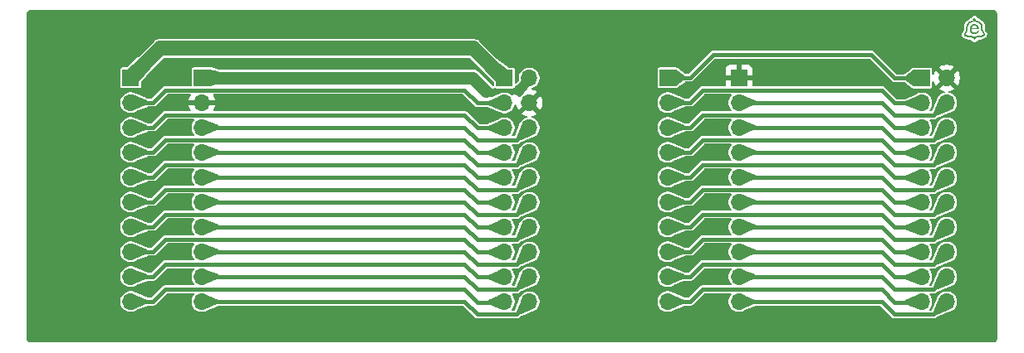
<source format=gtl>
%TF.GenerationSoftware,KiCad,Pcbnew,9.0.0*%
%TF.CreationDate,2025-09-30T11:44:18-04:00*%
%TF.ProjectId,CSC202_LP_MSPM0G3507_2TERM_BREAKOUT,43534332-3032-45f4-9c50-5f4d53504d30,rev?*%
%TF.SameCoordinates,Original*%
%TF.FileFunction,Copper,L1,Top*%
%TF.FilePolarity,Positive*%
%FSLAX46Y46*%
G04 Gerber Fmt 4.6, Leading zero omitted, Abs format (unit mm)*
G04 Created by KiCad (PCBNEW 9.0.0) date 2025-09-30 11:44:18*
%MOMM*%
%LPD*%
G01*
G04 APERTURE LIST*
%TA.AperFunction,Conductor*%
%ADD10C,1.000000*%
%TD*%
%ADD11C,0.100000*%
%TA.AperFunction,EtchedComponent*%
%ADD12C,0.200000*%
%TD*%
%ADD13C,0.200000*%
%TA.AperFunction,ComponentPad*%
%ADD14O,1.700000X1.700000*%
%TD*%
%TA.AperFunction,ComponentPad*%
%ADD15R,1.700000X1.700000*%
%TD*%
%TA.AperFunction,Conductor*%
%ADD16C,0.400000*%
%TD*%
%TA.AperFunction,Conductor*%
%ADD17C,1.500000*%
%TD*%
%TA.AperFunction,Conductor*%
%ADD18C,1.300000*%
%TD*%
%TA.AperFunction,Conductor*%
%ADD19C,0.200000*%
%TD*%
G04 APERTURE END LIST*
D10*
%TO.N,+5V*%
X140915754Y-87489798D02*
X139855754Y-88769798D01*
D11*
G36*
X186394325Y-81936902D02*
G01*
X186478361Y-81962188D01*
X186552819Y-82003507D01*
X186619309Y-82061831D01*
X186671637Y-82131754D01*
X186710380Y-82215721D01*
X186735048Y-82316544D01*
X186743864Y-82437804D01*
X186742875Y-82482070D01*
X186012528Y-82482070D01*
X186022649Y-82562754D01*
X186041823Y-82629284D01*
X186068988Y-82684028D01*
X186103780Y-82728871D01*
X186163037Y-82776416D01*
X186230410Y-82804701D01*
X186308541Y-82814435D01*
X186367845Y-82808850D01*
X186419286Y-82792806D01*
X186464420Y-82766625D01*
X186502498Y-82730767D01*
X186536729Y-82680935D01*
X186566800Y-82613961D01*
X186738341Y-82635063D01*
X186702551Y-82729989D01*
X186652518Y-82806896D01*
X186587985Y-82868593D01*
X186531467Y-82903831D01*
X186466889Y-82929691D01*
X186392850Y-82945906D01*
X186307634Y-82951602D01*
X186201705Y-82942623D01*
X186111380Y-82917106D01*
X186033794Y-82876126D01*
X185966861Y-82819299D01*
X185913832Y-82749891D01*
X185874702Y-82666847D01*
X185849853Y-82567446D01*
X185840987Y-82448190D01*
X185848509Y-82344903D01*
X186021760Y-82344903D01*
X186568614Y-82344903D01*
X186555409Y-82264489D01*
X186533978Y-82204554D01*
X186505883Y-82160667D01*
X186462900Y-82118630D01*
X186415080Y-82089250D01*
X186361405Y-82071444D01*
X186300298Y-82065294D01*
X186227122Y-82073987D01*
X186163799Y-82099207D01*
X186107984Y-82141378D01*
X186064597Y-82196428D01*
X186035727Y-82263280D01*
X186021760Y-82344903D01*
X185848509Y-82344903D01*
X185849991Y-82324561D01*
X185875188Y-82221723D01*
X185914775Y-82136033D01*
X185968262Y-82064634D01*
X186036220Y-82005195D01*
X186112645Y-81962999D01*
X186199232Y-81937122D01*
X186298402Y-81928127D01*
X186394325Y-81936902D01*
G37*
D12*
%TD*%
%TO.C,LOGO2*%
X185521827Y-82360000D02*
X185521827Y-82560000D01*
%TO.C,LOGO2*%
X187071827Y-82560000D02*
X187071827Y-82360000D01*
X185521827Y-82360000D02*
G75*
G02*
X187071827Y-82360000I775000J0D01*
G01*
X185521827Y-82560000D02*
G75*
G02*
X185301611Y-82985000I-520212J-3D01*
G01*
X186193749Y-81485000D02*
G75*
G02*
X186399905Y-81485000I103078J0D01*
G01*
X186399905Y-83356922D02*
G75*
G02*
X186193749Y-83356922I-103078J0D01*
G01*
X187292043Y-82985000D02*
G75*
G02*
X187071820Y-82560000I299984J425000D01*
G01*
D13*
X185301611Y-82985000D02*
X185301621Y-82986370D01*
X185301651Y-82987736D01*
X185301701Y-82989098D01*
X185301770Y-82990456D01*
X185301969Y-82993160D01*
X185302246Y-82995851D01*
X185302603Y-82998528D01*
X185303038Y-83001194D01*
X185303553Y-83003849D01*
X185304147Y-83006495D01*
X185304821Y-83009132D01*
X185305575Y-83011762D01*
X185306411Y-83014385D01*
X185307329Y-83017003D01*
X185308330Y-83019617D01*
X185309415Y-83022228D01*
X185310586Y-83024836D01*
X185311844Y-83027442D01*
X185313190Y-83030047D01*
X185314626Y-83032653D01*
X185316154Y-83035258D01*
X185317775Y-83037866D01*
X185319491Y-83040475D01*
X185321306Y-83043087D01*
X185323219Y-83045701D01*
X185325235Y-83048320D01*
X185327354Y-83050942D01*
X185329580Y-83053569D01*
X185331916Y-83056201D01*
X185334363Y-83058838D01*
X185336924Y-83061481D01*
X185339602Y-83064130D01*
X185342400Y-83066784D01*
X185345321Y-83069444D01*
X185348368Y-83072111D01*
X185351543Y-83074784D01*
X185354850Y-83077464D01*
X185358293Y-83080150D01*
X185361874Y-83082842D01*
X185365596Y-83085541D01*
X185369463Y-83088246D01*
X185373479Y-83090957D01*
X185377647Y-83093674D01*
X185381969Y-83096397D01*
X185386451Y-83099125D01*
X185391096Y-83101859D01*
X185395906Y-83104597D01*
X185400887Y-83107340D01*
X185406041Y-83110088D01*
X185411372Y-83112839D01*
X185416885Y-83115594D01*
X185422582Y-83118352D01*
X185428469Y-83121112D01*
X185434549Y-83123875D01*
X185440825Y-83126639D01*
X185447302Y-83129405D01*
X185453984Y-83132171D01*
X185460874Y-83134937D01*
X185467978Y-83137702D01*
X185475298Y-83140465D01*
X185482839Y-83143227D01*
X185490605Y-83145986D01*
X185498599Y-83148742D01*
X185506827Y-83151493D01*
X185515292Y-83154240D01*
X185523997Y-83156981D01*
X185532948Y-83159715D01*
X185542147Y-83162442D01*
X185551599Y-83165161D01*
X185561309Y-83167870D01*
X185571278Y-83170570D01*
X185581512Y-83173258D01*
X185592015Y-83175935D01*
X185602789Y-83178598D01*
X185613838Y-83181248D01*
X185625166Y-83183882D01*
X185636777Y-83186501D01*
X185648673Y-83189102D01*
X185660857Y-83191685D01*
X185673333Y-83194249D01*
X185686103Y-83196791D01*
X185699170Y-83199312D01*
X185712536Y-83201810D01*
X185726204Y-83204283D01*
X185740174Y-83206730D01*
X185754449Y-83209151D01*
X185769030Y-83211542D01*
X185783917Y-83213904D01*
X185799111Y-83216234D01*
X185814611Y-83218531D01*
X185830417Y-83220793D01*
X185846527Y-83223019D01*
X185862939Y-83225207D01*
X185879651Y-83227355D01*
X185896657Y-83229461D01*
X185913953Y-83231524D01*
X185931534Y-83233542D01*
X185949390Y-83235512D01*
X185967513Y-83237433D01*
X185985891Y-83239302D01*
X186004511Y-83241117D01*
X186023355Y-83242875D01*
X186042405Y-83244574D01*
X186061637Y-83246211D01*
X186081021Y-83247784D01*
X186100525Y-83249288D01*
X186120105Y-83250721D01*
X186139711Y-83252079D01*
X186159278Y-83253358D01*
X186178725Y-83254553D01*
X186197951Y-83255659D01*
X186216816Y-83256670D01*
X186235135Y-83257579D01*
X186252638Y-83258376D01*
X186268909Y-83259048D01*
X186283221Y-83259576D01*
X186293980Y-83259921D01*
X186296827Y-83260000D01*
X187292043Y-82985000D02*
X187292033Y-82986370D01*
X187292003Y-82987736D01*
X187291953Y-82989098D01*
X187291884Y-82990456D01*
X187291685Y-82993160D01*
X187291408Y-82995851D01*
X187291051Y-82998528D01*
X187290616Y-83001194D01*
X187290101Y-83003849D01*
X187289507Y-83006495D01*
X187288833Y-83009132D01*
X187288079Y-83011762D01*
X187287243Y-83014385D01*
X187286325Y-83017003D01*
X187285324Y-83019617D01*
X187284239Y-83022228D01*
X187283068Y-83024836D01*
X187281810Y-83027442D01*
X187280464Y-83030047D01*
X187279028Y-83032653D01*
X187277500Y-83035258D01*
X187275879Y-83037866D01*
X187274163Y-83040475D01*
X187272348Y-83043087D01*
X187270435Y-83045701D01*
X187268419Y-83048320D01*
X187266300Y-83050942D01*
X187264074Y-83053569D01*
X187261738Y-83056201D01*
X187259291Y-83058838D01*
X187256730Y-83061481D01*
X187254052Y-83064130D01*
X187251254Y-83066784D01*
X187248333Y-83069444D01*
X187245286Y-83072111D01*
X187242111Y-83074784D01*
X187238804Y-83077464D01*
X187235361Y-83080150D01*
X187231780Y-83082842D01*
X187228058Y-83085541D01*
X187224191Y-83088246D01*
X187220175Y-83090957D01*
X187216007Y-83093674D01*
X187211685Y-83096397D01*
X187207203Y-83099125D01*
X187202558Y-83101859D01*
X187197748Y-83104597D01*
X187192767Y-83107340D01*
X187187613Y-83110088D01*
X187182282Y-83112839D01*
X187176769Y-83115594D01*
X187171072Y-83118352D01*
X187165185Y-83121112D01*
X187159105Y-83123875D01*
X187152829Y-83126639D01*
X187146352Y-83129405D01*
X187139670Y-83132171D01*
X187132780Y-83134937D01*
X187125676Y-83137702D01*
X187118356Y-83140465D01*
X187110815Y-83143227D01*
X187103049Y-83145986D01*
X187095055Y-83148742D01*
X187086827Y-83151493D01*
X187078362Y-83154240D01*
X187069657Y-83156981D01*
X187060706Y-83159715D01*
X187051507Y-83162442D01*
X187042055Y-83165161D01*
X187032345Y-83167870D01*
X187022376Y-83170570D01*
X187012142Y-83173258D01*
X187001639Y-83175935D01*
X186990865Y-83178598D01*
X186979816Y-83181248D01*
X186968488Y-83183882D01*
X186956877Y-83186501D01*
X186944981Y-83189102D01*
X186932797Y-83191685D01*
X186920321Y-83194249D01*
X186907551Y-83196791D01*
X186894484Y-83199312D01*
X186881118Y-83201810D01*
X186867450Y-83204283D01*
X186853480Y-83206730D01*
X186839205Y-83209151D01*
X186824624Y-83211542D01*
X186809737Y-83213904D01*
X186794543Y-83216234D01*
X186779043Y-83218531D01*
X186763237Y-83220793D01*
X186747127Y-83223019D01*
X186730715Y-83225207D01*
X186714003Y-83227355D01*
X186696997Y-83229461D01*
X186679701Y-83231524D01*
X186662120Y-83233542D01*
X186644264Y-83235512D01*
X186626141Y-83237433D01*
X186607763Y-83239302D01*
X186589143Y-83241117D01*
X186570299Y-83242875D01*
X186551249Y-83244574D01*
X186532017Y-83246211D01*
X186512633Y-83247784D01*
X186493129Y-83249288D01*
X186473549Y-83250721D01*
X186453943Y-83252079D01*
X186434376Y-83253358D01*
X186414929Y-83254553D01*
X186395703Y-83255659D01*
X186376838Y-83256670D01*
X186358519Y-83257579D01*
X186341016Y-83258376D01*
X186324745Y-83259048D01*
X186310433Y-83259576D01*
X186299674Y-83259921D01*
X186296827Y-83260000D01*
%TD*%
D14*
%TO.P,J2,11,PB16*%
%TO.N,/KP_COL3*%
X183466827Y-110311000D03*
%TO.P,J2,12,PB0*%
%TO.N,/SPI_CS1*%
X183466827Y-107771000D03*
%TO.P,J2,13,PB6*%
%TO.N,/SPI_CS0*%
X183466827Y-105231000D03*
%TO.P,J2,14,PB7*%
%TO.N,/SPI_MISO*%
X183466827Y-102691000D03*
%TO.P,J2,15,PB8*%
%TO.N,/SPI_MOSI*%
X183466827Y-100151000D03*
%TO.P,J2,16,NRST*%
%TO.N,/NRST*%
X183466827Y-97611000D03*
%TO.P,J2,17,PB15*%
%TO.N,/KP_COL2*%
X183466827Y-95071000D03*
%TO.P,J2,18,PB17*%
%TO.N,/KP_COL1*%
X183466827Y-92531000D03*
%TO.P,J2,19,PB12*%
%TO.N,/KP_COL0*%
X183466827Y-89991000D03*
%TO.P,J2,20,GND*%
%TO.N,GND*%
X183466827Y-87451000D03*
%TO.P,J2,31,PA13*%
%TO.N,/LED5*%
X180926827Y-110311000D03*
%TO.P,J2,32,PA12*%
%TO.N,/LED4*%
X180926827Y-107771000D03*
%TO.P,J2,33,PA11*%
%TO.N,/LINRX*%
X180926827Y-105231000D03*
%TO.P,J2,34,PA10*%
%TO.N,/LINTX*%
X180926827Y-102691000D03*
%TO.P,J2,35,PB13*%
%TO.N,/LED3*%
X180926827Y-100151000D03*
%TO.P,J2,36,PB20*%
%TO.N,/LED2{slash}DIR_B*%
X180926827Y-97611000D03*
%TO.P,J2,37,PA31*%
%TO.N,/LED1{slash}DIR_A*%
X180926827Y-95071000D03*
%TO.P,J2,38,PA28*%
%TO.N,/LED0{slash}PWM*%
X180926827Y-92531000D03*
%TO.P,J2,39,PB1*%
%TO.N,/KP_ROW3*%
X180926827Y-89991000D03*
D15*
%TO.P,J2,40,PB4*%
%TO.N,/KP_ROW2*%
X180926827Y-87451000D03*
%TD*%
%TO.P,J1,1,3V3*%
%TO.N,+3V3*%
X138382827Y-87451000D03*
D14*
%TO.P,J1,2,PA25*%
%TO.N,/DIG1_EN*%
X138382827Y-89991000D03*
%TO.P,J1,3,PB23/A9*%
%TO.N,/KP_ROW0*%
X138382827Y-92531000D03*
%TO.P,J1,4,PA8*%
%TO.N,/KP_ROW1*%
X138382827Y-95071000D03*
%TO.P,J1,5,PA26*%
%TO.N,/DIG2_EN*%
X138382827Y-97611000D03*
%TO.P,J1,6,PB24*%
%TO.N,/ADC0.5*%
X138382827Y-100151000D03*
%TO.P,J1,7,PB9*%
%TO.N,/SPI_CLK*%
X138382827Y-102691000D03*
%TO.P,J1,8,PA27*%
%TO.N,/DIG3_EN*%
X138382827Y-105231000D03*
%TO.P,J1,9,PB2*%
%TO.N,/I2C_SCL*%
X138382827Y-107771000D03*
%TO.P,J1,10,PB3*%
%TO.N,/I2C_SDA*%
X138382827Y-110311000D03*
%TO.P,J1,21,5V*%
%TO.N,+5V*%
X140922827Y-87451000D03*
%TO.P,J1,22,GND*%
%TO.N,GND*%
X140922827Y-89991000D03*
%TO.P,J1,23,PB19*%
%TO.N,/SW1-1*%
X140922827Y-92531000D03*
%TO.P,J1,24,PA22*%
%TO.N,/SW1-2{slash}ADC0.7*%
X140922827Y-95071000D03*
%TO.P,J1,25,PB18*%
%TO.N,/SW1-3{slash}PB1*%
X140922827Y-97611000D03*
%TO.P,J1,26,PA18*%
%TO.N,/LED_EN*%
X140922827Y-100151000D03*
%TO.P,J1,27,PA24*%
%TO.N,/DIG0_EN*%
X140922827Y-102691000D03*
%TO.P,J1,28,PA17*%
%TO.N,/LED7*%
X140922827Y-105231000D03*
%TO.P,J1,29,PA16/A18*%
%TO.N,/LED6*%
X140922827Y-107771000D03*
%TO.P,J1,30,PA15*%
%TO.N,/SW1-4{slash}PB2*%
X140922827Y-110311000D03*
%TD*%
D15*
%TO.P,J4,1,Pin_1*%
%TO.N,+5V*%
X107533296Y-87431000D03*
D14*
%TO.P,J4,2,Pin_2*%
%TO.N,GND*%
X107533296Y-89971000D03*
%TO.P,J4,3,Pin_3*%
%TO.N,/SW1-1*%
X107533296Y-92511000D03*
%TO.P,J4,4,Pin_4*%
%TO.N,/SW1-2{slash}ADC0.7*%
X107533296Y-95051000D03*
%TO.P,J4,5,Pin_5*%
%TO.N,/SW1-3{slash}PB1*%
X107533296Y-97591000D03*
%TO.P,J4,6,Pin_6*%
%TO.N,/LED_EN*%
X107533296Y-100131000D03*
%TO.P,J4,7,Pin_7*%
%TO.N,/DIG0_EN*%
X107533296Y-102671000D03*
%TO.P,J4,8,Pin_8*%
%TO.N,/LED7*%
X107533296Y-105211000D03*
%TO.P,J4,9,Pin_9*%
%TO.N,/LED6*%
X107533296Y-107751000D03*
%TO.P,J4,10,Pin_10*%
%TO.N,/SW1-4{slash}PB2*%
X107533296Y-110291000D03*
%TD*%
D15*
%TO.P,J6,1,Pin_1*%
%TO.N,GND*%
X162282296Y-87431000D03*
D14*
%TO.P,J6,2,Pin_2*%
%TO.N,/KP_COL0*%
X162282296Y-89971000D03*
%TO.P,J6,3,Pin_3*%
%TO.N,/KP_COL1*%
X162282296Y-92511000D03*
%TO.P,J6,4,Pin_4*%
%TO.N,/KP_COL2*%
X162282296Y-95051000D03*
%TO.P,J6,5,Pin_5*%
%TO.N,/NRST*%
X162282296Y-97591000D03*
%TO.P,J6,6,Pin_6*%
%TO.N,/SPI_MOSI*%
X162282296Y-100131000D03*
%TO.P,J6,7,Pin_7*%
%TO.N,/SPI_MISO*%
X162282296Y-102671000D03*
%TO.P,J6,8,Pin_8*%
%TO.N,/SPI_CS0*%
X162282296Y-105211000D03*
%TO.P,J6,9,Pin_9*%
%TO.N,/SPI_CS1*%
X162282296Y-107751000D03*
%TO.P,J6,10,Pin_10*%
%TO.N,/KP_COL3*%
X162282296Y-110291000D03*
%TD*%
D15*
%TO.P,J3,1,Pin_1*%
%TO.N,+3V3*%
X100283296Y-87431000D03*
D14*
%TO.P,J3,2,Pin_2*%
%TO.N,/DIG1_EN*%
X100283296Y-89971000D03*
%TO.P,J3,3,Pin_3*%
%TO.N,/KP_ROW0*%
X100283296Y-92511000D03*
%TO.P,J3,4,Pin_4*%
%TO.N,/KP_ROW1*%
X100283296Y-95051000D03*
%TO.P,J3,5,Pin_5*%
%TO.N,/DIG2_EN*%
X100283296Y-97591000D03*
%TO.P,J3,6,Pin_6*%
%TO.N,/ADC0.5*%
X100283296Y-100131000D03*
%TO.P,J3,7,Pin_7*%
%TO.N,/SPI_CLK*%
X100283296Y-102671000D03*
%TO.P,J3,8,Pin_8*%
%TO.N,/DIG3_EN*%
X100283296Y-105211000D03*
%TO.P,J3,9,Pin_9*%
%TO.N,/I2C_SCL*%
X100283296Y-107751000D03*
%TO.P,J3,10,Pin_10*%
%TO.N,/I2C_SDA*%
X100283296Y-110291000D03*
%TD*%
D15*
%TO.P,J5,1,Pin_1*%
%TO.N,/KP_ROW2*%
X155032296Y-87431000D03*
D14*
%TO.P,J5,2,Pin_2*%
%TO.N,/KP_ROW3*%
X155032296Y-89971000D03*
%TO.P,J5,3,Pin_3*%
%TO.N,/LED0{slash}PWM*%
X155032296Y-92511000D03*
%TO.P,J5,4,Pin_4*%
%TO.N,/LED1{slash}DIR_A*%
X155032296Y-95051000D03*
%TO.P,J5,5,Pin_5*%
%TO.N,/LED2{slash}DIR_B*%
X155032296Y-97591000D03*
%TO.P,J5,6,Pin_6*%
%TO.N,/LED3*%
X155032296Y-100131000D03*
%TO.P,J5,7,Pin_7*%
%TO.N,/LINTX*%
X155032296Y-102671000D03*
%TO.P,J5,8,Pin_8*%
%TO.N,/LINRX*%
X155032296Y-105211000D03*
%TO.P,J5,9,Pin_9*%
%TO.N,/LED4*%
X155032296Y-107751000D03*
%TO.P,J5,10,Pin_10*%
%TO.N,/LED5*%
X155032296Y-110291000D03*
%TD*%
D16*
%TO.N,/ADC0.5*%
X134325754Y-98849798D02*
X135645754Y-100169798D01*
X103828212Y-98849596D02*
X103828414Y-98849798D01*
X103828414Y-98849798D02*
X134325754Y-98849798D01*
X100275754Y-100119798D02*
X102558010Y-100119798D01*
X135645754Y-100169798D02*
X138346954Y-100169798D01*
X102558010Y-100119798D02*
X103828212Y-98849596D01*
%TO.N,/DIG1_EN*%
X107005552Y-88689596D02*
X107005754Y-88689798D01*
X100275754Y-89959798D02*
X102558010Y-89959798D01*
X102558010Y-89959798D02*
X103828212Y-88689596D01*
X134325754Y-88689798D02*
X135645754Y-90009798D01*
X107005754Y-88689798D02*
X134325754Y-88689798D01*
X135645754Y-90009798D02*
X138346954Y-90009798D01*
X103828212Y-88689596D02*
X107005552Y-88689596D01*
%TO.N,/I2C_SDA*%
X103828414Y-109029798D02*
X134325754Y-109029798D01*
X103828212Y-109029596D02*
X103828414Y-109029798D01*
X100275754Y-110299798D02*
X102558010Y-110299798D01*
X102558010Y-110299798D02*
X103828212Y-109029596D01*
X135645754Y-110349798D02*
X138346954Y-110349798D01*
X134325754Y-109029798D02*
X135645754Y-110349798D01*
%TO.N,/DIG2_EN*%
X103828414Y-96309798D02*
X134325754Y-96309798D01*
X103828212Y-96309596D02*
X103828414Y-96309798D01*
X134325754Y-96309798D02*
X135645754Y-97629798D01*
X135645754Y-97629798D02*
X138346954Y-97629798D01*
X102558010Y-97579798D02*
X103828212Y-96309596D01*
X100275754Y-97579798D02*
X102558010Y-97579798D01*
%TO.N,/DIG3_EN*%
X135645754Y-105249798D02*
X138346954Y-105249798D01*
X134325754Y-103929798D02*
X135645754Y-105249798D01*
X102558010Y-105199798D02*
X103828212Y-103929596D01*
X103828414Y-103929798D02*
X134325754Y-103929798D01*
X103828212Y-103929596D02*
X103828414Y-103929798D01*
X100275754Y-105199798D02*
X102558010Y-105199798D01*
%TO.N,/KP_ROW1*%
X103828212Y-93769596D02*
X103828414Y-93769798D01*
X134325754Y-93769798D02*
X135645754Y-95089798D01*
X102558010Y-95039798D02*
X103828212Y-93769596D01*
X103828414Y-93769798D02*
X134325754Y-93769798D01*
X135645754Y-95089798D02*
X138346954Y-95089798D01*
X100275754Y-95039798D02*
X102558010Y-95039798D01*
D17*
%TO.N,+3V3*%
X103273498Y-84429798D02*
X100283296Y-87420000D01*
X138239796Y-87464556D02*
X135205038Y-84429798D01*
X135205038Y-84429798D02*
X103273498Y-84429798D01*
D16*
%TO.N,/KP_ROW0*%
X103828414Y-91229798D02*
X134325754Y-91229798D01*
X102558010Y-92499798D02*
X103828212Y-91229596D01*
X103828212Y-91229596D02*
X103828414Y-91229798D01*
X100275754Y-92499798D02*
X102558010Y-92499798D01*
X135645754Y-92549798D02*
X138346954Y-92549798D01*
X134325754Y-91229798D02*
X135645754Y-92549798D01*
%TO.N,/I2C_SCL*%
X103828414Y-106479798D02*
X134325754Y-106479798D01*
X102558010Y-107749798D02*
X103828212Y-106479596D01*
X103828212Y-106479596D02*
X103828414Y-106479798D01*
X100275754Y-107749798D02*
X102558010Y-107749798D01*
X134325754Y-106479798D02*
X135645754Y-107799798D01*
X135645754Y-107799798D02*
X138346954Y-107799798D01*
%TO.N,/SPI_CLK*%
X135645754Y-102709798D02*
X138346954Y-102709798D01*
X100275754Y-102659798D02*
X102558010Y-102659798D01*
X103828212Y-101389596D02*
X103828414Y-101389798D01*
X103828414Y-101389798D02*
X134325754Y-101389798D01*
X134325754Y-101389798D02*
X135645754Y-102709798D01*
X102558010Y-102659798D02*
X103828212Y-101389596D01*
%TO.N,/KP_COL3*%
X176834279Y-110300000D02*
X178144279Y-111610000D01*
X178144279Y-111610000D02*
X182155721Y-111610000D01*
X162281296Y-110300000D02*
X176834279Y-110300000D01*
X182155721Y-111610000D02*
X183419973Y-110345748D01*
%TO.N,/SPI_CS1*%
X182155721Y-109060000D02*
X183419973Y-107795748D01*
X178144279Y-109060000D02*
X182155721Y-109060000D01*
X162281296Y-107750000D02*
X176834279Y-107750000D01*
X176834279Y-107750000D02*
X178144279Y-109060000D01*
%TO.N,/KP_COL1*%
X182155721Y-93810000D02*
X183419973Y-92545748D01*
X176834279Y-92500000D02*
X178144279Y-93810000D01*
X178144279Y-93810000D02*
X182155721Y-93810000D01*
X162281296Y-92500000D02*
X176834279Y-92500000D01*
%TO.N,/KP_COL0*%
X162281296Y-89960000D02*
X176834279Y-89960000D01*
X182155721Y-91270000D02*
X183419973Y-90005748D01*
X178144279Y-91270000D02*
X182155721Y-91270000D01*
X176834279Y-89960000D02*
X178144279Y-91270000D01*
%TO.N,/SPI_MOSI*%
X176834279Y-100120000D02*
X178144279Y-101430000D01*
X182155721Y-101430000D02*
X183419973Y-100165748D01*
X162281296Y-100120000D02*
X176834279Y-100120000D01*
X178144279Y-101430000D02*
X182155721Y-101430000D01*
%TO.N,/KP_COL2*%
X182155721Y-96350000D02*
X183419973Y-95085748D01*
X176834279Y-95040000D02*
X178144279Y-96350000D01*
X178144279Y-96350000D02*
X182155721Y-96350000D01*
X162281296Y-95040000D02*
X176834279Y-95040000D01*
%TO.N,/SPI_MISO*%
X176834279Y-102660000D02*
X178144279Y-103970000D01*
X182155721Y-103970000D02*
X183419973Y-102705748D01*
X178144279Y-103970000D02*
X182155721Y-103970000D01*
X162281296Y-102660000D02*
X176834279Y-102660000D01*
%TO.N,/SPI_CS0*%
X176834481Y-105200202D02*
X173084906Y-105200202D01*
X173084906Y-105200202D02*
X173084704Y-105200000D01*
X183419973Y-105245748D02*
X182155721Y-106510000D01*
X173084704Y-105200000D02*
X162281296Y-105200000D01*
X182155721Y-106510000D02*
X178144279Y-106510000D01*
X178144279Y-106510000D02*
X176834481Y-105200202D01*
%TO.N,/NRST*%
X176937139Y-97682861D02*
X176834481Y-97580202D01*
X162281296Y-97580000D02*
X176834278Y-97580000D01*
X182155721Y-98890000D02*
X178144279Y-98890000D01*
X176834278Y-97580000D02*
X176937139Y-97682861D01*
X183419973Y-97625748D02*
X182155721Y-98890000D01*
X178144279Y-98890000D02*
X176937139Y-97682861D01*
%TO.N,/SW1-3{slash}PB1*%
X139627944Y-98889798D02*
X140892196Y-97625546D01*
X134306704Y-97580000D02*
X135616502Y-98889798D01*
X135616502Y-98889798D02*
X139627944Y-98889798D01*
X107533296Y-97580000D02*
X134306704Y-97580000D01*
%TO.N,/LED_EN*%
X139627944Y-101429798D02*
X140892196Y-100165546D01*
X107533296Y-100120000D02*
X134306704Y-100120000D01*
X135616502Y-101429798D02*
X139627944Y-101429798D01*
X134306704Y-100120000D02*
X135616502Y-101429798D01*
%TO.N,/LED7*%
X107533296Y-105200000D02*
X134306704Y-105200000D01*
X139627944Y-106509798D02*
X140892196Y-105245546D01*
X135616502Y-106509798D02*
X139627944Y-106509798D01*
X134306704Y-105200000D02*
X135616502Y-106509798D01*
D18*
%TO.N,+5V*%
X136461796Y-88759956D02*
X135121840Y-87420000D01*
D19*
X136471638Y-88769798D02*
X136461796Y-88759956D01*
D16*
X136461796Y-88759956D02*
X136481954Y-88739798D01*
X139825956Y-88740000D02*
X136501436Y-88740000D01*
X136501436Y-88740000D02*
X136471638Y-88769798D01*
D18*
X135121840Y-87420000D02*
X107533296Y-87420000D01*
D16*
%TO.N,/DIG0_EN*%
X139627944Y-103969798D02*
X140892196Y-102705546D01*
X107533296Y-102660000D02*
X134306704Y-102660000D01*
X135616502Y-103969798D02*
X139627944Y-103969798D01*
X134306704Y-102660000D02*
X135616502Y-103969798D01*
%TO.N,/SW1-4{slash}PB2*%
X107553296Y-110300000D02*
X134306704Y-110300000D01*
X134306704Y-110300000D02*
X135616502Y-111609798D01*
X107533296Y-110280000D02*
X107553296Y-110300000D01*
X139627944Y-111609798D02*
X140892196Y-110345546D01*
X135616502Y-111609798D02*
X139627944Y-111609798D01*
%TO.N,/SW1-2{slash}ADC0.7*%
X135616502Y-96349798D02*
X139627944Y-96349798D01*
X107533296Y-95040000D02*
X134306704Y-95040000D01*
X139627944Y-96349798D02*
X140892196Y-95085546D01*
X134306704Y-95040000D02*
X135616502Y-96349798D01*
%TO.N,/SW1-1*%
X139627944Y-93809798D02*
X140892196Y-92545546D01*
X135616502Y-93809798D02*
X139627944Y-93809798D01*
X134306704Y-92500000D02*
X135616502Y-93809798D01*
X107533296Y-92500000D02*
X134306704Y-92500000D01*
%TO.N,/LED6*%
X107543296Y-107750000D02*
X134306704Y-107750000D01*
X134306704Y-107750000D02*
X135616502Y-109059798D01*
X135616502Y-109059798D02*
X139627944Y-109059798D01*
X107533296Y-107740000D02*
X107543296Y-107750000D01*
X139627944Y-109059798D02*
X140892196Y-107795546D01*
%TO.N,/LED5*%
X158583754Y-109029798D02*
X176853329Y-109029798D01*
X176853329Y-109029798D02*
X178173531Y-110350000D01*
X155031296Y-110300000D02*
X157313552Y-110300000D01*
X178173531Y-110350000D02*
X180874731Y-110350000D01*
X157313552Y-110300000D02*
X158583754Y-109029798D01*
%TO.N,/KP_ROW3*%
X155031296Y-89960000D02*
X157313552Y-89960000D01*
X158583754Y-88689798D02*
X176853329Y-88689798D01*
X157313552Y-89960000D02*
X158583754Y-88689798D01*
X178173531Y-90021000D02*
X180874731Y-90021000D01*
X176853329Y-88689798D02*
X178173531Y-90010000D01*
X179556665Y-90004556D02*
X179556665Y-90005546D01*
%TO.N,/LED0{slash}PWM*%
X157313552Y-92500000D02*
X158583754Y-91229798D01*
X155031296Y-92500000D02*
X157313552Y-92500000D01*
X176853329Y-91229798D02*
X178173531Y-92550000D01*
X158583754Y-91229798D02*
X176853329Y-91229798D01*
X178173531Y-92550000D02*
X180874731Y-92550000D01*
%TO.N,/KP_ROW2*%
X159673552Y-85060000D02*
X175763531Y-85060000D01*
X155031296Y-87420000D02*
X157313552Y-87420000D01*
X175763531Y-85060000D02*
X178173531Y-87470000D01*
X178173531Y-87470000D02*
X180874731Y-87470000D01*
X157313552Y-87420000D02*
X159673552Y-85060000D01*
%TO.N,/LED2{slash}DIR_B*%
X155031296Y-97580000D02*
X157313552Y-97580000D01*
X178173531Y-97630000D02*
X180874731Y-97630000D01*
X158583754Y-96309798D02*
X176853329Y-96309798D01*
X176853329Y-96309798D02*
X178173531Y-97630000D01*
X157313552Y-97580000D02*
X158583754Y-96309798D01*
%TO.N,/LED4*%
X158583754Y-106479798D02*
X176853329Y-106479798D01*
X155031296Y-107750000D02*
X157313552Y-107750000D01*
X157313552Y-107750000D02*
X158583754Y-106479798D01*
X178173531Y-107800000D02*
X180874731Y-107800000D01*
X176853329Y-106479798D02*
X178173531Y-107800000D01*
%TO.N,/LINTX*%
X155031296Y-102660000D02*
X157313552Y-102660000D01*
X176853329Y-101389798D02*
X178173531Y-102710000D01*
X157313552Y-102660000D02*
X158583754Y-101389798D01*
X178173531Y-102710000D02*
X180874731Y-102710000D01*
X158583754Y-101389798D02*
X176853329Y-101389798D01*
%TO.N,/LED1{slash}DIR_A*%
X158583754Y-93769798D02*
X176853329Y-93769798D01*
X155031296Y-95040000D02*
X157313552Y-95040000D01*
X178173531Y-95090000D02*
X180874731Y-95090000D01*
X176853329Y-93769798D02*
X178173531Y-95090000D01*
X157313552Y-95040000D02*
X158583754Y-93769798D01*
%TO.N,/LED3*%
X158583754Y-98849798D02*
X176853329Y-98849798D01*
X155031296Y-100120000D02*
X157313552Y-100120000D01*
X157313552Y-100120000D02*
X158583754Y-98849798D01*
X178173531Y-100170000D02*
X180874731Y-100170000D01*
X176853329Y-98849798D02*
X178173531Y-100170000D01*
%TO.N,/LINRX*%
X157313552Y-105200000D02*
X158583754Y-103929798D01*
X176853329Y-103929798D02*
X178173531Y-105250000D01*
X155031296Y-105200000D02*
X157313552Y-105200000D01*
X158583754Y-103929798D02*
X176853329Y-103929798D01*
X178173531Y-105250000D02*
X180874731Y-105250000D01*
%TD*%
%TA.AperFunction,Conductor*%
%TO.N,/SPI_CLK*%
G36*
X137916019Y-101992356D02*
G01*
X138381122Y-102686960D01*
X138382877Y-102695741D01*
X138382873Y-102695766D01*
X138219772Y-103510814D01*
X138214788Y-103518254D01*
X138206003Y-103519991D01*
X138203906Y-103519362D01*
X136706467Y-102912758D01*
X136700086Y-102906476D01*
X136699160Y-102901914D01*
X136699160Y-102517475D01*
X136702587Y-102509202D01*
X136706204Y-102506742D01*
X137901643Y-101988132D01*
X137910594Y-101987984D01*
X137916019Y-101992356D01*
G37*
%TD.AperFunction*%
%TD*%
%TA.AperFunction,Conductor*%
%TO.N,/LED2{slash}DIR_B*%
G36*
X155211252Y-96762719D02*
G01*
X156708704Y-97377022D01*
X156715057Y-97383333D01*
X156715963Y-97387847D01*
X156715963Y-97772276D01*
X156712536Y-97780549D01*
X156708861Y-97783035D01*
X155513452Y-98293935D01*
X155504498Y-98294035D01*
X155499132Y-98289686D01*
X155033999Y-97595037D01*
X155032245Y-97586258D01*
X155032245Y-97586256D01*
X155195338Y-96771247D01*
X155200322Y-96763808D01*
X155209107Y-96762071D01*
X155211252Y-96762719D01*
G37*
%TD.AperFunction*%
%TD*%
%TA.AperFunction,Conductor*%
%TO.N,+3V3*%
G36*
X137470274Y-85632605D02*
G01*
X138700009Y-86595687D01*
X138704409Y-86603486D01*
X138703732Y-86609054D01*
X138385260Y-87447164D01*
X138379118Y-87453680D01*
X138379096Y-87453690D01*
X137540226Y-87828549D01*
X137531275Y-87828796D01*
X137527131Y-87826091D01*
X137061127Y-87354482D01*
X136409630Y-86695148D01*
X136406253Y-86686856D01*
X136409679Y-86678654D01*
X137454790Y-85633543D01*
X137463062Y-85630117D01*
X137470274Y-85632605D01*
G37*
%TD.AperFunction*%
%TD*%
%TA.AperFunction,Conductor*%
%TO.N,/SPI_MOSI*%
G36*
X162461252Y-99302719D02*
G01*
X163958704Y-99917022D01*
X163965057Y-99923333D01*
X163965963Y-99927847D01*
X163965963Y-100312276D01*
X163962536Y-100320549D01*
X163958861Y-100323035D01*
X162763452Y-100833935D01*
X162754498Y-100834035D01*
X162749132Y-100829686D01*
X162283999Y-100135037D01*
X162282245Y-100126258D01*
X162282245Y-100126256D01*
X162445338Y-99311247D01*
X162450322Y-99303808D01*
X162459107Y-99302071D01*
X162461252Y-99302719D01*
G37*
%TD.AperFunction*%
%TD*%
%TA.AperFunction,Conductor*%
%TO.N,/NRST*%
G36*
X182769902Y-97145554D02*
G01*
X182771806Y-97146582D01*
X183463489Y-97607597D01*
X183468473Y-97615037D01*
X183468477Y-97615062D01*
X183630754Y-98435070D01*
X183628999Y-98443851D01*
X183623545Y-98448235D01*
X182408790Y-98924108D01*
X182399837Y-98923935D01*
X182396249Y-98921487D01*
X182124408Y-98649646D01*
X182120981Y-98641373D01*
X182121917Y-98636788D01*
X182203761Y-98444667D01*
X182754554Y-97151731D01*
X182760948Y-97145464D01*
X182769902Y-97145554D01*
G37*
%TD.AperFunction*%
%TD*%
%TA.AperFunction,Conductor*%
%TO.N,/LINTX*%
G36*
X155211252Y-101842719D02*
G01*
X156708704Y-102457022D01*
X156715057Y-102463333D01*
X156715963Y-102467847D01*
X156715963Y-102852276D01*
X156712536Y-102860549D01*
X156708861Y-102863035D01*
X155513452Y-103373935D01*
X155504498Y-103374035D01*
X155499132Y-103369686D01*
X155033999Y-102675037D01*
X155032245Y-102666258D01*
X155032245Y-102666256D01*
X155195338Y-101851247D01*
X155200322Y-101843808D01*
X155209107Y-101842071D01*
X155211252Y-101842719D01*
G37*
%TD.AperFunction*%
%TD*%
%TA.AperFunction,Conductor*%
%TO.N,/KP_ROW0*%
G36*
X137916019Y-91832356D02*
G01*
X138381122Y-92526960D01*
X138382877Y-92535741D01*
X138382873Y-92535766D01*
X138219772Y-93350814D01*
X138214788Y-93358254D01*
X138206003Y-93359991D01*
X138203906Y-93359362D01*
X136706467Y-92752758D01*
X136700086Y-92746476D01*
X136699160Y-92741914D01*
X136699160Y-92357475D01*
X136702587Y-92349202D01*
X136706204Y-92346742D01*
X137901643Y-91828132D01*
X137910594Y-91827984D01*
X137916019Y-91832356D01*
G37*
%TD.AperFunction*%
%TD*%
%TA.AperFunction,Conductor*%
%TO.N,/DIG1_EN*%
G36*
X100462246Y-89142714D02*
G01*
X101959702Y-89756820D01*
X101966057Y-89763130D01*
X101966963Y-89767645D01*
X101966963Y-90152075D01*
X101963536Y-90160348D01*
X101959863Y-90162833D01*
X100764454Y-90673933D01*
X100755499Y-90674034D01*
X100750132Y-90669685D01*
X100285000Y-89975039D01*
X100283245Y-89966258D01*
X100283245Y-89966256D01*
X100446339Y-89151242D01*
X100451322Y-89143805D01*
X100460107Y-89142068D01*
X100462246Y-89142714D01*
G37*
%TD.AperFunction*%
%TD*%
%TA.AperFunction,Conductor*%
%TO.N,/LED0{slash}PWM*%
G36*
X155211252Y-91682719D02*
G01*
X156708704Y-92297022D01*
X156715057Y-92303333D01*
X156715963Y-92307847D01*
X156715963Y-92692276D01*
X156712536Y-92700549D01*
X156708861Y-92703035D01*
X155513452Y-93213935D01*
X155504498Y-93214035D01*
X155499132Y-93209686D01*
X155033999Y-92515037D01*
X155032245Y-92506258D01*
X155032245Y-92506256D01*
X155195338Y-91691247D01*
X155200322Y-91683808D01*
X155209107Y-91682071D01*
X155211252Y-91682719D01*
G37*
%TD.AperFunction*%
%TD*%
%TA.AperFunction,Conductor*%
%TO.N,/DIG2_EN*%
G36*
X137916019Y-96912356D02*
G01*
X138381122Y-97606960D01*
X138382877Y-97615741D01*
X138382873Y-97615766D01*
X138219772Y-98430814D01*
X138214788Y-98438254D01*
X138206003Y-98439991D01*
X138203906Y-98439362D01*
X136706467Y-97832758D01*
X136700086Y-97826476D01*
X136699160Y-97821914D01*
X136699160Y-97437475D01*
X136702587Y-97429202D01*
X136706204Y-97426742D01*
X137901643Y-96908132D01*
X137910594Y-96907984D01*
X137916019Y-96912356D01*
G37*
%TD.AperFunction*%
%TD*%
%TA.AperFunction,Conductor*%
%TO.N,/KP_COL3*%
G36*
X162763445Y-109588046D02*
G01*
X163958846Y-110096970D01*
X163965116Y-110103364D01*
X163965963Y-110107735D01*
X163965963Y-110492162D01*
X163962536Y-110500435D01*
X163958716Y-110502982D01*
X162461261Y-111119259D01*
X162452306Y-111119238D01*
X162445988Y-111112892D01*
X162445335Y-111110735D01*
X162323716Y-110502982D01*
X162282249Y-110295764D01*
X162283985Y-110286983D01*
X162749141Y-109592300D01*
X162756591Y-109587334D01*
X162763445Y-109588046D01*
G37*
%TD.AperFunction*%
%TD*%
%TA.AperFunction,Conductor*%
%TO.N,/LINRX*%
G36*
X180460020Y-104532358D02*
G01*
X180925122Y-105226960D01*
X180926877Y-105235741D01*
X180926873Y-105235766D01*
X180763771Y-106050815D01*
X180758787Y-106058255D01*
X180750002Y-106059992D01*
X180747906Y-106059364D01*
X179250468Y-105452959D01*
X179244086Y-105446677D01*
X179243160Y-105442114D01*
X179243160Y-105057676D01*
X179246587Y-105049403D01*
X179250198Y-105046945D01*
X180445642Y-104528134D01*
X180454594Y-104527985D01*
X180460020Y-104532358D01*
G37*
%TD.AperFunction*%
%TD*%
%TA.AperFunction,Conductor*%
%TO.N,/LED_EN*%
G36*
X140225910Y-99685576D02*
G01*
X140227883Y-99686633D01*
X140919489Y-100147597D01*
X140924473Y-100155037D01*
X140924477Y-100155062D01*
X141086770Y-100975146D01*
X141085015Y-100983927D01*
X141079646Y-100988277D01*
X139872839Y-101472039D01*
X139863885Y-101471936D01*
X139860213Y-101469452D01*
X139588379Y-101197618D01*
X139584952Y-101189345D01*
X139585858Y-101184831D01*
X140210601Y-99691852D01*
X140216956Y-99685543D01*
X140225910Y-99685576D01*
G37*
%TD.AperFunction*%
%TD*%
%TA.AperFunction,Conductor*%
%TO.N,/LED4*%
G36*
X180460058Y-107072415D02*
G01*
X180925122Y-107766960D01*
X180926877Y-107775741D01*
X180926873Y-107775766D01*
X180763755Y-108590896D01*
X180758771Y-108598336D01*
X180749986Y-108600073D01*
X180747952Y-108599469D01*
X179250530Y-108002936D01*
X179244112Y-107996691D01*
X179243160Y-107992067D01*
X179243160Y-107607618D01*
X179246587Y-107599345D01*
X179250126Y-107596919D01*
X180445606Y-107068224D01*
X180454556Y-107068013D01*
X180460058Y-107072415D01*
G37*
%TD.AperFunction*%
%TD*%
%TA.AperFunction,Conductor*%
%TO.N,/ADC0.5*%
G36*
X137916019Y-99452356D02*
G01*
X138381122Y-100146960D01*
X138382877Y-100155741D01*
X138382873Y-100155766D01*
X138219772Y-100970814D01*
X138214788Y-100978254D01*
X138206003Y-100979991D01*
X138203906Y-100979362D01*
X136706467Y-100372758D01*
X136700086Y-100366476D01*
X136699160Y-100361914D01*
X136699160Y-99977475D01*
X136702587Y-99969202D01*
X136706204Y-99966742D01*
X137901643Y-99448132D01*
X137910594Y-99447984D01*
X137916019Y-99452356D01*
G37*
%TD.AperFunction*%
%TD*%
%TA.AperFunction,Conductor*%
%TO.N,/LED_EN*%
G36*
X107712252Y-99302719D02*
G01*
X109209704Y-99917022D01*
X109216057Y-99923333D01*
X109216963Y-99927847D01*
X109216963Y-100312276D01*
X109213536Y-100320549D01*
X109209861Y-100323035D01*
X108014452Y-100833935D01*
X108005498Y-100834035D01*
X108000132Y-100829686D01*
X107534999Y-100135037D01*
X107533245Y-100126258D01*
X107533245Y-100126256D01*
X107696338Y-99311247D01*
X107701322Y-99303808D01*
X107710107Y-99302071D01*
X107712252Y-99302719D01*
G37*
%TD.AperFunction*%
%TD*%
%TA.AperFunction,Conductor*%
%TO.N,/NRST*%
G36*
X162461252Y-96762719D02*
G01*
X163958704Y-97377022D01*
X163965057Y-97383333D01*
X163965963Y-97387847D01*
X163965963Y-97772276D01*
X163962536Y-97780549D01*
X163958861Y-97783035D01*
X162763452Y-98293935D01*
X162754498Y-98294035D01*
X162749132Y-98289686D01*
X162283999Y-97595037D01*
X162282245Y-97586258D01*
X162282245Y-97586256D01*
X162445338Y-96771247D01*
X162450322Y-96763808D01*
X162459107Y-96762071D01*
X162461252Y-96762719D01*
G37*
%TD.AperFunction*%
%TD*%
%TA.AperFunction,Conductor*%
%TO.N,/SW1-4{slash}PB2*%
G36*
X140861950Y-110298105D02*
G01*
X140915848Y-110308772D01*
X140923299Y-110313739D01*
X140925054Y-110317978D01*
X141086788Y-111135242D01*
X141085033Y-111144023D01*
X141079772Y-111148329D01*
X139882888Y-111641936D01*
X139873933Y-111641922D01*
X139870154Y-111639393D01*
X139598326Y-111367565D01*
X139594899Y-111359292D01*
X139595765Y-111354873D01*
X139685345Y-111135242D01*
X140085518Y-110154101D01*
X140091815Y-110147737D01*
X140098620Y-110147045D01*
X140861950Y-110298105D01*
G37*
%TD.AperFunction*%
%TD*%
%TA.AperFunction,Conductor*%
%TO.N,/KP_ROW3*%
G36*
X180460063Y-89292421D02*
G01*
X180925122Y-89986960D01*
X180926877Y-89995741D01*
X180926873Y-89995766D01*
X180763754Y-90810903D01*
X180758770Y-90818343D01*
X180749985Y-90820080D01*
X180747957Y-90819479D01*
X179250536Y-90223933D01*
X179244115Y-90217691D01*
X179243160Y-90213061D01*
X179243160Y-89828613D01*
X179246587Y-89820340D01*
X179250119Y-89817916D01*
X180445602Y-89288233D01*
X180454554Y-89288016D01*
X180460063Y-89292421D01*
G37*
%TD.AperFunction*%
%TD*%
%TA.AperFunction,Conductor*%
%TO.N,/SW1-3{slash}PB1*%
G36*
X107712252Y-96762719D02*
G01*
X109209704Y-97377022D01*
X109216057Y-97383333D01*
X109216963Y-97387847D01*
X109216963Y-97772276D01*
X109213536Y-97780549D01*
X109209861Y-97783035D01*
X108014452Y-98293935D01*
X108005498Y-98294035D01*
X108000132Y-98289686D01*
X107534999Y-97595037D01*
X107533245Y-97586258D01*
X107533245Y-97586256D01*
X107696338Y-96771247D01*
X107701322Y-96763808D01*
X107710107Y-96762071D01*
X107712252Y-96762719D01*
G37*
%TD.AperFunction*%
%TD*%
%TA.AperFunction,Conductor*%
%TO.N,/SPI_CS0*%
G36*
X162461252Y-104382719D02*
G01*
X163958704Y-104997022D01*
X163965057Y-105003333D01*
X163965963Y-105007847D01*
X163965963Y-105392276D01*
X163962536Y-105400549D01*
X163958861Y-105403035D01*
X162763452Y-105913935D01*
X162754498Y-105914035D01*
X162749132Y-105909686D01*
X162283999Y-105215037D01*
X162282245Y-105206258D01*
X162282245Y-105206256D01*
X162445338Y-104391247D01*
X162450322Y-104383808D01*
X162459107Y-104382071D01*
X162461252Y-104382719D01*
G37*
%TD.AperFunction*%
%TD*%
%TA.AperFunction,Conductor*%
%TO.N,/KP_COL0*%
G36*
X182769902Y-89525554D02*
G01*
X182771806Y-89526582D01*
X183463489Y-89987597D01*
X183468473Y-89995037D01*
X183468477Y-89995062D01*
X183630754Y-90815070D01*
X183628999Y-90823851D01*
X183623545Y-90828235D01*
X182408790Y-91304108D01*
X182399837Y-91303935D01*
X182396249Y-91301487D01*
X182124408Y-91029646D01*
X182120981Y-91021373D01*
X182121917Y-91016788D01*
X182203761Y-90824667D01*
X182754554Y-89531731D01*
X182760948Y-89525464D01*
X182769902Y-89525554D01*
G37*
%TD.AperFunction*%
%TD*%
%TA.AperFunction,Conductor*%
%TO.N,/LED3*%
G36*
X155211252Y-99302719D02*
G01*
X156708704Y-99917022D01*
X156715057Y-99923333D01*
X156715963Y-99927847D01*
X156715963Y-100312276D01*
X156712536Y-100320549D01*
X156708861Y-100323035D01*
X155513452Y-100833935D01*
X155504498Y-100834035D01*
X155499132Y-100829686D01*
X155033999Y-100135037D01*
X155032245Y-100126258D01*
X155032245Y-100126256D01*
X155195338Y-99311247D01*
X155200322Y-99303808D01*
X155209107Y-99302071D01*
X155211252Y-99302719D01*
G37*
%TD.AperFunction*%
%TD*%
%TA.AperFunction,Conductor*%
%TO.N,/LED7*%
G36*
X140225910Y-104765576D02*
G01*
X140227883Y-104766633D01*
X140919489Y-105227597D01*
X140924473Y-105235037D01*
X140924477Y-105235062D01*
X141086770Y-106055146D01*
X141085015Y-106063927D01*
X141079646Y-106068277D01*
X139872839Y-106552039D01*
X139863885Y-106551936D01*
X139860213Y-106549452D01*
X139588379Y-106277618D01*
X139584952Y-106269345D01*
X139585858Y-106264831D01*
X140210601Y-104771852D01*
X140216956Y-104765543D01*
X140225910Y-104765576D01*
G37*
%TD.AperFunction*%
%TD*%
%TA.AperFunction,Conductor*%
%TO.N,/LED1{slash}DIR_A*%
G36*
X155211252Y-94222719D02*
G01*
X156708704Y-94837022D01*
X156715057Y-94843333D01*
X156715963Y-94847847D01*
X156715963Y-95232276D01*
X156712536Y-95240549D01*
X156708861Y-95243035D01*
X155513452Y-95753935D01*
X155504498Y-95754035D01*
X155499132Y-95749686D01*
X155033999Y-95055037D01*
X155032245Y-95046258D01*
X155032245Y-95046256D01*
X155195338Y-94231247D01*
X155200322Y-94223808D01*
X155209107Y-94222071D01*
X155211252Y-94222719D01*
G37*
%TD.AperFunction*%
%TD*%
%TA.AperFunction,Conductor*%
%TO.N,/LED2{slash}DIR_B*%
G36*
X180460020Y-96912358D02*
G01*
X180925122Y-97606960D01*
X180926877Y-97615741D01*
X180926873Y-97615766D01*
X180763771Y-98430815D01*
X180758787Y-98438255D01*
X180750002Y-98439992D01*
X180747906Y-98439364D01*
X179250468Y-97832959D01*
X179244086Y-97826677D01*
X179243160Y-97822114D01*
X179243160Y-97437676D01*
X179246587Y-97429403D01*
X179250198Y-97426945D01*
X180445642Y-96908134D01*
X180454594Y-96907985D01*
X180460020Y-96912358D01*
G37*
%TD.AperFunction*%
%TD*%
%TA.AperFunction,Conductor*%
%TO.N,/DIG3_EN*%
G36*
X100462246Y-104382714D02*
G01*
X101959702Y-104996820D01*
X101966057Y-105003130D01*
X101966963Y-105007645D01*
X101966963Y-105392075D01*
X101963536Y-105400348D01*
X101959863Y-105402833D01*
X100764454Y-105913933D01*
X100755499Y-105914034D01*
X100750132Y-105909685D01*
X100285000Y-105215039D01*
X100283245Y-105206258D01*
X100283245Y-105206256D01*
X100446339Y-104391242D01*
X100451322Y-104383805D01*
X100460107Y-104382068D01*
X100462246Y-104382714D01*
G37*
%TD.AperFunction*%
%TD*%
%TA.AperFunction,Conductor*%
%TO.N,/KP_ROW1*%
G36*
X137916019Y-94372356D02*
G01*
X138381122Y-95066960D01*
X138382877Y-95075741D01*
X138382873Y-95075766D01*
X138219772Y-95890814D01*
X138214788Y-95898254D01*
X138206003Y-95899991D01*
X138203906Y-95899362D01*
X136706467Y-95292758D01*
X136700086Y-95286476D01*
X136699160Y-95281914D01*
X136699160Y-94897475D01*
X136702587Y-94889202D01*
X136706204Y-94886742D01*
X137901643Y-94368132D01*
X137910594Y-94367984D01*
X137916019Y-94372356D01*
G37*
%TD.AperFunction*%
%TD*%
%TA.AperFunction,Conductor*%
%TO.N,/KP_COL1*%
G36*
X162461252Y-91682719D02*
G01*
X163958704Y-92297022D01*
X163965057Y-92303333D01*
X163965963Y-92307847D01*
X163965963Y-92692276D01*
X163962536Y-92700549D01*
X163958861Y-92703035D01*
X162763452Y-93213935D01*
X162754498Y-93214035D01*
X162749132Y-93209686D01*
X162283999Y-92515037D01*
X162282245Y-92506258D01*
X162282245Y-92506256D01*
X162445338Y-91691247D01*
X162450322Y-91683808D01*
X162459107Y-91682071D01*
X162461252Y-91682719D01*
G37*
%TD.AperFunction*%
%TD*%
%TA.AperFunction,Conductor*%
%TO.N,/KP_COL0*%
G36*
X162461252Y-89142719D02*
G01*
X163958704Y-89757022D01*
X163965057Y-89763333D01*
X163965963Y-89767847D01*
X163965963Y-90152276D01*
X163962536Y-90160549D01*
X163958861Y-90163035D01*
X162763452Y-90673935D01*
X162754498Y-90674035D01*
X162749132Y-90669686D01*
X162283999Y-89975037D01*
X162282245Y-89966258D01*
X162282245Y-89966256D01*
X162445338Y-89151247D01*
X162450322Y-89143808D01*
X162459107Y-89142071D01*
X162461252Y-89142719D01*
G37*
%TD.AperFunction*%
%TD*%
%TA.AperFunction,Conductor*%
%TO.N,/DIG2_EN*%
G36*
X100462246Y-96762714D02*
G01*
X101959702Y-97376820D01*
X101966057Y-97383130D01*
X101966963Y-97387645D01*
X101966963Y-97772075D01*
X101963536Y-97780348D01*
X101959863Y-97782833D01*
X100764454Y-98293933D01*
X100755499Y-98294034D01*
X100750132Y-98289685D01*
X100285000Y-97595039D01*
X100283245Y-97586258D01*
X100283245Y-97586256D01*
X100446339Y-96771242D01*
X100451322Y-96763805D01*
X100460107Y-96762068D01*
X100462246Y-96762714D01*
G37*
%TD.AperFunction*%
%TD*%
%TA.AperFunction,Conductor*%
%TO.N,/LED5*%
G36*
X180460096Y-109612471D02*
G01*
X180825085Y-110157561D01*
X180925122Y-110306960D01*
X180926877Y-110315741D01*
X180926873Y-110315766D01*
X180763739Y-111130975D01*
X180758755Y-111138415D01*
X180749970Y-111140152D01*
X180747998Y-111139573D01*
X179250592Y-110552911D01*
X179244139Y-110546702D01*
X179243160Y-110542017D01*
X179243160Y-110157561D01*
X179246587Y-110149288D01*
X179250052Y-110146894D01*
X180445571Y-109608314D01*
X180454520Y-109608041D01*
X180460096Y-109612471D01*
G37*
%TD.AperFunction*%
%TD*%
%TA.AperFunction,Conductor*%
%TO.N,/ADC0.5*%
G36*
X100462246Y-99302714D02*
G01*
X101959702Y-99916820D01*
X101966057Y-99923130D01*
X101966963Y-99927645D01*
X101966963Y-100312075D01*
X101963536Y-100320348D01*
X101959863Y-100322833D01*
X100764454Y-100833933D01*
X100755499Y-100834034D01*
X100750132Y-100829685D01*
X100285000Y-100135039D01*
X100283245Y-100126258D01*
X100283245Y-100126256D01*
X100446339Y-99311242D01*
X100451322Y-99303805D01*
X100460107Y-99302068D01*
X100462246Y-99302714D01*
G37*
%TD.AperFunction*%
%TD*%
%TA.AperFunction,Conductor*%
%TO.N,/KP_COL2*%
G36*
X162461252Y-94222719D02*
G01*
X163958704Y-94837022D01*
X163965057Y-94843333D01*
X163965963Y-94847847D01*
X163965963Y-95232276D01*
X163962536Y-95240549D01*
X163958861Y-95243035D01*
X162763452Y-95753935D01*
X162754498Y-95754035D01*
X162749132Y-95749686D01*
X162283999Y-95055037D01*
X162282245Y-95046258D01*
X162282245Y-95046256D01*
X162445338Y-94231247D01*
X162450322Y-94223808D01*
X162459107Y-94222071D01*
X162461252Y-94222719D01*
G37*
%TD.AperFunction*%
%TD*%
%TA.AperFunction,Conductor*%
%TO.N,/I2C_SCL*%
G36*
X137916057Y-107072413D02*
G01*
X138274293Y-107607418D01*
X138381122Y-107766960D01*
X138382877Y-107775741D01*
X138382873Y-107775766D01*
X138219756Y-108590894D01*
X138214772Y-108598334D01*
X138205987Y-108600071D01*
X138203952Y-108599467D01*
X136706529Y-108002734D01*
X136700112Y-107996488D01*
X136699160Y-107991865D01*
X136699160Y-107607418D01*
X136702587Y-107599145D01*
X136706129Y-107596717D01*
X137901607Y-107068222D01*
X137910558Y-107068012D01*
X137916057Y-107072413D01*
G37*
%TD.AperFunction*%
%TD*%
%TA.AperFunction,Conductor*%
%TO.N,+5V*%
G36*
X139740866Y-88167260D02*
G01*
X139756951Y-88168427D01*
X139768594Y-88178248D01*
X139782755Y-88183860D01*
X139799720Y-88201931D01*
X139893104Y-88330464D01*
X140043362Y-88480722D01*
X140215275Y-88605624D01*
X140379907Y-88689508D01*
X140423172Y-88732773D01*
X140432743Y-88793205D01*
X140416753Y-88833496D01*
X140066971Y-89346390D01*
X140053647Y-89356691D01*
X140043826Y-89370371D01*
X140030050Y-89374933D01*
X140018566Y-89383812D01*
X139985744Y-89389608D01*
X139890247Y-89390150D01*
X139831950Y-89371574D01*
X139816133Y-89357418D01*
X139813048Y-89353994D01*
X139813048Y-89353993D01*
X139751831Y-89286046D01*
X139751830Y-89286045D01*
X139751828Y-89286043D01*
X139708607Y-89255638D01*
X139708607Y-89255637D01*
X139687171Y-89240559D01*
X139687169Y-89240558D01*
X139684900Y-89238962D01*
X139682222Y-89238579D01*
X139678791Y-89236810D01*
X139585576Y-89186453D01*
X139575322Y-89179848D01*
X139575240Y-89179967D01*
X139554263Y-89165396D01*
X139545016Y-89158973D01*
X139540406Y-89156318D01*
X139516156Y-89142350D01*
X139509942Y-89138913D01*
X139509934Y-89138910D01*
X139421653Y-89115078D01*
X139421645Y-89115076D01*
X139380884Y-89113474D01*
X139360505Y-89112674D01*
X139360504Y-89112674D01*
X139323709Y-89114534D01*
X139238270Y-89147148D01*
X139238268Y-89147149D01*
X139187388Y-89181146D01*
X139187382Y-89181150D01*
X139185343Y-89182795D01*
X139128177Y-89204606D01*
X139069109Y-89188650D01*
X139053198Y-89175739D01*
X139052482Y-89175023D01*
X139052478Y-89175020D01*
X138880424Y-89060058D01*
X138689245Y-88980869D01*
X138486294Y-88940500D01*
X138486292Y-88940500D01*
X138279362Y-88940500D01*
X138279359Y-88940500D01*
X138076408Y-88980869D01*
X137885231Y-89060057D01*
X137843281Y-89088086D01*
X137824166Y-89097322D01*
X137824318Y-89097673D01*
X137819858Y-89099607D01*
X137819857Y-89099608D01*
X137683016Y-89158973D01*
X137132348Y-89397865D01*
X137093509Y-89406041D01*
X136458129Y-89409651D01*
X136399832Y-89391075D01*
X136369195Y-89355278D01*
X135963438Y-88551721D01*
X135954088Y-88491255D01*
X135982064Y-88436840D01*
X136036681Y-88409261D01*
X136056590Y-88408214D01*
X136506827Y-88430000D01*
X136506834Y-88430000D01*
X137000248Y-88430000D01*
X137058437Y-88448906D01*
X137058439Y-88448907D01*
X137058439Y-88448908D01*
X137081736Y-88465834D01*
X137081944Y-88465985D01*
X137113571Y-88484881D01*
X137202734Y-88505232D01*
X137202735Y-88505232D01*
X137263918Y-88505232D01*
X137263920Y-88505232D01*
X137263922Y-88505231D01*
X137263937Y-88505231D01*
X137288236Y-88503043D01*
X137300614Y-88501929D01*
X137356218Y-88478162D01*
X137417155Y-88472678D01*
X137450126Y-88486880D01*
X137454596Y-88489867D01*
X137499058Y-88498711D01*
X137513068Y-88501498D01*
X137513073Y-88501498D01*
X137513079Y-88501500D01*
X137513080Y-88501500D01*
X139252574Y-88501500D01*
X139252575Y-88501500D01*
X139311058Y-88489867D01*
X139377379Y-88445552D01*
X139421694Y-88379231D01*
X139433327Y-88320748D01*
X139433327Y-88306305D01*
X139452234Y-88248114D01*
X139501734Y-88212150D01*
X139508626Y-88210184D01*
X139523402Y-88206540D01*
X139543891Y-88207840D01*
X139580722Y-88206866D01*
X139666925Y-88176316D01*
X139680257Y-88167864D01*
X139695926Y-88164001D01*
X139711117Y-88165102D01*
X139725873Y-88161319D01*
X139740866Y-88167260D01*
G37*
%TD.AperFunction*%
%TD*%
%TA.AperFunction,Conductor*%
%TO.N,/LED6*%
G36*
X108014405Y-107047955D02*
G01*
X109209770Y-107546997D01*
X109216085Y-107553347D01*
X109216963Y-107557794D01*
X109216963Y-107942217D01*
X109213536Y-107950490D01*
X109209786Y-107953008D01*
X108014415Y-108454025D01*
X108005460Y-108454062D01*
X108000171Y-108449745D01*
X107536654Y-107757509D01*
X107534900Y-107748729D01*
X107536655Y-107744490D01*
X108000180Y-107052241D01*
X108007629Y-107047276D01*
X108014405Y-107047955D01*
G37*
%TD.AperFunction*%
%TD*%
%TA.AperFunction,Conductor*%
%TO.N,/SPI_CLK*%
G36*
X100462246Y-101842714D02*
G01*
X101959702Y-102456820D01*
X101966057Y-102463130D01*
X101966963Y-102467645D01*
X101966963Y-102852075D01*
X101963536Y-102860348D01*
X101959863Y-102862833D01*
X100764454Y-103373933D01*
X100755499Y-103374034D01*
X100750132Y-103369685D01*
X100285000Y-102675039D01*
X100283245Y-102666258D01*
X100283245Y-102666256D01*
X100446339Y-101851242D01*
X100451322Y-101843805D01*
X100460107Y-101842068D01*
X100462246Y-101842714D01*
G37*
%TD.AperFunction*%
%TD*%
%TA.AperFunction,Conductor*%
%TO.N,/SW1-4{slash}PB2*%
G36*
X108014445Y-109588046D02*
G01*
X109209846Y-110096970D01*
X109216116Y-110103364D01*
X109216963Y-110107735D01*
X109216963Y-110492162D01*
X109213536Y-110500435D01*
X109209716Y-110502982D01*
X107712261Y-111119259D01*
X107703306Y-111119238D01*
X107696988Y-111112892D01*
X107696335Y-111110735D01*
X107574716Y-110502982D01*
X107533249Y-110295764D01*
X107534985Y-110286983D01*
X108000141Y-109592300D01*
X108007591Y-109587334D01*
X108014445Y-109588046D01*
G37*
%TD.AperFunction*%
%TD*%
%TA.AperFunction,Conductor*%
%TO.N,/SPI_MOSI*%
G36*
X182769902Y-99685554D02*
G01*
X182771806Y-99686582D01*
X183463489Y-100147597D01*
X183468473Y-100155037D01*
X183468477Y-100155062D01*
X183630754Y-100975070D01*
X183628999Y-100983851D01*
X183623545Y-100988235D01*
X182408790Y-101464108D01*
X182399837Y-101463935D01*
X182396249Y-101461487D01*
X182124408Y-101189646D01*
X182120981Y-101181373D01*
X182121917Y-101176788D01*
X182203761Y-100984667D01*
X182754554Y-99691731D01*
X182760948Y-99685464D01*
X182769902Y-99685554D01*
G37*
%TD.AperFunction*%
%TD*%
%TA.AperFunction,Conductor*%
%TO.N,/DIG3_EN*%
G36*
X137916019Y-104532356D02*
G01*
X138381122Y-105226960D01*
X138382877Y-105235741D01*
X138382873Y-105235766D01*
X138219772Y-106050814D01*
X138214788Y-106058254D01*
X138206003Y-106059991D01*
X138203906Y-106059362D01*
X136706467Y-105452758D01*
X136700086Y-105446476D01*
X136699160Y-105441914D01*
X136699160Y-105057475D01*
X136702587Y-105049202D01*
X136706204Y-105046742D01*
X137901643Y-104528132D01*
X137910594Y-104527984D01*
X137916019Y-104532356D01*
G37*
%TD.AperFunction*%
%TD*%
%TA.AperFunction,Conductor*%
%TO.N,/SPI_CS1*%
G36*
X182769907Y-107305567D02*
G01*
X182771847Y-107306609D01*
X183431149Y-107746042D01*
X183463489Y-107767597D01*
X183468473Y-107775037D01*
X183468477Y-107775062D01*
X183630764Y-108595117D01*
X183629009Y-108603898D01*
X183623608Y-108608261D01*
X182413814Y-109089058D01*
X182404860Y-109088929D01*
X182401220Y-109086458D01*
X182129383Y-108814621D01*
X182125956Y-108806348D01*
X182126872Y-108801811D01*
X182754584Y-107311805D01*
X182760953Y-107305513D01*
X182769907Y-107305567D01*
G37*
%TD.AperFunction*%
%TD*%
%TA.AperFunction,Conductor*%
%TO.N,/LED3*%
G36*
X180460020Y-99452358D02*
G01*
X180925122Y-100146960D01*
X180926877Y-100155741D01*
X180926873Y-100155766D01*
X180763771Y-100970815D01*
X180758787Y-100978255D01*
X180750002Y-100979992D01*
X180747906Y-100979364D01*
X179250468Y-100372959D01*
X179244086Y-100366677D01*
X179243160Y-100362114D01*
X179243160Y-99977676D01*
X179246587Y-99969403D01*
X179250198Y-99966945D01*
X180445642Y-99448134D01*
X180454594Y-99447985D01*
X180460020Y-99452358D01*
G37*
%TD.AperFunction*%
%TD*%
%TA.AperFunction,Conductor*%
%TO.N,/KP_ROW1*%
G36*
X100462246Y-94222714D02*
G01*
X101959702Y-94836820D01*
X101966057Y-94843130D01*
X101966963Y-94847645D01*
X101966963Y-95232075D01*
X101963536Y-95240348D01*
X101959863Y-95242833D01*
X100764454Y-95753933D01*
X100755499Y-95754034D01*
X100750132Y-95749685D01*
X100285000Y-95055039D01*
X100283245Y-95046258D01*
X100283245Y-95046256D01*
X100446339Y-94231242D01*
X100451322Y-94223805D01*
X100460107Y-94222068D01*
X100462246Y-94222714D01*
G37*
%TD.AperFunction*%
%TD*%
%TA.AperFunction,Conductor*%
%TO.N,/DIG0_EN*%
G36*
X107712252Y-101842719D02*
G01*
X109209704Y-102457022D01*
X109216057Y-102463333D01*
X109216963Y-102467847D01*
X109216963Y-102852276D01*
X109213536Y-102860549D01*
X109209861Y-102863035D01*
X108014452Y-103373935D01*
X108005498Y-103374035D01*
X108000132Y-103369686D01*
X107534999Y-102675037D01*
X107533245Y-102666258D01*
X107533245Y-102666256D01*
X107696338Y-101851247D01*
X107701322Y-101843808D01*
X107710107Y-101842071D01*
X107712252Y-101842719D01*
G37*
%TD.AperFunction*%
%TD*%
%TA.AperFunction,Conductor*%
%TO.N,/KP_COL1*%
G36*
X182769902Y-92065554D02*
G01*
X182771806Y-92066582D01*
X183463489Y-92527597D01*
X183468473Y-92535037D01*
X183468477Y-92535062D01*
X183630754Y-93355070D01*
X183628999Y-93363851D01*
X183623545Y-93368235D01*
X182408790Y-93844108D01*
X182399837Y-93843935D01*
X182396249Y-93841487D01*
X182124408Y-93569646D01*
X182120981Y-93561373D01*
X182121917Y-93556788D01*
X182203761Y-93364667D01*
X182754554Y-92071731D01*
X182760948Y-92065464D01*
X182769902Y-92065554D01*
G37*
%TD.AperFunction*%
%TD*%
%TA.AperFunction,Conductor*%
%TO.N,/DIG1_EN*%
G36*
X137916019Y-89292356D02*
G01*
X138381122Y-89986960D01*
X138382877Y-89995741D01*
X138382873Y-89995766D01*
X138219772Y-90810814D01*
X138214788Y-90818254D01*
X138206003Y-90819991D01*
X138203906Y-90819362D01*
X136706467Y-90212758D01*
X136700086Y-90206476D01*
X136699160Y-90201914D01*
X136699160Y-89817475D01*
X136702587Y-89809202D01*
X136706204Y-89806742D01*
X137901643Y-89288132D01*
X137910594Y-89287984D01*
X137916019Y-89292356D01*
G37*
%TD.AperFunction*%
%TD*%
%TA.AperFunction,Conductor*%
%TO.N,/DIG0_EN*%
G36*
X140225910Y-102225576D02*
G01*
X140227883Y-102226633D01*
X140919489Y-102687597D01*
X140924473Y-102695037D01*
X140924477Y-102695062D01*
X141086770Y-103515146D01*
X141085015Y-103523927D01*
X141079646Y-103528277D01*
X139872839Y-104012039D01*
X139863885Y-104011936D01*
X139860213Y-104009452D01*
X139588379Y-103737618D01*
X139584952Y-103729345D01*
X139585858Y-103724831D01*
X140210601Y-102231852D01*
X140216956Y-102225543D01*
X140225910Y-102225576D01*
G37*
%TD.AperFunction*%
%TD*%
%TA.AperFunction,Conductor*%
%TO.N,/I2C_SDA*%
G36*
X100764443Y-109588043D02*
G01*
X101959846Y-110096769D01*
X101966115Y-110103161D01*
X101966963Y-110107534D01*
X101966963Y-110491962D01*
X101963536Y-110500235D01*
X101959717Y-110502781D01*
X100462262Y-111119257D01*
X100453307Y-111119238D01*
X100446989Y-111112892D01*
X100446335Y-111110734D01*
X100416538Y-110961837D01*
X100283249Y-110295764D01*
X100284985Y-110286983D01*
X100750141Y-109592299D01*
X100757592Y-109587333D01*
X100764443Y-109588043D01*
G37*
%TD.AperFunction*%
%TD*%
%TA.AperFunction,Conductor*%
%TO.N,/SW1-1*%
G36*
X140225910Y-92065576D02*
G01*
X140227883Y-92066633D01*
X140919489Y-92527597D01*
X140924473Y-92535037D01*
X140924477Y-92535062D01*
X141086770Y-93355146D01*
X141085015Y-93363927D01*
X141079646Y-93368277D01*
X139872839Y-93852039D01*
X139863885Y-93851936D01*
X139860213Y-93849452D01*
X139588379Y-93577618D01*
X139584952Y-93569345D01*
X139585858Y-93564831D01*
X140210601Y-92071852D01*
X140216956Y-92065543D01*
X140225910Y-92065576D01*
G37*
%TD.AperFunction*%
%TD*%
%TA.AperFunction,Conductor*%
%TO.N,/I2C_SDA*%
G36*
X137916096Y-109612471D02*
G01*
X138381122Y-110306960D01*
X138382877Y-110315741D01*
X138382873Y-110315766D01*
X138219740Y-111130974D01*
X138214756Y-111138414D01*
X138205971Y-111140151D01*
X138203998Y-111139571D01*
X136706591Y-110552710D01*
X136700138Y-110546501D01*
X136699160Y-110541817D01*
X136699160Y-110157360D01*
X136702587Y-110149087D01*
X136706053Y-110146693D01*
X137901572Y-109608312D01*
X137910520Y-109608040D01*
X137916096Y-109612471D01*
G37*
%TD.AperFunction*%
%TD*%
%TA.AperFunction,Conductor*%
%TO.N,/KP_COL2*%
G36*
X182769902Y-94605554D02*
G01*
X182771806Y-94606582D01*
X183463489Y-95067597D01*
X183468473Y-95075037D01*
X183468477Y-95075062D01*
X183630754Y-95895070D01*
X183628999Y-95903851D01*
X183623545Y-95908235D01*
X182408790Y-96384108D01*
X182399837Y-96383935D01*
X182396249Y-96381487D01*
X182124408Y-96109646D01*
X182120981Y-96101373D01*
X182121917Y-96096788D01*
X182203761Y-95904667D01*
X182754554Y-94611731D01*
X182760948Y-94605464D01*
X182769902Y-94605554D01*
G37*
%TD.AperFunction*%
%TD*%
%TA.AperFunction,Conductor*%
%TO.N,/LED6*%
G36*
X140881427Y-107761960D02*
G01*
X140915848Y-107768772D01*
X140923299Y-107773739D01*
X140925054Y-107777978D01*
X141086779Y-108595194D01*
X141085024Y-108603975D01*
X141079709Y-108608303D01*
X139877864Y-109096988D01*
X139868909Y-109096930D01*
X139865184Y-109094423D01*
X139593354Y-108822593D01*
X139589927Y-108814320D01*
X139590814Y-108809853D01*
X140085492Y-107614038D01*
X140091820Y-107607705D01*
X140098570Y-107607035D01*
X140881427Y-107761960D01*
G37*
%TD.AperFunction*%
%TD*%
%TA.AperFunction,Conductor*%
%TO.N,/LED4*%
G36*
X155513405Y-107047955D02*
G01*
X156708770Y-107546997D01*
X156715085Y-107553347D01*
X156715963Y-107557794D01*
X156715963Y-107942217D01*
X156712536Y-107950490D01*
X156708786Y-107953008D01*
X155513415Y-108454025D01*
X155504460Y-108454062D01*
X155499171Y-108449745D01*
X155035654Y-107757509D01*
X155033900Y-107748729D01*
X155035655Y-107744490D01*
X155499180Y-107052241D01*
X155506629Y-107047276D01*
X155513405Y-107047955D01*
G37*
%TD.AperFunction*%
%TD*%
%TA.AperFunction,Conductor*%
%TO.N,/LED7*%
G36*
X107712252Y-104382719D02*
G01*
X109209704Y-104997022D01*
X109216057Y-105003333D01*
X109216963Y-105007847D01*
X109216963Y-105392276D01*
X109213536Y-105400549D01*
X109209861Y-105403035D01*
X108014452Y-105913935D01*
X108005498Y-105914035D01*
X108000132Y-105909686D01*
X107534999Y-105215037D01*
X107533245Y-105206258D01*
X107533245Y-105206256D01*
X107696338Y-104391247D01*
X107701322Y-104383808D01*
X107710107Y-104382071D01*
X107712252Y-104382719D01*
G37*
%TD.AperFunction*%
%TD*%
%TA.AperFunction,Conductor*%
%TO.N,/LED5*%
G36*
X155513445Y-109588046D02*
G01*
X156708846Y-110096970D01*
X156715116Y-110103364D01*
X156715963Y-110107735D01*
X156715963Y-110492162D01*
X156712536Y-110500435D01*
X156708716Y-110502982D01*
X155211261Y-111119259D01*
X155202306Y-111119238D01*
X155195988Y-111112892D01*
X155195335Y-111110735D01*
X155073716Y-110502982D01*
X155032249Y-110295764D01*
X155033985Y-110286983D01*
X155499141Y-109592300D01*
X155506591Y-109587334D01*
X155513445Y-109588046D01*
G37*
%TD.AperFunction*%
%TD*%
%TA.AperFunction,Conductor*%
%TO.N,/LED0{slash}PWM*%
G36*
X180460020Y-91832358D02*
G01*
X180925122Y-92526960D01*
X180926877Y-92535741D01*
X180926873Y-92535766D01*
X180763771Y-93350815D01*
X180758787Y-93358255D01*
X180750002Y-93359992D01*
X180747906Y-93359364D01*
X179250468Y-92752959D01*
X179244086Y-92746677D01*
X179243160Y-92742114D01*
X179243160Y-92357676D01*
X179246587Y-92349403D01*
X179250198Y-92346945D01*
X180445642Y-91828134D01*
X180454594Y-91827985D01*
X180460020Y-91832358D01*
G37*
%TD.AperFunction*%
%TD*%
%TA.AperFunction,Conductor*%
%TO.N,/KP_ROW2*%
G36*
X155890409Y-86587099D02*
G01*
X156727627Y-87216490D01*
X156732180Y-87224200D01*
X156732296Y-87225842D01*
X156732296Y-87614247D01*
X156728869Y-87622520D01*
X156727741Y-87623512D01*
X155890409Y-88269256D01*
X155881765Y-88271595D01*
X155875023Y-88268296D01*
X155515529Y-87911542D01*
X155039636Y-87439277D01*
X155036178Y-87431018D01*
X155039572Y-87422733D01*
X155875114Y-86588172D01*
X155883387Y-86584752D01*
X155890409Y-86587099D01*
G37*
%TD.AperFunction*%
%TD*%
%TA.AperFunction,Conductor*%
%TO.N,/KP_ROW3*%
G36*
X155211252Y-89142719D02*
G01*
X156708704Y-89757022D01*
X156715057Y-89763333D01*
X156715963Y-89767847D01*
X156715963Y-90152276D01*
X156712536Y-90160549D01*
X156708861Y-90163035D01*
X155513452Y-90673935D01*
X155504498Y-90674035D01*
X155499132Y-90669686D01*
X155033999Y-89975037D01*
X155032245Y-89966258D01*
X155032245Y-89966256D01*
X155195338Y-89151247D01*
X155200322Y-89143808D01*
X155209107Y-89142071D01*
X155211252Y-89142719D01*
G37*
%TD.AperFunction*%
%TD*%
%TA.AperFunction,Conductor*%
%TO.N,+3V3*%
G36*
X101200834Y-85457458D02*
G01*
X102245897Y-86502521D01*
X102249324Y-86510794D01*
X102246401Y-86518531D01*
X101138808Y-87774931D01*
X101130766Y-87778871D01*
X101125585Y-87778016D01*
X100287084Y-87433553D01*
X100280734Y-87427240D01*
X100280725Y-87427218D01*
X99932497Y-86588666D01*
X99932489Y-86579711D01*
X99935495Y-86575466D01*
X101184759Y-85457013D01*
X101193206Y-85454049D01*
X101200834Y-85457458D01*
G37*
%TD.AperFunction*%
%TD*%
%TA.AperFunction,Conductor*%
%TO.N,/LINTX*%
G36*
X180460020Y-101992358D02*
G01*
X180925122Y-102686960D01*
X180926877Y-102695741D01*
X180926873Y-102695766D01*
X180763771Y-103510815D01*
X180758787Y-103518255D01*
X180750002Y-103519992D01*
X180747906Y-103519364D01*
X179250468Y-102912959D01*
X179244086Y-102906677D01*
X179243160Y-102902114D01*
X179243160Y-102517676D01*
X179246587Y-102509403D01*
X179250198Y-102506945D01*
X180445642Y-101988134D01*
X180454594Y-101987985D01*
X180460020Y-101992358D01*
G37*
%TD.AperFunction*%
%TD*%
%TA.AperFunction,Conductor*%
%TO.N,/SPI_CS0*%
G36*
X182769902Y-104765554D02*
G01*
X182771806Y-104766582D01*
X183463489Y-105227597D01*
X183468473Y-105235037D01*
X183468477Y-105235062D01*
X183630754Y-106055070D01*
X183628999Y-106063851D01*
X183623545Y-106068235D01*
X182408790Y-106544108D01*
X182399837Y-106543935D01*
X182396249Y-106541487D01*
X182124408Y-106269646D01*
X182120981Y-106261373D01*
X182121917Y-106256788D01*
X182203761Y-106064667D01*
X182754554Y-104771731D01*
X182760948Y-104765464D01*
X182769902Y-104765554D01*
G37*
%TD.AperFunction*%
%TD*%
%TA.AperFunction,Conductor*%
%TO.N,+5V*%
G36*
X108389559Y-86582392D02*
G01*
X109224136Y-86767963D01*
X109231468Y-86773104D01*
X109233296Y-86779384D01*
X109233296Y-88060791D01*
X109229869Y-88069064D01*
X109224346Y-88072163D01*
X108389648Y-88273978D01*
X108380801Y-88272592D01*
X108378660Y-88270913D01*
X107540636Y-87439277D01*
X107537178Y-87431018D01*
X107540572Y-87422733D01*
X108378755Y-86585535D01*
X108387029Y-86582114D01*
X108389559Y-86582392D01*
G37*
%TD.AperFunction*%
%TD*%
%TA.AperFunction,Conductor*%
%TO.N,/SPI_MISO*%
G36*
X162461252Y-101842719D02*
G01*
X163958704Y-102457022D01*
X163965057Y-102463333D01*
X163965963Y-102467847D01*
X163965963Y-102852276D01*
X163962536Y-102860549D01*
X163958861Y-102863035D01*
X162763452Y-103373935D01*
X162754498Y-103374035D01*
X162749132Y-103369686D01*
X162283999Y-102675037D01*
X162282245Y-102666258D01*
X162282245Y-102666256D01*
X162445338Y-101851247D01*
X162450322Y-101843808D01*
X162459107Y-101842071D01*
X162461252Y-101842719D01*
G37*
%TD.AperFunction*%
%TD*%
%TA.AperFunction,Conductor*%
%TO.N,/KP_COL3*%
G36*
X182769912Y-109845581D02*
G01*
X182771895Y-109846641D01*
X183430879Y-110285862D01*
X183463489Y-110307597D01*
X183468473Y-110315037D01*
X183468477Y-110315062D01*
X183630773Y-111135166D01*
X183629018Y-111143947D01*
X183623671Y-111148288D01*
X182418839Y-111634007D01*
X182409884Y-111633922D01*
X182406191Y-111631429D01*
X182134359Y-111359597D01*
X182130932Y-111351324D01*
X182131830Y-111346830D01*
X182754613Y-109851881D01*
X182760958Y-109845563D01*
X182769912Y-109845581D01*
G37*
%TD.AperFunction*%
%TD*%
%TA.AperFunction,Conductor*%
%TO.N,/SW1-2{slash}ADC0.7*%
G36*
X140225910Y-94605576D02*
G01*
X140227883Y-94606633D01*
X140919489Y-95067597D01*
X140924473Y-95075037D01*
X140924477Y-95075062D01*
X141086770Y-95895146D01*
X141085015Y-95903927D01*
X141079646Y-95908277D01*
X139872839Y-96392039D01*
X139863885Y-96391936D01*
X139860213Y-96389452D01*
X139588379Y-96117618D01*
X139584952Y-96109345D01*
X139585858Y-96104831D01*
X140210601Y-94611852D01*
X140216956Y-94605543D01*
X140225910Y-94605576D01*
G37*
%TD.AperFunction*%
%TD*%
%TA.AperFunction,Conductor*%
%TO.N,/SPI_MISO*%
G36*
X182769902Y-102225554D02*
G01*
X182771806Y-102226582D01*
X183463489Y-102687597D01*
X183468473Y-102695037D01*
X183468477Y-102695062D01*
X183630754Y-103515070D01*
X183628999Y-103523851D01*
X183623545Y-103528235D01*
X182408790Y-104004108D01*
X182399837Y-104003935D01*
X182396249Y-104001487D01*
X182124408Y-103729646D01*
X182120981Y-103721373D01*
X182121917Y-103716788D01*
X182203761Y-103524667D01*
X182754554Y-102231731D01*
X182760948Y-102225464D01*
X182769902Y-102225554D01*
G37*
%TD.AperFunction*%
%TD*%
%TA.AperFunction,Conductor*%
%TO.N,/SW1-2{slash}ADC0.7*%
G36*
X107712252Y-94222719D02*
G01*
X109209704Y-94837022D01*
X109216057Y-94843333D01*
X109216963Y-94847847D01*
X109216963Y-95232276D01*
X109213536Y-95240549D01*
X109209861Y-95243035D01*
X108014452Y-95753935D01*
X108005498Y-95754035D01*
X108000132Y-95749686D01*
X107534999Y-95055037D01*
X107533245Y-95046258D01*
X107533245Y-95046256D01*
X107696338Y-94231247D01*
X107701322Y-94223808D01*
X107710107Y-94222071D01*
X107712252Y-94222719D01*
G37*
%TD.AperFunction*%
%TD*%
%TA.AperFunction,Conductor*%
%TO.N,/KP_ROW2*%
G36*
X180084121Y-86617657D02*
G01*
X180919446Y-87442722D01*
X180922924Y-87450974D01*
X180919548Y-87459268D01*
X180919492Y-87459324D01*
X180083966Y-88293869D01*
X180075691Y-88297291D01*
X180068724Y-88294985D01*
X179231553Y-87673508D01*
X179226953Y-87665825D01*
X179226827Y-87664114D01*
X179226827Y-87275731D01*
X179230254Y-87267458D01*
X179231354Y-87266487D01*
X180068727Y-86616736D01*
X180077364Y-86614373D01*
X180084121Y-86617657D01*
G37*
%TD.AperFunction*%
%TD*%
%TA.AperFunction,Conductor*%
%TO.N,/LINRX*%
G36*
X155211252Y-104382719D02*
G01*
X156708704Y-104997022D01*
X156715057Y-105003333D01*
X156715963Y-105007847D01*
X156715963Y-105392276D01*
X156712536Y-105400549D01*
X156708861Y-105403035D01*
X155513452Y-105913935D01*
X155504498Y-105914035D01*
X155499132Y-105909686D01*
X155033999Y-105215037D01*
X155032245Y-105206258D01*
X155032245Y-105206256D01*
X155195338Y-104391247D01*
X155200322Y-104383808D01*
X155209107Y-104382071D01*
X155211252Y-104382719D01*
G37*
%TD.AperFunction*%
%TD*%
%TA.AperFunction,Conductor*%
%TO.N,/SPI_CS1*%
G36*
X162763405Y-107047955D02*
G01*
X163958770Y-107546997D01*
X163965085Y-107553347D01*
X163965963Y-107557794D01*
X163965963Y-107942217D01*
X163962536Y-107950490D01*
X163958786Y-107953008D01*
X162763415Y-108454025D01*
X162754460Y-108454062D01*
X162749171Y-108449745D01*
X162285654Y-107757509D01*
X162283900Y-107748729D01*
X162285655Y-107744490D01*
X162749180Y-107052241D01*
X162756629Y-107047276D01*
X162763405Y-107047955D01*
G37*
%TD.AperFunction*%
%TD*%
%TA.AperFunction,Conductor*%
%TO.N,/KP_ROW0*%
G36*
X100462246Y-91682714D02*
G01*
X101959702Y-92296820D01*
X101966057Y-92303130D01*
X101966963Y-92307645D01*
X101966963Y-92692075D01*
X101963536Y-92700348D01*
X101959863Y-92702833D01*
X100764454Y-93213933D01*
X100755499Y-93214034D01*
X100750132Y-93209685D01*
X100285000Y-92515039D01*
X100283245Y-92506258D01*
X100283245Y-92506256D01*
X100446339Y-91691242D01*
X100451322Y-91683805D01*
X100460107Y-91682068D01*
X100462246Y-91682714D01*
G37*
%TD.AperFunction*%
%TD*%
%TA.AperFunction,Conductor*%
%TO.N,/SW1-3{slash}PB1*%
G36*
X140225910Y-97145576D02*
G01*
X140227883Y-97146633D01*
X140919489Y-97607597D01*
X140924473Y-97615037D01*
X140924477Y-97615062D01*
X141086770Y-98435146D01*
X141085015Y-98443927D01*
X141079646Y-98448277D01*
X139872839Y-98932039D01*
X139863885Y-98931936D01*
X139860213Y-98929452D01*
X139588379Y-98657618D01*
X139584952Y-98649345D01*
X139585858Y-98644831D01*
X140210601Y-97151852D01*
X140216956Y-97145543D01*
X140225910Y-97145576D01*
G37*
%TD.AperFunction*%
%TD*%
%TA.AperFunction,Conductor*%
%TO.N,/LED1{slash}DIR_A*%
G36*
X180460020Y-94372358D02*
G01*
X180925122Y-95066960D01*
X180926877Y-95075741D01*
X180926873Y-95075766D01*
X180763771Y-95890815D01*
X180758787Y-95898255D01*
X180750002Y-95899992D01*
X180747906Y-95899364D01*
X179250468Y-95292959D01*
X179244086Y-95286677D01*
X179243160Y-95282114D01*
X179243160Y-94897676D01*
X179246587Y-94889403D01*
X179250198Y-94886945D01*
X180445642Y-94368134D01*
X180454594Y-94367985D01*
X180460020Y-94372358D01*
G37*
%TD.AperFunction*%
%TD*%
%TA.AperFunction,Conductor*%
%TO.N,/I2C_SCL*%
G36*
X100764406Y-107047954D02*
G01*
X101959770Y-107546796D01*
X101966084Y-107553144D01*
X101966963Y-107557593D01*
X101966963Y-107942016D01*
X101963536Y-107950289D01*
X101959787Y-107952806D01*
X100764416Y-108454023D01*
X100755461Y-108454062D01*
X100750170Y-108449743D01*
X100286655Y-107757510D01*
X100284900Y-107748729D01*
X100286655Y-107744490D01*
X100414779Y-107553144D01*
X100750180Y-107052242D01*
X100757630Y-107047276D01*
X100764406Y-107047954D01*
G37*
%TD.AperFunction*%
%TD*%
%TA.AperFunction,Conductor*%
%TO.N,/SW1-1*%
G36*
X107712252Y-91682719D02*
G01*
X109209704Y-92297022D01*
X109216057Y-92303333D01*
X109216963Y-92307847D01*
X109216963Y-92692276D01*
X109213536Y-92700549D01*
X109209861Y-92703035D01*
X108014452Y-93213935D01*
X108005498Y-93214035D01*
X108000132Y-93209686D01*
X107534999Y-92515037D01*
X107533245Y-92506258D01*
X107533245Y-92506256D01*
X107696338Y-91691247D01*
X107701322Y-91683808D01*
X107710107Y-91682071D01*
X107712252Y-91682719D01*
G37*
%TD.AperFunction*%
%TD*%
%TA.AperFunction,Conductor*%
%TO.N,+3V3*%
G36*
X134710983Y-84185794D02*
G01*
X135006831Y-84308338D01*
X135047058Y-84335218D01*
X136476515Y-85764675D01*
X136510000Y-85825998D01*
X136505016Y-85895690D01*
X136463144Y-85951623D01*
X136397680Y-85976040D01*
X136388834Y-85976356D01*
X135890790Y-85976356D01*
X135823751Y-85956671D01*
X135803109Y-85940037D01*
X135056349Y-85193276D01*
X135038732Y-85176992D01*
X135038727Y-85176987D01*
X135026914Y-85166898D01*
X135026889Y-85166877D01*
X135021499Y-85162380D01*
X135021492Y-85162376D01*
X134922918Y-85108658D01*
X134922908Y-85108654D01*
X134864725Y-85089750D01*
X134864726Y-85089750D01*
X134787967Y-85077593D01*
X134770320Y-85074798D01*
X103708216Y-85074798D01*
X103708205Y-85074798D01*
X103684262Y-85075738D01*
X103668762Y-85076958D01*
X103661736Y-85077592D01*
X103554036Y-85109313D01*
X103499528Y-85137085D01*
X103499518Y-85137092D01*
X103422194Y-85193269D01*
X102675426Y-85940037D01*
X102614103Y-85973522D01*
X102587745Y-85976356D01*
X102297558Y-85976356D01*
X102230519Y-85956671D01*
X102184764Y-85903867D01*
X102174820Y-85834709D01*
X102203845Y-85771153D01*
X102209877Y-85764675D01*
X102899754Y-85074798D01*
X103639336Y-84335215D01*
X103679560Y-84308338D01*
X103827485Y-84247066D01*
X103975409Y-84185795D01*
X104022861Y-84176356D01*
X134663531Y-84176356D01*
X134710983Y-84185794D01*
G37*
%TD.AperFunction*%
%TD*%
%TA.AperFunction,Conductor*%
%TO.N,GND*%
G36*
X134177044Y-89109205D02*
G01*
X134188857Y-89119294D01*
X135399841Y-90330278D01*
X135399843Y-90330279D01*
X135399844Y-90330280D01*
X135399845Y-90330281D01*
X135491162Y-90383003D01*
X135491160Y-90383003D01*
X135491164Y-90383004D01*
X135491166Y-90383005D01*
X135593027Y-90410298D01*
X136627483Y-90410298D01*
X136664652Y-90417540D01*
X137838006Y-90892860D01*
X137855830Y-90902297D01*
X137885229Y-90921941D01*
X138076407Y-91001130D01*
X138135363Y-91012857D01*
X138144865Y-91016198D01*
X138146962Y-91016827D01*
X138154446Y-91018919D01*
X138167798Y-91019308D01*
X138279362Y-91041500D01*
X138279363Y-91041500D01*
X138486291Y-91041500D01*
X138486292Y-91041500D01*
X138689247Y-91001130D01*
X138880425Y-90921941D01*
X139052482Y-90806977D01*
X139198804Y-90660655D01*
X139313768Y-90488598D01*
X139392957Y-90297420D01*
X139402589Y-90248996D01*
X139432483Y-90195613D01*
X139488048Y-90169996D01*
X139548058Y-90181932D01*
X139589591Y-90226861D01*
X139597467Y-90252822D01*
X139606068Y-90307122D01*
X139671731Y-90509215D01*
X139768203Y-90698553D01*
X139768207Y-90698559D01*
X139807555Y-90752716D01*
X139807556Y-90752716D01*
X140439864Y-90120408D01*
X140456902Y-90183993D01*
X140522728Y-90298007D01*
X140615820Y-90391099D01*
X140729834Y-90456925D01*
X140793416Y-90473962D01*
X140161109Y-91106269D01*
X140161109Y-91106270D01*
X140215267Y-91145619D01*
X140215273Y-91145623D01*
X140404611Y-91242095D01*
X140606705Y-91307759D01*
X140661003Y-91316359D01*
X140715519Y-91344136D01*
X140743297Y-91398653D01*
X140733726Y-91459085D01*
X140690461Y-91502350D01*
X140664830Y-91511238D01*
X140616408Y-91520869D01*
X140425229Y-91600058D01*
X140253175Y-91715020D01*
X140106847Y-91861348D01*
X139991885Y-92033402D01*
X139912696Y-92224581D01*
X139912695Y-92224586D01*
X139904460Y-92265982D01*
X139898690Y-92284882D01*
X139453610Y-93348514D01*
X139413705Y-93394896D01*
X139362283Y-93409298D01*
X139229168Y-93409298D01*
X139170977Y-93390391D01*
X139135013Y-93340891D01*
X139135013Y-93279705D01*
X139159162Y-93240296D01*
X139198804Y-93200655D01*
X139313768Y-93028598D01*
X139392957Y-92837420D01*
X139433327Y-92634465D01*
X139433327Y-92427535D01*
X139392957Y-92224580D01*
X139313768Y-92033402D01*
X139198804Y-91861345D01*
X139052482Y-91715023D01*
X139052478Y-91715020D01*
X138880424Y-91600058D01*
X138689245Y-91520869D01*
X138486294Y-91480500D01*
X138486292Y-91480500D01*
X138279362Y-91480500D01*
X138279359Y-91480500D01*
X138076408Y-91520869D01*
X137885231Y-91600057D01*
X137843281Y-91628086D01*
X137824166Y-91637322D01*
X137824318Y-91637673D01*
X137819858Y-91639607D01*
X137819857Y-91639608D01*
X136760233Y-92099298D01*
X136663830Y-92141120D01*
X136624429Y-92149298D01*
X135852655Y-92149298D01*
X135794464Y-92130391D01*
X135782651Y-92120302D01*
X135178259Y-91515910D01*
X134571667Y-90909318D01*
X134571664Y-90909316D01*
X134571663Y-90909315D01*
X134571662Y-90909314D01*
X134480345Y-90856592D01*
X134480347Y-90856592D01*
X134420303Y-90840504D01*
X134378481Y-90829298D01*
X134378479Y-90829298D01*
X108772320Y-90829298D01*
X108714129Y-90810391D01*
X108678165Y-90760891D01*
X108678165Y-90699705D01*
X108686288Y-90682088D01*
X108686153Y-90682020D01*
X108784391Y-90489215D01*
X108850054Y-90287122D01*
X108860527Y-90221000D01*
X107966308Y-90221000D01*
X107999221Y-90163993D01*
X108033296Y-90036826D01*
X108033296Y-89905174D01*
X107999221Y-89778007D01*
X107966308Y-89721000D01*
X108860527Y-89721000D01*
X108860527Y-89720999D01*
X108850054Y-89654877D01*
X108784391Y-89452784D01*
X108687919Y-89263446D01*
X108687915Y-89263440D01*
X108676326Y-89247489D01*
X108657418Y-89189298D01*
X108676325Y-89131108D01*
X108725825Y-89095144D01*
X108756418Y-89090298D01*
X134118853Y-89090298D01*
X134177044Y-89109205D01*
G37*
%TD.AperFunction*%
%TA.AperFunction,Conductor*%
G36*
X188145512Y-80491121D02*
G01*
X188240073Y-80501775D01*
X188261669Y-80506705D01*
X188346202Y-80536283D01*
X188366168Y-80545899D01*
X188404079Y-80569720D01*
X188441987Y-80593540D01*
X188459319Y-80607361D01*
X188522638Y-80670680D01*
X188536459Y-80688012D01*
X188584098Y-80763828D01*
X188593718Y-80783803D01*
X188623293Y-80868326D01*
X188628225Y-80889938D01*
X188638877Y-80984470D01*
X188639500Y-80995555D01*
X188639500Y-113984444D01*
X188638877Y-113995528D01*
X188638877Y-113995529D01*
X188628225Y-114090061D01*
X188623293Y-114111673D01*
X188593718Y-114196196D01*
X188584098Y-114216171D01*
X188536459Y-114291987D01*
X188522638Y-114309319D01*
X188459319Y-114372638D01*
X188441987Y-114386459D01*
X188366171Y-114434098D01*
X188346196Y-114443718D01*
X188261673Y-114473293D01*
X188240061Y-114478225D01*
X188145529Y-114488877D01*
X188134444Y-114489500D01*
X90145556Y-114489500D01*
X90134471Y-114488877D01*
X90039938Y-114478225D01*
X90018326Y-114473293D01*
X89933803Y-114443718D01*
X89913828Y-114434098D01*
X89838012Y-114386459D01*
X89820680Y-114372638D01*
X89757361Y-114309319D01*
X89743540Y-114291987D01*
X89695901Y-114216171D01*
X89686283Y-114196202D01*
X89656705Y-114111669D01*
X89651775Y-114090073D01*
X89641121Y-113995512D01*
X89640500Y-113984444D01*
X89640500Y-86561253D01*
X99232796Y-86561253D01*
X99232796Y-88300746D01*
X99232797Y-88300758D01*
X99244428Y-88359227D01*
X99244430Y-88359233D01*
X99288741Y-88425548D01*
X99288744Y-88425552D01*
X99355065Y-88469867D01*
X99395148Y-88477840D01*
X99413537Y-88481498D01*
X99413542Y-88481498D01*
X99413548Y-88481500D01*
X99413549Y-88481500D01*
X101153043Y-88481500D01*
X101153044Y-88481500D01*
X101211527Y-88469867D01*
X101277848Y-88425552D01*
X101322163Y-88359231D01*
X101333796Y-88300748D01*
X101333796Y-87901909D01*
X101352703Y-87843718D01*
X101358519Y-87836458D01*
X102400553Y-86654426D01*
X102405605Y-86646032D01*
X102420415Y-86627089D01*
X103638212Y-85409294D01*
X103692729Y-85381517D01*
X103708216Y-85380298D01*
X134770320Y-85380298D01*
X134828511Y-85399205D01*
X134840324Y-85409294D01*
X136242468Y-86811438D01*
X136255105Y-86826930D01*
X136263455Y-86839590D01*
X136969832Y-87554463D01*
X137300795Y-87889407D01*
X137303748Y-87892395D01*
X137331199Y-87947077D01*
X137332327Y-87961979D01*
X137332327Y-88205577D01*
X137313420Y-88263768D01*
X137263920Y-88299732D01*
X137202734Y-88299732D01*
X137153234Y-88263768D01*
X137151012Y-88260580D01*
X137124492Y-88220891D01*
X137122423Y-88217794D01*
X135664002Y-86759373D01*
X135608510Y-86722294D01*
X135524709Y-86666299D01*
X135524698Y-86666293D01*
X135415255Y-86620962D01*
X135369925Y-86602185D01*
X135369919Y-86602183D01*
X135205609Y-86569500D01*
X135205607Y-86569500D01*
X109289227Y-86569500D01*
X109267744Y-86567140D01*
X108434163Y-86381791D01*
X108432968Y-86381593D01*
X108412000Y-86378120D01*
X108409468Y-86377841D01*
X108398688Y-86376945D01*
X108398679Y-86376945D01*
X108387304Y-86378870D01*
X108385878Y-86379112D01*
X108369358Y-86380500D01*
X106663548Y-86380500D01*
X106663547Y-86380500D01*
X106663537Y-86380501D01*
X106605068Y-86392132D01*
X106605062Y-86392134D01*
X106538747Y-86436445D01*
X106538741Y-86436451D01*
X106494430Y-86502766D01*
X106494428Y-86502772D01*
X106482797Y-86561241D01*
X106482796Y-86561253D01*
X106482796Y-88190096D01*
X106463889Y-88248287D01*
X106414389Y-88284251D01*
X106383796Y-88289096D01*
X103880939Y-88289096D01*
X103775485Y-88289096D01*
X103713141Y-88305800D01*
X103673619Y-88316390D01*
X103582303Y-88369112D01*
X102421113Y-89530302D01*
X102366596Y-89558079D01*
X102351109Y-89559298D01*
X102039169Y-89559298D01*
X102001605Y-89551895D01*
X101936206Y-89525075D01*
X101816624Y-89476034D01*
X100833563Y-89072880D01*
X100816128Y-89063600D01*
X100780895Y-89040059D01*
X100589719Y-88960871D01*
X100589717Y-88960870D01*
X100589716Y-88960870D01*
X100537297Y-88950442D01*
X100530248Y-88949040D01*
X100521659Y-88945990D01*
X100519520Y-88945344D01*
X100511664Y-88943140D01*
X100498674Y-88942760D01*
X100490540Y-88941142D01*
X100490539Y-88941141D01*
X100386765Y-88920500D01*
X100386761Y-88920500D01*
X100179831Y-88920500D01*
X100179828Y-88920500D01*
X99976877Y-88960869D01*
X99785698Y-89040058D01*
X99613644Y-89155020D01*
X99467316Y-89301348D01*
X99352354Y-89473402D01*
X99273165Y-89664581D01*
X99232796Y-89867532D01*
X99232796Y-90074467D01*
X99273165Y-90277418D01*
X99352354Y-90468597D01*
X99467316Y-90640651D01*
X99467319Y-90640655D01*
X99613641Y-90786977D01*
X99785698Y-90901941D01*
X99976876Y-90981130D01*
X100179831Y-91021500D01*
X100179832Y-91021500D01*
X100386760Y-91021500D01*
X100386761Y-91021500D01*
X100589716Y-90981130D01*
X100780894Y-90901941D01*
X100822327Y-90874255D01*
X100840984Y-90865306D01*
X100840768Y-90864800D01*
X102002102Y-90368269D01*
X102041022Y-90360298D01*
X102610735Y-90360298D01*
X102610737Y-90360298D01*
X102712598Y-90333005D01*
X102712600Y-90333003D01*
X102712602Y-90333003D01*
X102803918Y-90280281D01*
X102803918Y-90280280D01*
X102803923Y-90280278D01*
X103965109Y-89119092D01*
X104019626Y-89091315D01*
X104035113Y-89090096D01*
X106310321Y-89090096D01*
X106368512Y-89109003D01*
X106404476Y-89158503D01*
X106404476Y-89219689D01*
X106390413Y-89247288D01*
X106378672Y-89263447D01*
X106282200Y-89452784D01*
X106216537Y-89654877D01*
X106206064Y-89720999D01*
X106206065Y-89721000D01*
X107100284Y-89721000D01*
X107067371Y-89778007D01*
X107033296Y-89905174D01*
X107033296Y-90036826D01*
X107067371Y-90163993D01*
X107100284Y-90221000D01*
X106206065Y-90221000D01*
X106216537Y-90287122D01*
X106282200Y-90489215D01*
X106380439Y-90682020D01*
X106379609Y-90682442D01*
X106392968Y-90738054D01*
X106369560Y-90794585D01*
X106317394Y-90826560D01*
X106294272Y-90829298D01*
X103888962Y-90829298D01*
X103885878Y-90829096D01*
X103880939Y-90829096D01*
X103775485Y-90829096D01*
X103713141Y-90845800D01*
X103673619Y-90856390D01*
X103582303Y-90909112D01*
X102421113Y-92070302D01*
X102366596Y-92098079D01*
X102351109Y-92099298D01*
X102039169Y-92099298D01*
X102001605Y-92091895D01*
X100833563Y-91612880D01*
X100816128Y-91603600D01*
X100780895Y-91580059D01*
X100589719Y-91500871D01*
X100589717Y-91500870D01*
X100589716Y-91500870D01*
X100537297Y-91490442D01*
X100530248Y-91489040D01*
X100521659Y-91485990D01*
X100519520Y-91485344D01*
X100511664Y-91483140D01*
X100498674Y-91482760D01*
X100490540Y-91481142D01*
X100490539Y-91481141D01*
X100386765Y-91460500D01*
X100386761Y-91460500D01*
X100179831Y-91460500D01*
X100179828Y-91460500D01*
X99976877Y-91500869D01*
X99785698Y-91580058D01*
X99613644Y-91695020D01*
X99467316Y-91841348D01*
X99352354Y-92013402D01*
X99273165Y-92204581D01*
X99232796Y-92407532D01*
X99232796Y-92614467D01*
X99273165Y-92817418D01*
X99352354Y-93008597D01*
X99467316Y-93180651D01*
X99467319Y-93180655D01*
X99613641Y-93326977D01*
X99785698Y-93441941D01*
X99976876Y-93521130D01*
X100179831Y-93561500D01*
X100179832Y-93561500D01*
X100386760Y-93561500D01*
X100386761Y-93561500D01*
X100589716Y-93521130D01*
X100780894Y-93441941D01*
X100822327Y-93414255D01*
X100840984Y-93405306D01*
X100840768Y-93404800D01*
X102002102Y-92908269D01*
X102041022Y-92900298D01*
X102610735Y-92900298D01*
X102610737Y-92900298D01*
X102712598Y-92873005D01*
X102712600Y-92873003D01*
X102712602Y-92873003D01*
X102803918Y-92820281D01*
X102803918Y-92820280D01*
X102803923Y-92820278D01*
X103964907Y-91659294D01*
X104019424Y-91631517D01*
X104034911Y-91630298D01*
X106689359Y-91630298D01*
X106747550Y-91649205D01*
X106783514Y-91698705D01*
X106783514Y-91759891D01*
X106759364Y-91799299D01*
X106737774Y-91820890D01*
X106717316Y-91841348D01*
X106602354Y-92013402D01*
X106523165Y-92204581D01*
X106482796Y-92407532D01*
X106482796Y-92614467D01*
X106523165Y-92817418D01*
X106602354Y-93008597D01*
X106717316Y-93180651D01*
X106717319Y-93180655D01*
X106736960Y-93200296D01*
X106764736Y-93254811D01*
X106755165Y-93315243D01*
X106711900Y-93358508D01*
X106666955Y-93369298D01*
X103888962Y-93369298D01*
X103885878Y-93369096D01*
X103880939Y-93369096D01*
X103775485Y-93369096D01*
X103713141Y-93385800D01*
X103673619Y-93396390D01*
X103582303Y-93449112D01*
X102421113Y-94610302D01*
X102366596Y-94638079D01*
X102351109Y-94639298D01*
X102039169Y-94639298D01*
X102001605Y-94631895D01*
X100833563Y-94152880D01*
X100816128Y-94143600D01*
X100780895Y-94120059D01*
X100589719Y-94040871D01*
X100589717Y-94040870D01*
X100589716Y-94040870D01*
X100537297Y-94030442D01*
X100530248Y-94029040D01*
X100521659Y-94025990D01*
X100519520Y-94025344D01*
X100511664Y-94023140D01*
X100498674Y-94022760D01*
X100490540Y-94021142D01*
X100490539Y-94021141D01*
X100386765Y-94000500D01*
X100386761Y-94000500D01*
X100179831Y-94000500D01*
X100179828Y-94000500D01*
X99976877Y-94040869D01*
X99785698Y-94120058D01*
X99613644Y-94235020D01*
X99467316Y-94381348D01*
X99352354Y-94553402D01*
X99273165Y-94744581D01*
X99232796Y-94947532D01*
X99232796Y-95154467D01*
X99273165Y-95357418D01*
X99352354Y-95548597D01*
X99467316Y-95720651D01*
X99467319Y-95720655D01*
X99613641Y-95866977D01*
X99785698Y-95981941D01*
X99976876Y-96061130D01*
X100179831Y-96101500D01*
X100179832Y-96101500D01*
X100386760Y-96101500D01*
X100386761Y-96101500D01*
X100589716Y-96061130D01*
X100780894Y-95981941D01*
X100822327Y-95954255D01*
X100840984Y-95945306D01*
X100840768Y-95944800D01*
X102002102Y-95448269D01*
X102041022Y-95440298D01*
X102610735Y-95440298D01*
X102610737Y-95440298D01*
X102712598Y-95413005D01*
X102712600Y-95413003D01*
X102712602Y-95413003D01*
X102803918Y-95360281D01*
X102803918Y-95360280D01*
X102803923Y-95360278D01*
X103964907Y-94199294D01*
X104019424Y-94171517D01*
X104034911Y-94170298D01*
X106689359Y-94170298D01*
X106747550Y-94189205D01*
X106783514Y-94238705D01*
X106783514Y-94299891D01*
X106759364Y-94339299D01*
X106737774Y-94360890D01*
X106717316Y-94381348D01*
X106602354Y-94553402D01*
X106523165Y-94744581D01*
X106482796Y-94947532D01*
X106482796Y-95154467D01*
X106523165Y-95357418D01*
X106602354Y-95548597D01*
X106717316Y-95720651D01*
X106717319Y-95720655D01*
X106736960Y-95740296D01*
X106764736Y-95794811D01*
X106755165Y-95855243D01*
X106711900Y-95898508D01*
X106666955Y-95909298D01*
X103888962Y-95909298D01*
X103885878Y-95909096D01*
X103880939Y-95909096D01*
X103775485Y-95909096D01*
X103713141Y-95925800D01*
X103673619Y-95936390D01*
X103582303Y-95989112D01*
X102421113Y-97150302D01*
X102366596Y-97178079D01*
X102351109Y-97179298D01*
X102039169Y-97179298D01*
X102001605Y-97171895D01*
X100833563Y-96692880D01*
X100816128Y-96683600D01*
X100780895Y-96660059D01*
X100589719Y-96580871D01*
X100589717Y-96580870D01*
X100589716Y-96580870D01*
X100537297Y-96570442D01*
X100530248Y-96569040D01*
X100521659Y-96565990D01*
X100519520Y-96565344D01*
X100511664Y-96563140D01*
X100498674Y-96562760D01*
X100490540Y-96561142D01*
X100490539Y-96561141D01*
X100386765Y-96540500D01*
X100386761Y-96540500D01*
X100179831Y-96540500D01*
X100179828Y-96540500D01*
X99976877Y-96580869D01*
X99785698Y-96660058D01*
X99613644Y-96775020D01*
X99467316Y-96921348D01*
X99352354Y-97093402D01*
X99273165Y-97284581D01*
X99232796Y-97487532D01*
X99232796Y-97694467D01*
X99273165Y-97897418D01*
X99352354Y-98088597D01*
X99467316Y-98260651D01*
X99467319Y-98260655D01*
X99613641Y-98406977D01*
X99785698Y-98521941D01*
X99976876Y-98601130D01*
X100179831Y-98641500D01*
X100179832Y-98641500D01*
X100386760Y-98641500D01*
X100386761Y-98641500D01*
X100589716Y-98601130D01*
X100780894Y-98521941D01*
X100822327Y-98494255D01*
X100840984Y-98485306D01*
X100840768Y-98484800D01*
X102002102Y-97988269D01*
X102041022Y-97980298D01*
X102610735Y-97980298D01*
X102610737Y-97980298D01*
X102712598Y-97953005D01*
X102712600Y-97953003D01*
X102712602Y-97953003D01*
X102803918Y-97900281D01*
X102803918Y-97900280D01*
X102803923Y-97900278D01*
X103964907Y-96739294D01*
X104019424Y-96711517D01*
X104034911Y-96710298D01*
X106689359Y-96710298D01*
X106747550Y-96729205D01*
X106783514Y-96778705D01*
X106783514Y-96839891D01*
X106759364Y-96879299D01*
X106737774Y-96900890D01*
X106717316Y-96921348D01*
X106602354Y-97093402D01*
X106523165Y-97284581D01*
X106482796Y-97487532D01*
X106482796Y-97694467D01*
X106523165Y-97897418D01*
X106602354Y-98088597D01*
X106717316Y-98260651D01*
X106717319Y-98260655D01*
X106736960Y-98280296D01*
X106764736Y-98334811D01*
X106755165Y-98395243D01*
X106711900Y-98438508D01*
X106666955Y-98449298D01*
X103888962Y-98449298D01*
X103885878Y-98449096D01*
X103880939Y-98449096D01*
X103775485Y-98449096D01*
X103713141Y-98465800D01*
X103673619Y-98476390D01*
X103582303Y-98529112D01*
X102421113Y-99690302D01*
X102366596Y-99718079D01*
X102351109Y-99719298D01*
X102039169Y-99719298D01*
X102001605Y-99711895D01*
X100833563Y-99232880D01*
X100816128Y-99223600D01*
X100780895Y-99200059D01*
X100589719Y-99120871D01*
X100589717Y-99120870D01*
X100589716Y-99120870D01*
X100537297Y-99110442D01*
X100530248Y-99109040D01*
X100521659Y-99105990D01*
X100519520Y-99105344D01*
X100511664Y-99103140D01*
X100498674Y-99102760D01*
X100490540Y-99101142D01*
X100490539Y-99101141D01*
X100386765Y-99080500D01*
X100386761Y-99080500D01*
X100179831Y-99080500D01*
X100179828Y-99080500D01*
X99976877Y-99120869D01*
X99785698Y-99200058D01*
X99613644Y-99315020D01*
X99467316Y-99461348D01*
X99352354Y-99633402D01*
X99273165Y-99824581D01*
X99232796Y-100027532D01*
X99232796Y-100234467D01*
X99273165Y-100437418D01*
X99352354Y-100628597D01*
X99467316Y-100800651D01*
X99467319Y-100800655D01*
X99613641Y-100946977D01*
X99785698Y-101061941D01*
X99976876Y-101141130D01*
X100179831Y-101181500D01*
X100179832Y-101181500D01*
X100386760Y-101181500D01*
X100386761Y-101181500D01*
X100589716Y-101141130D01*
X100780894Y-101061941D01*
X100822327Y-101034255D01*
X100840984Y-101025306D01*
X100840768Y-101024800D01*
X102002102Y-100528269D01*
X102041022Y-100520298D01*
X102610735Y-100520298D01*
X102610737Y-100520298D01*
X102712598Y-100493005D01*
X102712600Y-100493003D01*
X102712602Y-100493003D01*
X102803918Y-100440281D01*
X102803918Y-100440280D01*
X102803923Y-100440278D01*
X103964907Y-99279294D01*
X104019424Y-99251517D01*
X104034911Y-99250298D01*
X106689359Y-99250298D01*
X106747550Y-99269205D01*
X106783514Y-99318705D01*
X106783514Y-99379891D01*
X106759364Y-99419299D01*
X106737774Y-99440890D01*
X106717316Y-99461348D01*
X106602354Y-99633402D01*
X106523165Y-99824581D01*
X106482796Y-100027532D01*
X106482796Y-100234467D01*
X106523165Y-100437418D01*
X106602354Y-100628597D01*
X106717316Y-100800651D01*
X106717319Y-100800655D01*
X106736960Y-100820296D01*
X106764736Y-100874811D01*
X106755165Y-100935243D01*
X106711900Y-100978508D01*
X106666955Y-100989298D01*
X103888962Y-100989298D01*
X103885878Y-100989096D01*
X103880939Y-100989096D01*
X103775485Y-100989096D01*
X103713141Y-101005800D01*
X103673619Y-101016390D01*
X103582303Y-101069112D01*
X102421113Y-102230302D01*
X102366596Y-102258079D01*
X102351109Y-102259298D01*
X102039169Y-102259298D01*
X102001605Y-102251895D01*
X100833563Y-101772880D01*
X100816128Y-101763600D01*
X100780895Y-101740059D01*
X100589719Y-101660871D01*
X100589717Y-101660870D01*
X100589716Y-101660870D01*
X100537297Y-101650442D01*
X100530248Y-101649040D01*
X100521659Y-101645990D01*
X100519520Y-101645344D01*
X100511664Y-101643140D01*
X100498674Y-101642760D01*
X100490540Y-101641142D01*
X100490539Y-101641141D01*
X100386765Y-101620500D01*
X100386761Y-101620500D01*
X100179831Y-101620500D01*
X100179828Y-101620500D01*
X99976877Y-101660869D01*
X99785698Y-101740058D01*
X99613644Y-101855020D01*
X99467316Y-102001348D01*
X99352354Y-102173402D01*
X99273165Y-102364581D01*
X99232796Y-102567532D01*
X99232796Y-102774467D01*
X99273165Y-102977418D01*
X99352354Y-103168597D01*
X99467316Y-103340651D01*
X99467319Y-103340655D01*
X99613641Y-103486977D01*
X99785698Y-103601941D01*
X99976876Y-103681130D01*
X100179831Y-103721500D01*
X100179832Y-103721500D01*
X100386760Y-103721500D01*
X100386761Y-103721500D01*
X100589716Y-103681130D01*
X100780894Y-103601941D01*
X100822327Y-103574255D01*
X100840984Y-103565306D01*
X100840768Y-103564800D01*
X102002102Y-103068269D01*
X102041022Y-103060298D01*
X102610735Y-103060298D01*
X102610737Y-103060298D01*
X102712598Y-103033005D01*
X102712600Y-103033003D01*
X102712602Y-103033003D01*
X102803918Y-102980281D01*
X102803918Y-102980280D01*
X102803923Y-102980278D01*
X103964907Y-101819294D01*
X104019424Y-101791517D01*
X104034911Y-101790298D01*
X106689359Y-101790298D01*
X106747550Y-101809205D01*
X106783514Y-101858705D01*
X106783514Y-101919891D01*
X106759364Y-101959299D01*
X106737774Y-101980890D01*
X106717316Y-102001348D01*
X106602354Y-102173402D01*
X106523165Y-102364581D01*
X106482796Y-102567532D01*
X106482796Y-102774467D01*
X106523165Y-102977418D01*
X106602354Y-103168597D01*
X106717316Y-103340651D01*
X106717319Y-103340655D01*
X106736960Y-103360296D01*
X106764736Y-103414811D01*
X106755165Y-103475243D01*
X106711900Y-103518508D01*
X106666955Y-103529298D01*
X103888962Y-103529298D01*
X103885878Y-103529096D01*
X103880939Y-103529096D01*
X103775485Y-103529096D01*
X103713141Y-103545800D01*
X103673619Y-103556390D01*
X103582303Y-103609112D01*
X102421113Y-104770302D01*
X102366596Y-104798079D01*
X102351109Y-104799298D01*
X102039169Y-104799298D01*
X102001605Y-104791895D01*
X100833563Y-104312880D01*
X100816128Y-104303600D01*
X100780895Y-104280059D01*
X100589719Y-104200871D01*
X100589717Y-104200870D01*
X100589716Y-104200870D01*
X100537297Y-104190442D01*
X100530248Y-104189040D01*
X100521659Y-104185990D01*
X100519520Y-104185344D01*
X100511664Y-104183140D01*
X100498674Y-104182760D01*
X100490540Y-104181142D01*
X100490539Y-104181141D01*
X100386765Y-104160500D01*
X100386761Y-104160500D01*
X100179831Y-104160500D01*
X100179828Y-104160500D01*
X99976877Y-104200869D01*
X99785698Y-104280058D01*
X99613644Y-104395020D01*
X99467316Y-104541348D01*
X99352354Y-104713402D01*
X99273165Y-104904581D01*
X99232796Y-105107532D01*
X99232796Y-105314467D01*
X99273165Y-105517418D01*
X99352354Y-105708597D01*
X99467316Y-105880651D01*
X99467319Y-105880655D01*
X99613641Y-106026977D01*
X99785698Y-106141941D01*
X99976876Y-106221130D01*
X100179831Y-106261500D01*
X100179832Y-106261500D01*
X100386760Y-106261500D01*
X100386761Y-106261500D01*
X100589716Y-106221130D01*
X100780894Y-106141941D01*
X100822327Y-106114255D01*
X100840984Y-106105306D01*
X100840768Y-106104800D01*
X102002102Y-105608269D01*
X102041022Y-105600298D01*
X102610735Y-105600298D01*
X102610737Y-105600298D01*
X102712598Y-105573005D01*
X102712600Y-105573003D01*
X102712602Y-105573003D01*
X102803918Y-105520281D01*
X102803918Y-105520280D01*
X102803923Y-105520278D01*
X103964907Y-104359294D01*
X104019424Y-104331517D01*
X104034911Y-104330298D01*
X106689359Y-104330298D01*
X106747550Y-104349205D01*
X106783514Y-104398705D01*
X106783514Y-104459891D01*
X106759364Y-104499299D01*
X106737774Y-104520890D01*
X106717316Y-104541348D01*
X106602354Y-104713402D01*
X106523165Y-104904581D01*
X106482796Y-105107532D01*
X106482796Y-105314467D01*
X106523165Y-105517418D01*
X106602354Y-105708597D01*
X106717316Y-105880651D01*
X106717319Y-105880655D01*
X106746960Y-105910296D01*
X106774736Y-105964811D01*
X106765165Y-106025243D01*
X106721900Y-106068508D01*
X106676955Y-106079298D01*
X103888962Y-106079298D01*
X103885878Y-106079096D01*
X103880939Y-106079096D01*
X103775485Y-106079096D01*
X103733331Y-106090391D01*
X103673619Y-106106390D01*
X103582303Y-106159112D01*
X102421113Y-107320302D01*
X102366596Y-107348079D01*
X102351109Y-107349298D01*
X102039934Y-107349298D01*
X102001807Y-107341662D01*
X100843549Y-106858305D01*
X100843546Y-106858304D01*
X100840174Y-106856897D01*
X100840358Y-106856454D01*
X100821677Y-106847308D01*
X100780896Y-106820059D01*
X100589714Y-106740869D01*
X100386763Y-106700500D01*
X100386761Y-106700500D01*
X100179831Y-106700500D01*
X100179828Y-106700500D01*
X99976877Y-106740869D01*
X99785698Y-106820058D01*
X99613644Y-106935020D01*
X99467316Y-107081348D01*
X99352354Y-107253402D01*
X99273165Y-107444581D01*
X99232796Y-107647532D01*
X99232796Y-107854467D01*
X99273165Y-108057418D01*
X99352354Y-108248597D01*
X99467316Y-108420651D01*
X99467319Y-108420655D01*
X99613641Y-108566977D01*
X99785698Y-108681941D01*
X99976876Y-108761130D01*
X100179831Y-108801500D01*
X100179832Y-108801500D01*
X100386760Y-108801500D01*
X100386761Y-108801500D01*
X100589716Y-108761130D01*
X100780894Y-108681941D01*
X100821626Y-108654724D01*
X100839691Y-108646136D01*
X100839391Y-108645420D01*
X102001859Y-108157999D01*
X102040141Y-108150298D01*
X102610735Y-108150298D01*
X102610737Y-108150298D01*
X102712598Y-108123005D01*
X102712600Y-108123003D01*
X102712602Y-108123003D01*
X102803918Y-108070281D01*
X102803918Y-108070280D01*
X102803923Y-108070278D01*
X103964907Y-106909294D01*
X104019424Y-106881517D01*
X104034911Y-106880298D01*
X106679359Y-106880298D01*
X106737550Y-106899205D01*
X106773514Y-106948705D01*
X106773514Y-107009891D01*
X106749364Y-107049299D01*
X106728008Y-107070656D01*
X106717316Y-107081348D01*
X106602354Y-107253402D01*
X106523165Y-107444581D01*
X106482796Y-107647532D01*
X106482796Y-107854467D01*
X106523165Y-108057418D01*
X106602354Y-108248597D01*
X106717316Y-108420651D01*
X106717319Y-108420655D01*
X106756960Y-108460296D01*
X106784736Y-108514811D01*
X106775165Y-108575243D01*
X106731900Y-108618508D01*
X106686955Y-108629298D01*
X103888962Y-108629298D01*
X103885878Y-108629096D01*
X103880939Y-108629096D01*
X103775485Y-108629096D01*
X103733331Y-108640391D01*
X103673619Y-108656390D01*
X103582303Y-108709112D01*
X102421113Y-109870302D01*
X102366596Y-109898079D01*
X102351109Y-109899298D01*
X102040810Y-109899298D01*
X102002043Y-109891392D01*
X100841507Y-109397504D01*
X100841614Y-109397250D01*
X100822272Y-109387706D01*
X100796879Y-109370739D01*
X100780894Y-109360059D01*
X100602867Y-109286317D01*
X100589714Y-109280869D01*
X100386763Y-109240500D01*
X100386761Y-109240500D01*
X100179831Y-109240500D01*
X100179828Y-109240500D01*
X99976877Y-109280869D01*
X99785698Y-109360058D01*
X99613644Y-109475020D01*
X99467316Y-109621348D01*
X99352354Y-109793402D01*
X99273165Y-109984581D01*
X99232796Y-110187532D01*
X99232796Y-110394467D01*
X99273165Y-110597418D01*
X99352354Y-110788597D01*
X99435521Y-110913066D01*
X99467319Y-110960655D01*
X99613641Y-111106977D01*
X99785698Y-111221941D01*
X99976876Y-111301130D01*
X100179831Y-111341500D01*
X100179832Y-111341500D01*
X100386760Y-111341500D01*
X100386761Y-111341500D01*
X100589716Y-111301130D01*
X100732610Y-111241941D01*
X100780890Y-111221943D01*
X100780891Y-111221942D01*
X100780894Y-111221941D01*
X100818025Y-111197129D01*
X100835331Y-111187903D01*
X102001648Y-110707752D01*
X102039336Y-110700298D01*
X102610735Y-110700298D01*
X102610737Y-110700298D01*
X102712598Y-110673005D01*
X102712600Y-110673003D01*
X102712602Y-110673003D01*
X102803918Y-110620281D01*
X102803918Y-110620280D01*
X102803923Y-110620278D01*
X103964907Y-109459294D01*
X104019424Y-109431517D01*
X104034911Y-109430298D01*
X106669359Y-109430298D01*
X106727550Y-109449205D01*
X106763514Y-109498705D01*
X106763514Y-109559891D01*
X106739364Y-109599299D01*
X106718277Y-109620387D01*
X106717316Y-109621348D01*
X106602354Y-109793402D01*
X106523165Y-109984581D01*
X106482796Y-110187532D01*
X106482796Y-110394467D01*
X106523165Y-110597418D01*
X106602354Y-110788597D01*
X106685521Y-110913066D01*
X106717319Y-110960655D01*
X106863641Y-111106977D01*
X107035698Y-111221941D01*
X107226876Y-111301130D01*
X107429831Y-111341500D01*
X107429832Y-111341500D01*
X107636760Y-111341500D01*
X107636761Y-111341500D01*
X107839716Y-111301130D01*
X108030894Y-111221941D01*
X108067867Y-111197235D01*
X108085190Y-111188001D01*
X108858977Y-110869551D01*
X109251643Y-110707950D01*
X109289320Y-110700500D01*
X134099803Y-110700500D01*
X134157994Y-110719407D01*
X134169807Y-110729496D01*
X135370589Y-111930278D01*
X135370591Y-111930279D01*
X135370592Y-111930280D01*
X135370593Y-111930281D01*
X135461910Y-111983003D01*
X135461908Y-111983003D01*
X135461912Y-111983004D01*
X135461914Y-111983005D01*
X135563775Y-112010298D01*
X135563777Y-112010298D01*
X139680669Y-112010298D01*
X139680671Y-112010298D01*
X139782532Y-111983005D01*
X139782534Y-111983003D01*
X139782536Y-111983003D01*
X139873857Y-111930278D01*
X139965951Y-111838182D01*
X139998204Y-111816667D01*
X140674689Y-111537678D01*
X141161498Y-111336915D01*
X141161695Y-111337393D01*
X141181250Y-111330676D01*
X141229247Y-111321130D01*
X141420425Y-111241941D01*
X141592482Y-111126977D01*
X141738804Y-110980655D01*
X141853768Y-110808598D01*
X141932957Y-110617420D01*
X141973327Y-110414465D01*
X141973327Y-110207535D01*
X141932957Y-110004580D01*
X141853768Y-109813402D01*
X141738804Y-109641345D01*
X141592482Y-109495023D01*
X141562550Y-109475023D01*
X141420424Y-109380058D01*
X141229245Y-109300869D01*
X141026294Y-109260500D01*
X141026292Y-109260500D01*
X140819362Y-109260500D01*
X140819359Y-109260500D01*
X140616408Y-109300869D01*
X140425229Y-109380058D01*
X140253175Y-109495020D01*
X140106847Y-109641348D01*
X139991885Y-109813402D01*
X139912698Y-110004576D01*
X139912694Y-110004589D01*
X139903113Y-110052755D01*
X139896391Y-110071710D01*
X139897072Y-110071988D01*
X139458333Y-111147686D01*
X139418850Y-111194427D01*
X139366665Y-111209298D01*
X139209168Y-111209298D01*
X139150977Y-111190391D01*
X139115013Y-111140891D01*
X139115013Y-111079705D01*
X139139162Y-111040296D01*
X139198804Y-110980655D01*
X139313768Y-110808598D01*
X139392957Y-110617420D01*
X139433327Y-110414465D01*
X139433327Y-110207535D01*
X139392957Y-110004580D01*
X139313768Y-109813402D01*
X139198804Y-109641345D01*
X139186758Y-109629299D01*
X139158983Y-109574785D01*
X139168554Y-109514353D01*
X139211819Y-109471088D01*
X139256764Y-109460298D01*
X139680669Y-109460298D01*
X139680671Y-109460298D01*
X139782532Y-109433005D01*
X139782534Y-109433003D01*
X139782536Y-109433003D01*
X139873857Y-109380278D01*
X139894077Y-109360058D01*
X139960510Y-109293623D01*
X139993218Y-109271921D01*
X141157114Y-108798668D01*
X141157116Y-108798666D01*
X141160524Y-108797281D01*
X141160662Y-108797622D01*
X141180748Y-108790776D01*
X141229247Y-108781130D01*
X141420425Y-108701941D01*
X141592482Y-108586977D01*
X141738804Y-108440655D01*
X141853768Y-108268598D01*
X141932957Y-108077420D01*
X141973327Y-107874465D01*
X141973327Y-107667535D01*
X141932957Y-107464580D01*
X141853768Y-107273402D01*
X141738804Y-107101345D01*
X141592482Y-106955023D01*
X141592478Y-106955020D01*
X141420424Y-106840058D01*
X141229245Y-106760869D01*
X141026294Y-106720500D01*
X141026292Y-106720500D01*
X140819362Y-106720500D01*
X140819359Y-106720500D01*
X140616408Y-106760869D01*
X140425229Y-106840058D01*
X140253175Y-106955020D01*
X140106847Y-107101348D01*
X139991885Y-107273402D01*
X139912698Y-107464576D01*
X139912694Y-107464590D01*
X139903230Y-107512167D01*
X139896635Y-107530650D01*
X139897458Y-107530991D01*
X139895599Y-107535482D01*
X139895599Y-107535484D01*
X139458921Y-108591093D01*
X139456005Y-108598142D01*
X139416289Y-108644686D01*
X139364523Y-108659298D01*
X139219168Y-108659298D01*
X139160977Y-108640391D01*
X139125013Y-108590891D01*
X139125013Y-108529705D01*
X139149162Y-108490296D01*
X139198804Y-108440655D01*
X139313768Y-108268598D01*
X139392957Y-108077420D01*
X139433327Y-107874465D01*
X139433327Y-107667535D01*
X139392957Y-107464580D01*
X139313768Y-107273402D01*
X139198804Y-107101345D01*
X139176758Y-107079299D01*
X139148983Y-107024785D01*
X139158554Y-106964353D01*
X139201819Y-106921088D01*
X139246764Y-106910298D01*
X139680669Y-106910298D01*
X139680671Y-106910298D01*
X139782532Y-106883005D01*
X139782534Y-106883003D01*
X139782536Y-106883003D01*
X139873857Y-106830278D01*
X139884077Y-106820058D01*
X139955072Y-106749061D01*
X139988234Y-106727176D01*
X141156108Y-106259022D01*
X141156108Y-106259021D01*
X141159553Y-106257641D01*
X141159637Y-106257852D01*
X141180252Y-106250875D01*
X141229247Y-106241130D01*
X141420425Y-106161941D01*
X141592482Y-106046977D01*
X141738804Y-105900655D01*
X141853768Y-105728598D01*
X141932957Y-105537420D01*
X141973327Y-105334465D01*
X141973327Y-105127535D01*
X141932957Y-104924580D01*
X141853768Y-104733402D01*
X141738804Y-104561345D01*
X141592482Y-104415023D01*
X141592478Y-104415020D01*
X141420424Y-104300058D01*
X141229245Y-104220869D01*
X141026294Y-104180500D01*
X141026292Y-104180500D01*
X140819362Y-104180500D01*
X140819359Y-104180500D01*
X140616408Y-104220869D01*
X140425229Y-104300058D01*
X140253175Y-104415020D01*
X140106847Y-104561348D01*
X139991885Y-104733402D01*
X139912696Y-104924581D01*
X139912695Y-104924586D01*
X139904460Y-104965982D01*
X139898690Y-104984882D01*
X139453610Y-106048514D01*
X139413705Y-106094896D01*
X139362283Y-106109298D01*
X139229168Y-106109298D01*
X139170977Y-106090391D01*
X139135013Y-106040891D01*
X139135013Y-105979705D01*
X139159162Y-105940296D01*
X139198804Y-105900655D01*
X139313768Y-105728598D01*
X139392957Y-105537420D01*
X139433327Y-105334465D01*
X139433327Y-105127535D01*
X139392957Y-104924580D01*
X139313768Y-104733402D01*
X139198804Y-104561345D01*
X139176758Y-104539299D01*
X139148983Y-104484785D01*
X139158554Y-104424353D01*
X139201819Y-104381088D01*
X139246764Y-104370298D01*
X139680669Y-104370298D01*
X139680671Y-104370298D01*
X139782532Y-104343005D01*
X139782534Y-104343003D01*
X139782536Y-104343003D01*
X139873857Y-104290278D01*
X139884077Y-104280058D01*
X139955072Y-104209061D01*
X139988234Y-104187176D01*
X141156108Y-103719022D01*
X141156108Y-103719021D01*
X141159553Y-103717641D01*
X141159637Y-103717852D01*
X141180252Y-103710875D01*
X141229247Y-103701130D01*
X141420425Y-103621941D01*
X141592482Y-103506977D01*
X141738804Y-103360655D01*
X141853768Y-103188598D01*
X141932957Y-102997420D01*
X141973327Y-102794465D01*
X141973327Y-102587535D01*
X141932957Y-102384580D01*
X141853768Y-102193402D01*
X141738804Y-102021345D01*
X141592482Y-101875023D01*
X141592478Y-101875020D01*
X141420424Y-101760058D01*
X141229245Y-101680869D01*
X141026294Y-101640500D01*
X141026292Y-101640500D01*
X140819362Y-101640500D01*
X140819359Y-101640500D01*
X140616408Y-101680869D01*
X140425229Y-101760058D01*
X140253175Y-101875020D01*
X140106847Y-102021348D01*
X139991885Y-102193402D01*
X139912696Y-102384581D01*
X139912695Y-102384586D01*
X139904460Y-102425982D01*
X139898690Y-102444882D01*
X139453610Y-103508514D01*
X139413705Y-103554896D01*
X139362283Y-103569298D01*
X139229168Y-103569298D01*
X139170977Y-103550391D01*
X139135013Y-103500891D01*
X139135013Y-103439705D01*
X139159162Y-103400296D01*
X139198804Y-103360655D01*
X139313768Y-103188598D01*
X139392957Y-102997420D01*
X139433327Y-102794465D01*
X139433327Y-102587535D01*
X139392957Y-102384580D01*
X139313768Y-102193402D01*
X139198804Y-102021345D01*
X139176758Y-101999299D01*
X139148983Y-101944785D01*
X139158554Y-101884353D01*
X139201819Y-101841088D01*
X139246764Y-101830298D01*
X139680669Y-101830298D01*
X139680671Y-101830298D01*
X139782532Y-101803005D01*
X139782534Y-101803003D01*
X139782536Y-101803003D01*
X139873857Y-101750278D01*
X139884077Y-101740058D01*
X139955072Y-101669061D01*
X139988234Y-101647176D01*
X141156108Y-101179022D01*
X141156108Y-101179021D01*
X141159553Y-101177641D01*
X141159637Y-101177852D01*
X141180252Y-101170875D01*
X141229247Y-101161130D01*
X141420425Y-101081941D01*
X141592482Y-100966977D01*
X141738804Y-100820655D01*
X141853768Y-100648598D01*
X141932957Y-100457420D01*
X141973327Y-100254465D01*
X141973327Y-100047535D01*
X141932957Y-99844580D01*
X141853768Y-99653402D01*
X141738804Y-99481345D01*
X141592482Y-99335023D01*
X141592478Y-99335020D01*
X141420424Y-99220058D01*
X141229245Y-99140869D01*
X141026294Y-99100500D01*
X141026292Y-99100500D01*
X140819362Y-99100500D01*
X140819359Y-99100500D01*
X140616408Y-99140869D01*
X140425229Y-99220058D01*
X140253175Y-99335020D01*
X140106847Y-99481348D01*
X139991885Y-99653402D01*
X139912696Y-99844581D01*
X139912695Y-99844586D01*
X139904460Y-99885982D01*
X139898690Y-99904882D01*
X139453610Y-100968514D01*
X139413705Y-101014896D01*
X139362283Y-101029298D01*
X139229168Y-101029298D01*
X139170977Y-101010391D01*
X139135013Y-100960891D01*
X139135013Y-100899705D01*
X139159162Y-100860296D01*
X139198804Y-100820655D01*
X139313768Y-100648598D01*
X139392957Y-100457420D01*
X139433327Y-100254465D01*
X139433327Y-100047535D01*
X139392957Y-99844580D01*
X139313768Y-99653402D01*
X139198804Y-99481345D01*
X139176758Y-99459299D01*
X139148983Y-99404785D01*
X139158554Y-99344353D01*
X139201819Y-99301088D01*
X139246764Y-99290298D01*
X139680669Y-99290298D01*
X139680671Y-99290298D01*
X139782532Y-99263005D01*
X139782534Y-99263003D01*
X139782536Y-99263003D01*
X139873857Y-99210278D01*
X139884077Y-99200058D01*
X139955072Y-99129061D01*
X139988234Y-99107176D01*
X141156108Y-98639022D01*
X141156108Y-98639021D01*
X141159553Y-98637641D01*
X141159637Y-98637852D01*
X141180252Y-98630875D01*
X141229247Y-98621130D01*
X141420425Y-98541941D01*
X141592482Y-98426977D01*
X141738804Y-98280655D01*
X141853768Y-98108598D01*
X141932957Y-97917420D01*
X141973327Y-97714465D01*
X141973327Y-97507535D01*
X141932957Y-97304580D01*
X141853768Y-97113402D01*
X141738804Y-96941345D01*
X141592482Y-96795023D01*
X141592478Y-96795020D01*
X141420424Y-96680058D01*
X141229245Y-96600869D01*
X141026294Y-96560500D01*
X141026292Y-96560500D01*
X140819362Y-96560500D01*
X140819359Y-96560500D01*
X140616408Y-96600869D01*
X140425229Y-96680058D01*
X140253175Y-96795020D01*
X140106847Y-96941348D01*
X139991885Y-97113402D01*
X139912696Y-97304581D01*
X139912695Y-97304586D01*
X139904460Y-97345982D01*
X139898690Y-97364882D01*
X139453610Y-98428514D01*
X139413705Y-98474896D01*
X139362283Y-98489298D01*
X139229168Y-98489298D01*
X139170977Y-98470391D01*
X139135013Y-98420891D01*
X139135013Y-98359705D01*
X139159162Y-98320296D01*
X139198804Y-98280655D01*
X139313768Y-98108598D01*
X139392957Y-97917420D01*
X139433327Y-97714465D01*
X139433327Y-97507535D01*
X139392957Y-97304580D01*
X139313768Y-97113402D01*
X139198804Y-96941345D01*
X139176758Y-96919299D01*
X139148983Y-96864785D01*
X139158554Y-96804353D01*
X139201819Y-96761088D01*
X139246764Y-96750298D01*
X139680669Y-96750298D01*
X139680671Y-96750298D01*
X139782532Y-96723005D01*
X139782534Y-96723003D01*
X139782536Y-96723003D01*
X139873857Y-96670278D01*
X139884077Y-96660058D01*
X139955072Y-96589061D01*
X139988234Y-96567176D01*
X141156108Y-96099022D01*
X141156108Y-96099021D01*
X141159553Y-96097641D01*
X141159637Y-96097852D01*
X141180252Y-96090875D01*
X141229247Y-96081130D01*
X141420425Y-96001941D01*
X141592482Y-95886977D01*
X141738804Y-95740655D01*
X141853768Y-95568598D01*
X141932957Y-95377420D01*
X141973327Y-95174465D01*
X141973327Y-94967535D01*
X141932957Y-94764580D01*
X141853768Y-94573402D01*
X141738804Y-94401345D01*
X141592482Y-94255023D01*
X141592478Y-94255020D01*
X141420424Y-94140058D01*
X141229245Y-94060869D01*
X141026294Y-94020500D01*
X141026292Y-94020500D01*
X140819362Y-94020500D01*
X140819359Y-94020500D01*
X140616408Y-94060869D01*
X140425229Y-94140058D01*
X140253175Y-94255020D01*
X140106847Y-94401348D01*
X139991885Y-94573402D01*
X139912696Y-94764581D01*
X139912695Y-94764586D01*
X139904460Y-94805982D01*
X139898690Y-94824882D01*
X139453610Y-95888514D01*
X139413705Y-95934896D01*
X139362283Y-95949298D01*
X139229168Y-95949298D01*
X139170977Y-95930391D01*
X139135013Y-95880891D01*
X139135013Y-95819705D01*
X139159162Y-95780296D01*
X139198804Y-95740655D01*
X139313768Y-95568598D01*
X139392957Y-95377420D01*
X139433327Y-95174465D01*
X139433327Y-94967535D01*
X139392957Y-94764580D01*
X139313768Y-94573402D01*
X139198804Y-94401345D01*
X139176758Y-94379299D01*
X139148983Y-94324785D01*
X139158554Y-94264353D01*
X139201819Y-94221088D01*
X139246764Y-94210298D01*
X139680669Y-94210298D01*
X139680671Y-94210298D01*
X139782532Y-94183005D01*
X139782534Y-94183003D01*
X139782536Y-94183003D01*
X139873857Y-94130278D01*
X139884077Y-94120058D01*
X139955072Y-94049061D01*
X139988234Y-94027176D01*
X141156108Y-93559022D01*
X141156108Y-93559021D01*
X141159553Y-93557641D01*
X141159637Y-93557852D01*
X141180252Y-93550875D01*
X141229247Y-93541130D01*
X141420425Y-93461941D01*
X141592482Y-93346977D01*
X141738804Y-93200655D01*
X141853768Y-93028598D01*
X141932957Y-92837420D01*
X141973327Y-92634465D01*
X141973327Y-92427535D01*
X141932957Y-92224580D01*
X141853768Y-92033402D01*
X141738804Y-91861345D01*
X141592482Y-91715023D01*
X141592478Y-91715020D01*
X141420424Y-91600058D01*
X141229245Y-91520869D01*
X141180823Y-91511238D01*
X141127439Y-91481341D01*
X141101823Y-91425776D01*
X141113760Y-91365766D01*
X141158690Y-91324234D01*
X141184650Y-91316359D01*
X141238948Y-91307759D01*
X141441042Y-91242095D01*
X141630383Y-91145620D01*
X141684543Y-91106270D01*
X141052235Y-90473962D01*
X141115820Y-90456925D01*
X141229834Y-90391099D01*
X141322926Y-90298007D01*
X141388752Y-90183993D01*
X141405789Y-90120408D01*
X142038097Y-90752716D01*
X142077447Y-90698556D01*
X142173922Y-90509215D01*
X142239586Y-90307121D01*
X142272827Y-90097250D01*
X142272827Y-89884748D01*
X142271783Y-89878157D01*
X142239586Y-89674878D01*
X142173922Y-89472784D01*
X142077450Y-89283446D01*
X142077446Y-89283440D01*
X142038097Y-89229282D01*
X142038096Y-89229282D01*
X141405789Y-89861589D01*
X141388752Y-89798007D01*
X141322926Y-89683993D01*
X141229834Y-89590901D01*
X141115820Y-89525075D01*
X141052235Y-89508037D01*
X141684543Y-88875729D01*
X141684543Y-88875728D01*
X141630386Y-88836380D01*
X141630380Y-88836376D01*
X141441042Y-88739904D01*
X141238949Y-88674241D01*
X141184649Y-88665640D01*
X141130133Y-88637862D01*
X141102356Y-88583345D01*
X141111928Y-88522913D01*
X141155193Y-88479649D01*
X141180820Y-88470762D01*
X141229247Y-88461130D01*
X141420425Y-88381941D01*
X141592482Y-88266977D01*
X141738804Y-88120655D01*
X141853768Y-87948598D01*
X141932957Y-87757420D01*
X141973327Y-87554465D01*
X141973327Y-87347535D01*
X141932957Y-87144580D01*
X141853768Y-86953402D01*
X141738804Y-86781345D01*
X141592482Y-86635023D01*
X141580602Y-86627085D01*
X141482077Y-86561253D01*
X153981796Y-86561253D01*
X153981796Y-88300746D01*
X153981797Y-88300758D01*
X153993428Y-88359227D01*
X153993430Y-88359233D01*
X154037741Y-88425548D01*
X154037744Y-88425552D01*
X154104065Y-88469867D01*
X154144148Y-88477840D01*
X154162537Y-88481498D01*
X154162542Y-88481498D01*
X154162548Y-88481500D01*
X154162549Y-88481500D01*
X155902043Y-88481500D01*
X155902044Y-88481500D01*
X155960527Y-88469867D01*
X156026848Y-88425552D01*
X156026850Y-88425548D01*
X156031107Y-88421292D01*
X156040647Y-88412904D01*
X156683781Y-87916925D01*
X156782097Y-87841105D01*
X156839723Y-87820541D01*
X156842555Y-87820500D01*
X157366277Y-87820500D01*
X157366279Y-87820500D01*
X157468140Y-87793207D01*
X157468142Y-87793205D01*
X157468144Y-87793205D01*
X157559460Y-87740483D01*
X157559460Y-87740482D01*
X157559465Y-87740480D01*
X159810449Y-85489496D01*
X159864966Y-85461719D01*
X159880453Y-85460500D01*
X175556630Y-85460500D01*
X175614821Y-85479407D01*
X175626634Y-85489496D01*
X176758101Y-86620962D01*
X177853049Y-87715910D01*
X177853051Y-87715913D01*
X177927618Y-87790480D01*
X177948181Y-87802352D01*
X177983706Y-87822863D01*
X177983707Y-87822863D01*
X178018944Y-87843207D01*
X178120801Y-87870500D01*
X178120803Y-87870501D01*
X178120804Y-87870501D01*
X178232321Y-87870501D01*
X178232337Y-87870500D01*
X179119422Y-87870500D01*
X179177613Y-87889407D01*
X179178432Y-87890009D01*
X179946231Y-88459988D01*
X179946233Y-88459989D01*
X179980597Y-88477840D01*
X179998596Y-88489867D01*
X180010934Y-88492321D01*
X180011118Y-88492382D01*
X180013967Y-88492924D01*
X180057079Y-88501500D01*
X180059003Y-88501500D01*
X180064050Y-88502461D01*
X180069726Y-88501500D01*
X181796575Y-88501500D01*
X181855058Y-88489867D01*
X181921379Y-88445552D01*
X181965694Y-88379231D01*
X181977327Y-88320748D01*
X181977327Y-87860543D01*
X181996234Y-87802352D01*
X182045734Y-87766388D01*
X182106920Y-87766388D01*
X182156420Y-87802352D01*
X182170482Y-87829951D01*
X182215730Y-87969213D01*
X182312203Y-88158553D01*
X182312207Y-88158559D01*
X182351555Y-88212716D01*
X182351556Y-88212716D01*
X182983864Y-87580407D01*
X183000902Y-87643993D01*
X183066728Y-87758007D01*
X183159820Y-87851099D01*
X183273834Y-87916925D01*
X183337416Y-87933962D01*
X182705109Y-88566269D01*
X182705109Y-88566270D01*
X182759267Y-88605619D01*
X182759273Y-88605623D01*
X182948611Y-88702095D01*
X183150705Y-88767759D01*
X183205003Y-88776359D01*
X183259519Y-88804136D01*
X183287297Y-88858653D01*
X183277726Y-88919085D01*
X183234461Y-88962350D01*
X183208830Y-88971238D01*
X183160408Y-88980869D01*
X182969229Y-89060058D01*
X182797175Y-89175020D01*
X182650847Y-89321348D01*
X182535885Y-89493402D01*
X182456696Y-89684581D01*
X182456695Y-89684584D01*
X182450485Y-89715802D01*
X182444468Y-89735285D01*
X181986937Y-90809300D01*
X181946736Y-90855425D01*
X181895857Y-90869500D01*
X181772966Y-90869500D01*
X181714775Y-90850593D01*
X181678811Y-90801093D01*
X181678811Y-90739907D01*
X181702960Y-90700498D01*
X181742804Y-90660655D01*
X181857768Y-90488598D01*
X181936957Y-90297420D01*
X181977327Y-90094465D01*
X181977327Y-89887535D01*
X181936957Y-89684580D01*
X181857768Y-89493402D01*
X181742804Y-89321345D01*
X181596482Y-89175023D01*
X181596478Y-89175020D01*
X181424424Y-89060058D01*
X181233245Y-88980869D01*
X181030294Y-88940500D01*
X181030292Y-88940500D01*
X180823362Y-88940500D01*
X180823359Y-88940500D01*
X180620408Y-88980869D01*
X180429227Y-89060059D01*
X180386534Y-89088585D01*
X180366744Y-89098243D01*
X180366804Y-89098378D01*
X180363156Y-89099994D01*
X180362585Y-89100273D01*
X180362357Y-89100348D01*
X179207542Y-89612013D01*
X179167438Y-89620500D01*
X178391431Y-89620500D01*
X178333240Y-89601593D01*
X178321427Y-89591504D01*
X177769981Y-89040058D01*
X177099242Y-88369318D01*
X177099239Y-88369316D01*
X177099237Y-88369314D01*
X177007920Y-88316592D01*
X177007922Y-88316592D01*
X176948826Y-88300758D01*
X176906056Y-88289298D01*
X163731296Y-88289298D01*
X163673105Y-88270391D01*
X163637141Y-88220891D01*
X163632296Y-88190298D01*
X163632296Y-87681001D01*
X163632295Y-87681000D01*
X162715308Y-87681000D01*
X162748221Y-87623993D01*
X162782296Y-87496826D01*
X162782296Y-87365174D01*
X162748221Y-87238007D01*
X162715308Y-87181000D01*
X163632295Y-87181000D01*
X163632296Y-87180999D01*
X163632296Y-86533175D01*
X163625894Y-86473629D01*
X163625892Y-86473618D01*
X163575649Y-86338911D01*
X163575648Y-86338909D01*
X163489488Y-86223815D01*
X163489480Y-86223807D01*
X163374386Y-86137647D01*
X163374384Y-86137646D01*
X163239677Y-86087403D01*
X163239666Y-86087401D01*
X163180120Y-86081000D01*
X162532297Y-86081000D01*
X162532296Y-86081001D01*
X162532296Y-86997988D01*
X162475289Y-86965075D01*
X162348122Y-86931000D01*
X162216470Y-86931000D01*
X162089303Y-86965075D01*
X162032296Y-86997988D01*
X162032296Y-86081001D01*
X162032295Y-86081000D01*
X161384472Y-86081000D01*
X161324925Y-86087401D01*
X161324914Y-86087403D01*
X161190207Y-86137646D01*
X161190205Y-86137647D01*
X161075111Y-86223807D01*
X161075103Y-86223815D01*
X160988943Y-86338909D01*
X160988942Y-86338911D01*
X160938699Y-86473618D01*
X160938697Y-86473629D01*
X160932296Y-86533175D01*
X160932296Y-87180999D01*
X160932297Y-87181000D01*
X161849284Y-87181000D01*
X161816371Y-87238007D01*
X161782296Y-87365174D01*
X161782296Y-87496826D01*
X161816371Y-87623993D01*
X161849284Y-87681000D01*
X160932297Y-87681000D01*
X160932296Y-87681001D01*
X160932296Y-88190298D01*
X160913389Y-88248489D01*
X160863889Y-88284453D01*
X160833296Y-88289298D01*
X158636481Y-88289298D01*
X158531027Y-88289298D01*
X158488257Y-88300758D01*
X158429161Y-88316592D01*
X158337845Y-88369314D01*
X157176655Y-89530504D01*
X157122138Y-89558281D01*
X157106651Y-89559500D01*
X156788181Y-89559500D01*
X156750607Y-89552092D01*
X155582717Y-89072985D01*
X155565291Y-89063709D01*
X155529896Y-89040059D01*
X155338714Y-88960869D01*
X155338710Y-88960868D01*
X155286283Y-88950438D01*
X155286283Y-88950439D01*
X155279229Y-88949036D01*
X155270681Y-88946000D01*
X155268536Y-88945352D01*
X155260664Y-88943143D01*
X155247697Y-88942764D01*
X155239562Y-88941146D01*
X155239558Y-88941146D01*
X155135764Y-88920500D01*
X155135761Y-88920500D01*
X154928831Y-88920500D01*
X154928828Y-88920500D01*
X154725877Y-88960869D01*
X154534698Y-89040058D01*
X154362644Y-89155020D01*
X154216316Y-89301348D01*
X154101354Y-89473402D01*
X154022165Y-89664581D01*
X153981796Y-89867532D01*
X153981796Y-90074467D01*
X154022165Y-90277418D01*
X154101354Y-90468597D01*
X154216316Y-90640651D01*
X154216319Y-90640655D01*
X154362641Y-90786977D01*
X154534698Y-90901941D01*
X154725876Y-90981130D01*
X154928831Y-91021500D01*
X154928832Y-91021500D01*
X155135760Y-91021500D01*
X155135761Y-91021500D01*
X155338716Y-90981130D01*
X155529894Y-90901941D01*
X155571310Y-90874266D01*
X155589956Y-90865325D01*
X155589738Y-90864813D01*
X156751095Y-90368466D01*
X156790002Y-90360500D01*
X157366277Y-90360500D01*
X157366279Y-90360500D01*
X157468140Y-90333207D01*
X157468142Y-90333205D01*
X157468144Y-90333205D01*
X157559460Y-90280483D01*
X157559460Y-90280482D01*
X157559465Y-90280480D01*
X158720651Y-89119294D01*
X158775168Y-89091517D01*
X158790655Y-89090298D01*
X161438359Y-89090298D01*
X161496550Y-89109205D01*
X161532514Y-89158705D01*
X161532514Y-89219891D01*
X161508364Y-89259299D01*
X161486774Y-89280890D01*
X161466316Y-89301348D01*
X161351354Y-89473402D01*
X161272165Y-89664581D01*
X161231796Y-89867532D01*
X161231796Y-90074467D01*
X161272165Y-90277418D01*
X161351354Y-90468597D01*
X161466316Y-90640651D01*
X161466319Y-90640655D01*
X161485960Y-90660296D01*
X161513736Y-90714811D01*
X161504165Y-90775243D01*
X161460900Y-90818508D01*
X161415955Y-90829298D01*
X158636481Y-90829298D01*
X158531027Y-90829298D01*
X158489205Y-90840504D01*
X158429161Y-90856592D01*
X158337845Y-90909314D01*
X157176655Y-92070504D01*
X157122138Y-92098281D01*
X157106651Y-92099500D01*
X156788181Y-92099500D01*
X156750607Y-92092092D01*
X155582717Y-91612985D01*
X155565291Y-91603709D01*
X155529896Y-91580059D01*
X155338714Y-91500869D01*
X155338710Y-91500868D01*
X155286283Y-91490438D01*
X155286283Y-91490439D01*
X155279229Y-91489036D01*
X155270681Y-91486000D01*
X155268536Y-91485352D01*
X155260664Y-91483143D01*
X155247697Y-91482764D01*
X155239562Y-91481146D01*
X155239558Y-91481146D01*
X155135764Y-91460500D01*
X155135761Y-91460500D01*
X154928831Y-91460500D01*
X154928828Y-91460500D01*
X154725877Y-91500869D01*
X154534698Y-91580058D01*
X154362644Y-91695020D01*
X154216316Y-91841348D01*
X154101354Y-92013402D01*
X154022165Y-92204581D01*
X153981796Y-92407532D01*
X153981796Y-92614467D01*
X154022165Y-92817418D01*
X154101354Y-93008597D01*
X154216316Y-93180651D01*
X154216319Y-93180655D01*
X154362641Y-93326977D01*
X154534698Y-93441941D01*
X154725876Y-93521130D01*
X154928831Y-93561500D01*
X154928832Y-93561500D01*
X155135760Y-93561500D01*
X155135761Y-93561500D01*
X155338716Y-93521130D01*
X155529894Y-93441941D01*
X155571310Y-93414266D01*
X155589956Y-93405325D01*
X155589738Y-93404813D01*
X156751095Y-92908466D01*
X156790002Y-92900500D01*
X157366277Y-92900500D01*
X157366279Y-92900500D01*
X157468140Y-92873207D01*
X157468142Y-92873205D01*
X157468144Y-92873205D01*
X157559460Y-92820483D01*
X157559460Y-92820482D01*
X157559465Y-92820480D01*
X158720651Y-91659294D01*
X158775168Y-91631517D01*
X158790655Y-91630298D01*
X161438359Y-91630298D01*
X161496550Y-91649205D01*
X161532514Y-91698705D01*
X161532514Y-91759891D01*
X161508364Y-91799299D01*
X161486774Y-91820890D01*
X161466316Y-91841348D01*
X161351354Y-92013402D01*
X161272165Y-92204581D01*
X161231796Y-92407532D01*
X161231796Y-92614467D01*
X161272165Y-92817418D01*
X161351354Y-93008597D01*
X161466316Y-93180651D01*
X161466319Y-93180655D01*
X161485960Y-93200296D01*
X161513736Y-93254811D01*
X161504165Y-93315243D01*
X161460900Y-93358508D01*
X161415955Y-93369298D01*
X158636481Y-93369298D01*
X158531027Y-93369298D01*
X158489959Y-93380302D01*
X158429161Y-93396592D01*
X158337845Y-93449314D01*
X157176655Y-94610504D01*
X157122138Y-94638281D01*
X157106651Y-94639500D01*
X156788181Y-94639500D01*
X156750607Y-94632092D01*
X155582717Y-94152985D01*
X155565291Y-94143709D01*
X155529896Y-94120059D01*
X155338714Y-94040869D01*
X155338710Y-94040868D01*
X155286283Y-94030438D01*
X155286283Y-94030439D01*
X155279229Y-94029036D01*
X155270681Y-94026000D01*
X155268536Y-94025352D01*
X155260664Y-94023143D01*
X155247697Y-94022764D01*
X155239562Y-94021146D01*
X155239558Y-94021146D01*
X155135764Y-94000500D01*
X155135761Y-94000500D01*
X154928831Y-94000500D01*
X154928828Y-94000500D01*
X154725877Y-94040869D01*
X154534698Y-94120058D01*
X154362644Y-94235020D01*
X154216316Y-94381348D01*
X154101354Y-94553402D01*
X154022165Y-94744581D01*
X153981796Y-94947532D01*
X153981796Y-95154467D01*
X154022165Y-95357418D01*
X154101354Y-95548597D01*
X154216316Y-95720651D01*
X154216319Y-95720655D01*
X154362641Y-95866977D01*
X154534698Y-95981941D01*
X154725876Y-96061130D01*
X154928831Y-96101500D01*
X154928832Y-96101500D01*
X155135760Y-96101500D01*
X155135761Y-96101500D01*
X155338716Y-96061130D01*
X155529894Y-95981941D01*
X155571310Y-95954266D01*
X155589956Y-95945325D01*
X155589738Y-95944813D01*
X156751095Y-95448466D01*
X156790002Y-95440500D01*
X157366277Y-95440500D01*
X157366279Y-95440500D01*
X157468140Y-95413207D01*
X157468142Y-95413205D01*
X157468144Y-95413205D01*
X157559460Y-95360483D01*
X157559460Y-95360482D01*
X157559465Y-95360480D01*
X158720651Y-94199294D01*
X158775168Y-94171517D01*
X158790655Y-94170298D01*
X161438359Y-94170298D01*
X161496550Y-94189205D01*
X161532514Y-94238705D01*
X161532514Y-94299891D01*
X161508364Y-94339299D01*
X161486774Y-94360890D01*
X161466316Y-94381348D01*
X161351354Y-94553402D01*
X161272165Y-94744581D01*
X161231796Y-94947532D01*
X161231796Y-95154467D01*
X161272165Y-95357418D01*
X161351354Y-95548597D01*
X161466316Y-95720651D01*
X161466319Y-95720655D01*
X161485960Y-95740296D01*
X161513736Y-95794811D01*
X161504165Y-95855243D01*
X161460900Y-95898508D01*
X161415955Y-95909298D01*
X158636481Y-95909298D01*
X158531027Y-95909298D01*
X158489959Y-95920302D01*
X158429161Y-95936592D01*
X158337845Y-95989314D01*
X157176655Y-97150504D01*
X157122138Y-97178281D01*
X157106651Y-97179500D01*
X156788181Y-97179500D01*
X156750607Y-97172092D01*
X155582717Y-96692985D01*
X155565291Y-96683709D01*
X155529896Y-96660059D01*
X155338714Y-96580869D01*
X155338710Y-96580868D01*
X155286283Y-96570438D01*
X155286283Y-96570439D01*
X155279229Y-96569036D01*
X155270681Y-96566000D01*
X155268536Y-96565352D01*
X155260664Y-96563143D01*
X155247697Y-96562764D01*
X155239562Y-96561146D01*
X155239558Y-96561146D01*
X155135764Y-96540500D01*
X155135761Y-96540500D01*
X154928831Y-96540500D01*
X154928828Y-96540500D01*
X154725877Y-96580869D01*
X154534698Y-96660058D01*
X154362644Y-96775020D01*
X154216316Y-96921348D01*
X154101354Y-97093402D01*
X154022165Y-97284581D01*
X153981796Y-97487532D01*
X153981796Y-97694467D01*
X154022165Y-97897418D01*
X154101354Y-98088597D01*
X154216316Y-98260651D01*
X154216319Y-98260655D01*
X154362641Y-98406977D01*
X154534698Y-98521941D01*
X154725876Y-98601130D01*
X154928831Y-98641500D01*
X154928832Y-98641500D01*
X155135760Y-98641500D01*
X155135761Y-98641500D01*
X155338716Y-98601130D01*
X155529894Y-98521941D01*
X155571310Y-98494266D01*
X155589956Y-98485325D01*
X155589738Y-98484813D01*
X156751095Y-97988466D01*
X156790002Y-97980500D01*
X157366277Y-97980500D01*
X157366279Y-97980500D01*
X157468140Y-97953207D01*
X157468142Y-97953205D01*
X157468144Y-97953205D01*
X157559460Y-97900483D01*
X157559460Y-97900482D01*
X157559465Y-97900480D01*
X158720651Y-96739294D01*
X158775168Y-96711517D01*
X158790655Y-96710298D01*
X161438359Y-96710298D01*
X161496550Y-96729205D01*
X161532514Y-96778705D01*
X161532514Y-96839891D01*
X161508364Y-96879299D01*
X161486774Y-96900890D01*
X161466316Y-96921348D01*
X161351354Y-97093402D01*
X161272165Y-97284581D01*
X161231796Y-97487532D01*
X161231796Y-97694467D01*
X161272165Y-97897418D01*
X161351354Y-98088597D01*
X161466316Y-98260651D01*
X161466319Y-98260655D01*
X161485960Y-98280296D01*
X161513736Y-98334811D01*
X161504165Y-98395243D01*
X161460900Y-98438508D01*
X161415955Y-98449298D01*
X158636481Y-98449298D01*
X158531027Y-98449298D01*
X158489959Y-98460302D01*
X158429161Y-98476592D01*
X158337845Y-98529314D01*
X157176655Y-99690504D01*
X157122138Y-99718281D01*
X157106651Y-99719500D01*
X156788181Y-99719500D01*
X156750607Y-99712092D01*
X155582717Y-99232985D01*
X155565291Y-99223709D01*
X155529896Y-99200059D01*
X155338714Y-99120869D01*
X155338710Y-99120868D01*
X155286283Y-99110438D01*
X155286283Y-99110439D01*
X155279229Y-99109036D01*
X155270681Y-99106000D01*
X155268536Y-99105352D01*
X155260664Y-99103143D01*
X155247697Y-99102764D01*
X155239562Y-99101146D01*
X155239558Y-99101146D01*
X155135764Y-99080500D01*
X155135761Y-99080500D01*
X154928831Y-99080500D01*
X154928828Y-99080500D01*
X154725877Y-99120869D01*
X154534698Y-99200058D01*
X154362644Y-99315020D01*
X154216316Y-99461348D01*
X154101354Y-99633402D01*
X154022165Y-99824581D01*
X153981796Y-100027532D01*
X153981796Y-100234467D01*
X154022165Y-100437418D01*
X154101354Y-100628597D01*
X154216316Y-100800651D01*
X154216319Y-100800655D01*
X154362641Y-100946977D01*
X154534698Y-101061941D01*
X154725876Y-101141130D01*
X154928831Y-101181500D01*
X154928832Y-101181500D01*
X155135760Y-101181500D01*
X155135761Y-101181500D01*
X155338716Y-101141130D01*
X155529894Y-101061941D01*
X155571310Y-101034266D01*
X155589956Y-101025325D01*
X155589738Y-101024813D01*
X156751095Y-100528466D01*
X156790002Y-100520500D01*
X157366277Y-100520500D01*
X157366279Y-100520500D01*
X157468140Y-100493207D01*
X157468142Y-100493205D01*
X157468144Y-100493205D01*
X157559460Y-100440483D01*
X157559460Y-100440482D01*
X157559465Y-100440480D01*
X158720651Y-99279294D01*
X158775168Y-99251517D01*
X158790655Y-99250298D01*
X161438359Y-99250298D01*
X161496550Y-99269205D01*
X161532514Y-99318705D01*
X161532514Y-99379891D01*
X161508364Y-99419299D01*
X161486774Y-99440890D01*
X161466316Y-99461348D01*
X161351354Y-99633402D01*
X161272165Y-99824581D01*
X161231796Y-100027532D01*
X161231796Y-100234467D01*
X161272165Y-100437418D01*
X161351354Y-100628597D01*
X161466316Y-100800651D01*
X161466319Y-100800655D01*
X161485960Y-100820296D01*
X161513736Y-100874811D01*
X161504165Y-100935243D01*
X161460900Y-100978508D01*
X161415955Y-100989298D01*
X158636481Y-100989298D01*
X158531027Y-100989298D01*
X158489959Y-101000302D01*
X158429161Y-101016592D01*
X158337845Y-101069314D01*
X157176655Y-102230504D01*
X157122138Y-102258281D01*
X157106651Y-102259500D01*
X156788181Y-102259500D01*
X156750607Y-102252092D01*
X155582717Y-101772985D01*
X155565291Y-101763709D01*
X155529896Y-101740059D01*
X155338714Y-101660869D01*
X155338710Y-101660868D01*
X155286283Y-101650438D01*
X155286283Y-101650439D01*
X155279229Y-101649036D01*
X155270681Y-101646000D01*
X155268536Y-101645352D01*
X155260664Y-101643143D01*
X155247697Y-101642764D01*
X155239562Y-101641146D01*
X155239558Y-101641146D01*
X155135764Y-101620500D01*
X155135761Y-101620500D01*
X154928831Y-101620500D01*
X154928828Y-101620500D01*
X154725877Y-101660869D01*
X154534698Y-101740058D01*
X154362644Y-101855020D01*
X154216316Y-102001348D01*
X154101354Y-102173402D01*
X154022165Y-102364581D01*
X153981796Y-102567532D01*
X153981796Y-102774467D01*
X154022165Y-102977418D01*
X154101354Y-103168597D01*
X154216316Y-103340651D01*
X154216319Y-103340655D01*
X154362641Y-103486977D01*
X154534698Y-103601941D01*
X154725876Y-103681130D01*
X154928831Y-103721500D01*
X154928832Y-103721500D01*
X155135760Y-103721500D01*
X155135761Y-103721500D01*
X155338716Y-103681130D01*
X155529894Y-103601941D01*
X155571310Y-103574266D01*
X155589956Y-103565325D01*
X155589738Y-103564813D01*
X156751095Y-103068466D01*
X156790002Y-103060500D01*
X157366277Y-103060500D01*
X157366279Y-103060500D01*
X157468140Y-103033207D01*
X157468142Y-103033205D01*
X157468144Y-103033205D01*
X157559460Y-102980483D01*
X157559460Y-102980482D01*
X157559465Y-102980480D01*
X158720651Y-101819294D01*
X158775168Y-101791517D01*
X158790655Y-101790298D01*
X161438359Y-101790298D01*
X161496550Y-101809205D01*
X161532514Y-101858705D01*
X161532514Y-101919891D01*
X161508364Y-101959299D01*
X161486774Y-101980890D01*
X161466316Y-102001348D01*
X161351354Y-102173402D01*
X161272165Y-102364581D01*
X161231796Y-102567532D01*
X161231796Y-102774467D01*
X161272165Y-102977418D01*
X161351354Y-103168597D01*
X161466316Y-103340651D01*
X161466319Y-103340655D01*
X161485960Y-103360296D01*
X161513736Y-103414811D01*
X161504165Y-103475243D01*
X161460900Y-103518508D01*
X161415955Y-103529298D01*
X158636481Y-103529298D01*
X158531027Y-103529298D01*
X158489959Y-103540302D01*
X158429161Y-103556592D01*
X158337845Y-103609314D01*
X157176655Y-104770504D01*
X157122138Y-104798281D01*
X157106651Y-104799500D01*
X156788181Y-104799500D01*
X156750607Y-104792092D01*
X155582717Y-104312985D01*
X155565291Y-104303709D01*
X155529896Y-104280059D01*
X155338714Y-104200869D01*
X155338710Y-104200868D01*
X155286283Y-104190438D01*
X155286283Y-104190439D01*
X155279229Y-104189036D01*
X155270681Y-104186000D01*
X155268536Y-104185352D01*
X155260664Y-104183143D01*
X155247697Y-104182764D01*
X155239562Y-104181146D01*
X155239558Y-104181146D01*
X155135764Y-104160500D01*
X155135761Y-104160500D01*
X154928831Y-104160500D01*
X154928828Y-104160500D01*
X154725877Y-104200869D01*
X154534698Y-104280058D01*
X154362644Y-104395020D01*
X154216316Y-104541348D01*
X154101354Y-104713402D01*
X154022165Y-104904581D01*
X153981796Y-105107532D01*
X153981796Y-105314467D01*
X154022165Y-105517418D01*
X154101354Y-105708597D01*
X154216316Y-105880651D01*
X154216319Y-105880655D01*
X154362641Y-106026977D01*
X154534698Y-106141941D01*
X154725876Y-106221130D01*
X154928831Y-106261500D01*
X154928832Y-106261500D01*
X155135760Y-106261500D01*
X155135761Y-106261500D01*
X155338716Y-106221130D01*
X155529894Y-106141941D01*
X155571310Y-106114266D01*
X155589956Y-106105325D01*
X155589738Y-106104813D01*
X156751095Y-105608466D01*
X156790002Y-105600500D01*
X157366277Y-105600500D01*
X157366279Y-105600500D01*
X157468140Y-105573207D01*
X157468142Y-105573205D01*
X157468144Y-105573205D01*
X157559460Y-105520483D01*
X157559460Y-105520482D01*
X157559465Y-105520480D01*
X158720651Y-104359294D01*
X158775168Y-104331517D01*
X158790655Y-104330298D01*
X161438359Y-104330298D01*
X161496550Y-104349205D01*
X161532514Y-104398705D01*
X161532514Y-104459891D01*
X161508364Y-104499299D01*
X161486774Y-104520890D01*
X161466316Y-104541348D01*
X161351354Y-104713402D01*
X161272165Y-104904581D01*
X161231796Y-105107532D01*
X161231796Y-105314467D01*
X161272165Y-105517418D01*
X161351354Y-105708597D01*
X161466316Y-105880651D01*
X161466319Y-105880655D01*
X161495960Y-105910296D01*
X161523736Y-105964811D01*
X161514165Y-106025243D01*
X161470900Y-106068508D01*
X161425955Y-106079298D01*
X158636481Y-106079298D01*
X158531027Y-106079298D01*
X158488873Y-106090593D01*
X158429161Y-106106592D01*
X158337845Y-106159314D01*
X157176655Y-107320504D01*
X157122138Y-107348281D01*
X157106651Y-107349500D01*
X156788948Y-107349500D01*
X156750808Y-107341858D01*
X155589198Y-106856908D01*
X155589381Y-106856468D01*
X155570685Y-106847315D01*
X155559824Y-106840058D01*
X155529894Y-106820059D01*
X155529895Y-106820059D01*
X155529893Y-106820058D01*
X155338714Y-106740869D01*
X155135763Y-106700500D01*
X155135761Y-106700500D01*
X154928831Y-106700500D01*
X154928828Y-106700500D01*
X154725877Y-106740869D01*
X154534698Y-106820058D01*
X154362644Y-106935020D01*
X154216316Y-107081348D01*
X154101354Y-107253402D01*
X154022165Y-107444581D01*
X153981796Y-107647532D01*
X153981796Y-107854467D01*
X154022165Y-108057418D01*
X154101354Y-108248597D01*
X154216316Y-108420651D01*
X154216319Y-108420655D01*
X154362641Y-108566977D01*
X154534698Y-108681941D01*
X154725876Y-108761130D01*
X154928831Y-108801500D01*
X154928832Y-108801500D01*
X155135760Y-108801500D01*
X155135761Y-108801500D01*
X155338716Y-108761130D01*
X155529894Y-108681941D01*
X155570618Y-108654730D01*
X155588668Y-108646157D01*
X155588364Y-108645431D01*
X155592848Y-108643551D01*
X155592851Y-108643551D01*
X156639538Y-108204852D01*
X156750857Y-108158195D01*
X156789126Y-108150500D01*
X157366277Y-108150500D01*
X157366279Y-108150500D01*
X157468140Y-108123207D01*
X157468142Y-108123205D01*
X157468144Y-108123205D01*
X157559460Y-108070483D01*
X157559460Y-108070482D01*
X157559465Y-108070480D01*
X158720651Y-106909294D01*
X158775168Y-106881517D01*
X158790655Y-106880298D01*
X161428359Y-106880298D01*
X161486550Y-106899205D01*
X161522514Y-106948705D01*
X161522514Y-107009891D01*
X161498364Y-107049299D01*
X161477008Y-107070656D01*
X161466316Y-107081348D01*
X161351354Y-107253402D01*
X161272165Y-107444581D01*
X161231796Y-107647532D01*
X161231796Y-107854467D01*
X161272165Y-108057418D01*
X161351354Y-108248597D01*
X161466316Y-108420651D01*
X161466319Y-108420655D01*
X161505960Y-108460296D01*
X161533736Y-108514811D01*
X161524165Y-108575243D01*
X161480900Y-108618508D01*
X161435955Y-108629298D01*
X158636481Y-108629298D01*
X158531027Y-108629298D01*
X158471600Y-108645221D01*
X158429161Y-108656592D01*
X158337845Y-108709314D01*
X157176655Y-109870504D01*
X157122138Y-109898281D01*
X157106651Y-109899500D01*
X156789829Y-109899500D01*
X156751049Y-109891589D01*
X156567397Y-109813402D01*
X155593942Y-109398968D01*
X155593935Y-109398966D01*
X155590536Y-109397519D01*
X155590642Y-109397267D01*
X155571286Y-109387716D01*
X155529893Y-109360058D01*
X155338714Y-109280869D01*
X155135763Y-109240500D01*
X155135761Y-109240500D01*
X154928831Y-109240500D01*
X154928828Y-109240500D01*
X154725877Y-109280869D01*
X154534698Y-109360058D01*
X154362644Y-109475020D01*
X154216316Y-109621348D01*
X154101354Y-109793402D01*
X154022165Y-109984581D01*
X153981796Y-110187532D01*
X153981796Y-110394467D01*
X154022165Y-110597418D01*
X154101354Y-110788597D01*
X154184521Y-110913066D01*
X154216319Y-110960655D01*
X154362641Y-111106977D01*
X154534698Y-111221941D01*
X154725876Y-111301130D01*
X154928831Y-111341500D01*
X154928832Y-111341500D01*
X155135760Y-111341500D01*
X155135761Y-111341500D01*
X155338716Y-111301130D01*
X155529894Y-111221941D01*
X155566867Y-111197235D01*
X155584190Y-111188001D01*
X156357977Y-110869551D01*
X156750643Y-110707950D01*
X156788320Y-110700500D01*
X157366277Y-110700500D01*
X157366279Y-110700500D01*
X157468140Y-110673207D01*
X157468142Y-110673205D01*
X157468144Y-110673205D01*
X157559460Y-110620483D01*
X157559460Y-110620482D01*
X157559465Y-110620480D01*
X158720651Y-109459294D01*
X158775168Y-109431517D01*
X158790655Y-109430298D01*
X161418359Y-109430298D01*
X161476550Y-109449205D01*
X161512514Y-109498705D01*
X161512514Y-109559891D01*
X161488364Y-109599299D01*
X161467277Y-109620387D01*
X161466316Y-109621348D01*
X161351354Y-109793402D01*
X161272165Y-109984581D01*
X161231796Y-110187532D01*
X161231796Y-110394467D01*
X161272165Y-110597418D01*
X161351354Y-110788597D01*
X161434521Y-110913066D01*
X161466319Y-110960655D01*
X161612641Y-111106977D01*
X161784698Y-111221941D01*
X161975876Y-111301130D01*
X162178831Y-111341500D01*
X162178832Y-111341500D01*
X162385760Y-111341500D01*
X162385761Y-111341500D01*
X162588716Y-111301130D01*
X162779894Y-111221941D01*
X162816867Y-111197235D01*
X162834190Y-111188001D01*
X163607977Y-110869551D01*
X164000643Y-110707950D01*
X164038320Y-110700500D01*
X176627378Y-110700500D01*
X176685569Y-110719407D01*
X176697382Y-110729496D01*
X177823797Y-111855910D01*
X177823799Y-111855913D01*
X177898366Y-111930480D01*
X177944029Y-111956843D01*
X177989691Y-111983207D01*
X178091552Y-112010500D01*
X178091554Y-112010500D01*
X182208446Y-112010500D01*
X182208448Y-112010500D01*
X182310309Y-111983207D01*
X182310311Y-111983205D01*
X182310313Y-111983205D01*
X182355972Y-111956843D01*
X182401634Y-111930480D01*
X182501241Y-111830871D01*
X182534220Y-111809062D01*
X183270144Y-111512380D01*
X183703940Y-111337500D01*
X183704045Y-111337762D01*
X183724451Y-111330835D01*
X183773247Y-111321130D01*
X183964425Y-111241941D01*
X184136482Y-111126977D01*
X184282804Y-110980655D01*
X184397768Y-110808598D01*
X184476957Y-110617420D01*
X184517327Y-110414465D01*
X184517327Y-110207535D01*
X184476957Y-110004580D01*
X184397768Y-109813402D01*
X184282804Y-109641345D01*
X184136482Y-109495023D01*
X184106550Y-109475023D01*
X183964424Y-109380058D01*
X183773245Y-109300869D01*
X183570294Y-109260500D01*
X183570292Y-109260500D01*
X183363362Y-109260500D01*
X183363359Y-109260500D01*
X183160408Y-109300869D01*
X182969229Y-109380058D01*
X182797175Y-109495020D01*
X182650847Y-109641348D01*
X182535885Y-109813402D01*
X182456698Y-110004576D01*
X182456694Y-110004589D01*
X182447940Y-110048596D01*
X182442230Y-110067351D01*
X181991804Y-111148571D01*
X181951973Y-111195016D01*
X181900417Y-111209500D01*
X181752966Y-111209500D01*
X181694775Y-111190593D01*
X181658811Y-111141093D01*
X181658811Y-111079907D01*
X181682960Y-111040498D01*
X181742804Y-110980655D01*
X181857768Y-110808598D01*
X181936957Y-110617420D01*
X181977327Y-110414465D01*
X181977327Y-110207535D01*
X181936957Y-110004580D01*
X181857768Y-109813402D01*
X181742804Y-109641345D01*
X181730960Y-109629501D01*
X181703185Y-109574987D01*
X181712756Y-109514555D01*
X181756021Y-109471290D01*
X181800966Y-109460500D01*
X182208446Y-109460500D01*
X182208448Y-109460500D01*
X182310309Y-109433207D01*
X182310311Y-109433205D01*
X182310313Y-109433205D01*
X182337443Y-109417540D01*
X182401634Y-109380480D01*
X182495800Y-109286312D01*
X182529232Y-109264321D01*
X183699504Y-108799232D01*
X183699512Y-108799226D01*
X183699880Y-108799048D01*
X183700456Y-108798853D01*
X183702972Y-108797854D01*
X183703025Y-108797988D01*
X183723961Y-108790932D01*
X183773247Y-108781130D01*
X183964425Y-108701941D01*
X184136482Y-108586977D01*
X184282804Y-108440655D01*
X184397768Y-108268598D01*
X184476957Y-108077420D01*
X184517327Y-107874465D01*
X184517327Y-107667535D01*
X184476957Y-107464580D01*
X184397768Y-107273402D01*
X184282804Y-107101345D01*
X184136482Y-106955023D01*
X184136478Y-106955020D01*
X183964424Y-106840058D01*
X183773245Y-106760869D01*
X183570294Y-106720500D01*
X183570292Y-106720500D01*
X183363362Y-106720500D01*
X183363359Y-106720500D01*
X183160408Y-106760869D01*
X182969229Y-106840058D01*
X182797175Y-106955020D01*
X182650847Y-107101348D01*
X182535885Y-107273402D01*
X182456696Y-107464581D01*
X182456694Y-107464587D01*
X182449234Y-107502092D01*
X182443371Y-107521212D01*
X181989348Y-108598935D01*
X181949333Y-108645221D01*
X181898114Y-108659500D01*
X181762966Y-108659500D01*
X181704775Y-108640593D01*
X181668811Y-108591093D01*
X181668811Y-108529907D01*
X181692960Y-108490498D01*
X181742804Y-108440655D01*
X181857768Y-108268598D01*
X181936957Y-108077420D01*
X181977327Y-107874465D01*
X181977327Y-107667535D01*
X181936957Y-107464580D01*
X181857768Y-107273402D01*
X181742804Y-107101345D01*
X181720960Y-107079501D01*
X181693185Y-107024987D01*
X181702756Y-106964555D01*
X181746021Y-106921290D01*
X181790966Y-106910500D01*
X182208446Y-106910500D01*
X182208448Y-106910500D01*
X182310309Y-106883207D01*
X182310311Y-106883205D01*
X182310313Y-106883205D01*
X182401634Y-106830480D01*
X182412056Y-106820058D01*
X182490355Y-106741757D01*
X182524242Y-106719585D01*
X183698502Y-106259577D01*
X183698515Y-106259569D01*
X183699779Y-106258960D01*
X183701827Y-106258274D01*
X183702005Y-106258205D01*
X183702008Y-106258213D01*
X183723484Y-106251027D01*
X183773247Y-106241130D01*
X183964425Y-106161941D01*
X184136482Y-106046977D01*
X184282804Y-105900655D01*
X184397768Y-105728598D01*
X184476957Y-105537420D01*
X184517327Y-105334465D01*
X184517327Y-105127535D01*
X184476957Y-104924580D01*
X184397768Y-104733402D01*
X184282804Y-104561345D01*
X184136482Y-104415023D01*
X184136478Y-104415020D01*
X183964424Y-104300058D01*
X183773245Y-104220869D01*
X183570294Y-104180500D01*
X183570292Y-104180500D01*
X183363362Y-104180500D01*
X183363359Y-104180500D01*
X183160408Y-104220869D01*
X182969229Y-104300058D01*
X182797175Y-104415020D01*
X182650847Y-104561348D01*
X182535885Y-104733402D01*
X182456696Y-104924581D01*
X182456695Y-104924584D01*
X182450485Y-104955802D01*
X182444468Y-104975285D01*
X181986937Y-106049300D01*
X181946736Y-106095425D01*
X181895857Y-106109500D01*
X181772966Y-106109500D01*
X181714775Y-106090593D01*
X181678811Y-106041093D01*
X181678811Y-105979907D01*
X181702960Y-105940498D01*
X181742804Y-105900655D01*
X181857768Y-105728598D01*
X181936957Y-105537420D01*
X181977327Y-105334465D01*
X181977327Y-105127535D01*
X181936957Y-104924580D01*
X181857768Y-104733402D01*
X181742804Y-104561345D01*
X181720960Y-104539501D01*
X181693185Y-104484987D01*
X181702756Y-104424555D01*
X181746021Y-104381290D01*
X181790966Y-104370500D01*
X182208446Y-104370500D01*
X182208448Y-104370500D01*
X182310309Y-104343207D01*
X182310311Y-104343205D01*
X182310313Y-104343205D01*
X182401634Y-104290480D01*
X182412056Y-104280058D01*
X182490355Y-104201757D01*
X182524242Y-104179585D01*
X183698502Y-103719577D01*
X183698515Y-103719569D01*
X183699779Y-103718960D01*
X183701827Y-103718274D01*
X183702005Y-103718205D01*
X183702008Y-103718213D01*
X183723484Y-103711027D01*
X183773247Y-103701130D01*
X183964425Y-103621941D01*
X184136482Y-103506977D01*
X184282804Y-103360655D01*
X184397768Y-103188598D01*
X184476957Y-102997420D01*
X184517327Y-102794465D01*
X184517327Y-102587535D01*
X184476957Y-102384580D01*
X184397768Y-102193402D01*
X184282804Y-102021345D01*
X184136482Y-101875023D01*
X184136478Y-101875020D01*
X183964424Y-101760058D01*
X183773245Y-101680869D01*
X183570294Y-101640500D01*
X183570292Y-101640500D01*
X183363362Y-101640500D01*
X183363359Y-101640500D01*
X183160408Y-101680869D01*
X182969229Y-101760058D01*
X182797175Y-101875020D01*
X182650847Y-102021348D01*
X182535885Y-102193402D01*
X182456696Y-102384581D01*
X182456695Y-102384584D01*
X182450485Y-102415802D01*
X182444468Y-102435285D01*
X181986937Y-103509300D01*
X181946736Y-103555425D01*
X181895857Y-103569500D01*
X181772966Y-103569500D01*
X181714775Y-103550593D01*
X181678811Y-103501093D01*
X181678811Y-103439907D01*
X181702960Y-103400498D01*
X181742804Y-103360655D01*
X181857768Y-103188598D01*
X181936957Y-102997420D01*
X181977327Y-102794465D01*
X181977327Y-102587535D01*
X181936957Y-102384580D01*
X181857768Y-102193402D01*
X181742804Y-102021345D01*
X181720960Y-101999501D01*
X181693185Y-101944987D01*
X181702756Y-101884555D01*
X181746021Y-101841290D01*
X181790966Y-101830500D01*
X182208446Y-101830500D01*
X182208448Y-101830500D01*
X182310309Y-101803207D01*
X182310311Y-101803205D01*
X182310313Y-101803205D01*
X182401634Y-101750480D01*
X182412056Y-101740058D01*
X182490355Y-101661757D01*
X182524242Y-101639585D01*
X183698502Y-101179577D01*
X183698515Y-101179569D01*
X183699779Y-101178960D01*
X183701827Y-101178274D01*
X183702005Y-101178205D01*
X183702008Y-101178213D01*
X183723484Y-101171027D01*
X183773247Y-101161130D01*
X183964425Y-101081941D01*
X184136482Y-100966977D01*
X184282804Y-100820655D01*
X184397768Y-100648598D01*
X184476957Y-100457420D01*
X184517327Y-100254465D01*
X184517327Y-100047535D01*
X184476957Y-99844580D01*
X184397768Y-99653402D01*
X184282804Y-99481345D01*
X184136482Y-99335023D01*
X184136478Y-99335020D01*
X183964424Y-99220058D01*
X183773245Y-99140869D01*
X183570294Y-99100500D01*
X183570292Y-99100500D01*
X183363362Y-99100500D01*
X183363359Y-99100500D01*
X183160408Y-99140869D01*
X182969229Y-99220058D01*
X182797175Y-99335020D01*
X182650847Y-99481348D01*
X182535885Y-99653402D01*
X182456696Y-99844581D01*
X182456695Y-99844584D01*
X182450485Y-99875802D01*
X182444468Y-99895285D01*
X181986937Y-100969300D01*
X181946736Y-101015425D01*
X181895857Y-101029500D01*
X181772966Y-101029500D01*
X181714775Y-101010593D01*
X181678811Y-100961093D01*
X181678811Y-100899907D01*
X181702960Y-100860498D01*
X181742804Y-100820655D01*
X181857768Y-100648598D01*
X181936957Y-100457420D01*
X181977327Y-100254465D01*
X181977327Y-100047535D01*
X181936957Y-99844580D01*
X181857768Y-99653402D01*
X181742804Y-99481345D01*
X181720960Y-99459501D01*
X181693185Y-99404987D01*
X181702756Y-99344555D01*
X181746021Y-99301290D01*
X181790966Y-99290500D01*
X182208446Y-99290500D01*
X182208448Y-99290500D01*
X182310309Y-99263207D01*
X182310311Y-99263205D01*
X182310313Y-99263205D01*
X182401634Y-99210480D01*
X182412056Y-99200058D01*
X182490355Y-99121757D01*
X182524242Y-99099585D01*
X183698502Y-98639577D01*
X183698515Y-98639569D01*
X183699779Y-98638960D01*
X183701827Y-98638274D01*
X183702005Y-98638205D01*
X183702008Y-98638213D01*
X183723484Y-98631027D01*
X183773247Y-98621130D01*
X183964425Y-98541941D01*
X184136482Y-98426977D01*
X184282804Y-98280655D01*
X184397768Y-98108598D01*
X184476957Y-97917420D01*
X184517327Y-97714465D01*
X184517327Y-97507535D01*
X184476957Y-97304580D01*
X184397768Y-97113402D01*
X184282804Y-96941345D01*
X184136482Y-96795023D01*
X184136478Y-96795020D01*
X183964424Y-96680058D01*
X183773245Y-96600869D01*
X183570294Y-96560500D01*
X183570292Y-96560500D01*
X183363362Y-96560500D01*
X183363359Y-96560500D01*
X183160408Y-96600869D01*
X182969229Y-96680058D01*
X182797175Y-96795020D01*
X182650847Y-96941348D01*
X182535885Y-97113402D01*
X182456696Y-97304581D01*
X182456695Y-97304584D01*
X182450485Y-97335802D01*
X182444468Y-97355285D01*
X181986937Y-98429300D01*
X181946736Y-98475425D01*
X181895857Y-98489500D01*
X181772966Y-98489500D01*
X181714775Y-98470593D01*
X181678811Y-98421093D01*
X181678811Y-98359907D01*
X181702960Y-98320498D01*
X181742804Y-98280655D01*
X181857768Y-98108598D01*
X181936957Y-97917420D01*
X181977327Y-97714465D01*
X181977327Y-97507535D01*
X181936957Y-97304580D01*
X181857768Y-97113402D01*
X181742804Y-96941345D01*
X181720960Y-96919501D01*
X181693185Y-96864987D01*
X181702756Y-96804555D01*
X181746021Y-96761290D01*
X181790966Y-96750500D01*
X182208446Y-96750500D01*
X182208448Y-96750500D01*
X182310309Y-96723207D01*
X182310311Y-96723205D01*
X182310313Y-96723205D01*
X182401634Y-96670480D01*
X182412056Y-96660058D01*
X182490355Y-96581757D01*
X182524242Y-96559585D01*
X183698502Y-96099577D01*
X183698515Y-96099569D01*
X183699779Y-96098960D01*
X183701827Y-96098274D01*
X183702005Y-96098205D01*
X183702008Y-96098213D01*
X183723484Y-96091027D01*
X183773247Y-96081130D01*
X183964425Y-96001941D01*
X184136482Y-95886977D01*
X184282804Y-95740655D01*
X184397768Y-95568598D01*
X184476957Y-95377420D01*
X184517327Y-95174465D01*
X184517327Y-94967535D01*
X184476957Y-94764580D01*
X184397768Y-94573402D01*
X184282804Y-94401345D01*
X184136482Y-94255023D01*
X184136478Y-94255020D01*
X183964424Y-94140058D01*
X183773245Y-94060869D01*
X183570294Y-94020500D01*
X183570292Y-94020500D01*
X183363362Y-94020500D01*
X183363359Y-94020500D01*
X183160408Y-94060869D01*
X182969229Y-94140058D01*
X182797175Y-94255020D01*
X182650847Y-94401348D01*
X182535885Y-94573402D01*
X182456696Y-94764581D01*
X182456695Y-94764584D01*
X182450485Y-94795802D01*
X182444468Y-94815285D01*
X181986937Y-95889300D01*
X181946736Y-95935425D01*
X181895857Y-95949500D01*
X181772966Y-95949500D01*
X181714775Y-95930593D01*
X181678811Y-95881093D01*
X181678811Y-95819907D01*
X181702960Y-95780498D01*
X181742804Y-95740655D01*
X181857768Y-95568598D01*
X181936957Y-95377420D01*
X181977327Y-95174465D01*
X181977327Y-94967535D01*
X181936957Y-94764580D01*
X181857768Y-94573402D01*
X181742804Y-94401345D01*
X181720960Y-94379501D01*
X181693185Y-94324987D01*
X181702756Y-94264555D01*
X181746021Y-94221290D01*
X181790966Y-94210500D01*
X182208446Y-94210500D01*
X182208448Y-94210500D01*
X182310309Y-94183207D01*
X182310311Y-94183205D01*
X182310313Y-94183205D01*
X182401634Y-94130480D01*
X182412056Y-94120058D01*
X182490355Y-94041757D01*
X182524242Y-94019585D01*
X183698502Y-93559577D01*
X183698515Y-93559569D01*
X183699779Y-93558960D01*
X183701827Y-93558274D01*
X183702005Y-93558205D01*
X183702008Y-93558213D01*
X183723484Y-93551027D01*
X183773247Y-93541130D01*
X183964425Y-93461941D01*
X184136482Y-93346977D01*
X184282804Y-93200655D01*
X184397768Y-93028598D01*
X184476957Y-92837420D01*
X184517327Y-92634465D01*
X184517327Y-92427535D01*
X184476957Y-92224580D01*
X184397768Y-92033402D01*
X184282804Y-91861345D01*
X184136482Y-91715023D01*
X184136478Y-91715020D01*
X183964424Y-91600058D01*
X183773245Y-91520869D01*
X183570294Y-91480500D01*
X183570292Y-91480500D01*
X183363362Y-91480500D01*
X183363359Y-91480500D01*
X183160408Y-91520869D01*
X182969229Y-91600058D01*
X182797175Y-91715020D01*
X182650847Y-91861348D01*
X182535885Y-92033402D01*
X182456696Y-92224581D01*
X182456695Y-92224584D01*
X182450485Y-92255802D01*
X182444468Y-92275285D01*
X181986937Y-93349300D01*
X181946736Y-93395425D01*
X181895857Y-93409500D01*
X181772966Y-93409500D01*
X181714775Y-93390593D01*
X181678811Y-93341093D01*
X181678811Y-93279907D01*
X181702960Y-93240498D01*
X181742804Y-93200655D01*
X181857768Y-93028598D01*
X181936957Y-92837420D01*
X181977327Y-92634465D01*
X181977327Y-92427535D01*
X181936957Y-92224580D01*
X181857768Y-92033402D01*
X181742804Y-91861345D01*
X181720960Y-91839501D01*
X181693185Y-91784987D01*
X181702756Y-91724555D01*
X181746021Y-91681290D01*
X181790966Y-91670500D01*
X182208446Y-91670500D01*
X182208448Y-91670500D01*
X182310309Y-91643207D01*
X182310311Y-91643205D01*
X182310313Y-91643205D01*
X182401634Y-91590480D01*
X182412056Y-91580058D01*
X182490355Y-91501757D01*
X182524242Y-91479585D01*
X183698502Y-91019577D01*
X183698515Y-91019569D01*
X183699779Y-91018960D01*
X183701827Y-91018274D01*
X183702005Y-91018205D01*
X183702008Y-91018213D01*
X183723484Y-91011027D01*
X183773247Y-91001130D01*
X183964425Y-90921941D01*
X184136482Y-90806977D01*
X184282804Y-90660655D01*
X184397768Y-90488598D01*
X184476957Y-90297420D01*
X184517327Y-90094465D01*
X184517327Y-89887535D01*
X184476957Y-89684580D01*
X184397768Y-89493402D01*
X184282804Y-89321345D01*
X184136482Y-89175023D01*
X184136478Y-89175020D01*
X183964424Y-89060058D01*
X183773245Y-88980869D01*
X183724823Y-88971238D01*
X183671439Y-88941341D01*
X183645823Y-88885776D01*
X183657760Y-88825766D01*
X183702690Y-88784234D01*
X183728650Y-88776359D01*
X183782948Y-88767759D01*
X183985042Y-88702095D01*
X184174383Y-88605620D01*
X184228543Y-88566270D01*
X183596235Y-87933962D01*
X183659820Y-87916925D01*
X183773834Y-87851099D01*
X183866926Y-87758007D01*
X183932752Y-87643993D01*
X183949789Y-87580408D01*
X184582097Y-88212716D01*
X184621447Y-88158556D01*
X184717922Y-87969215D01*
X184783586Y-87767121D01*
X184816827Y-87557250D01*
X184816827Y-87344749D01*
X184783586Y-87134878D01*
X184717922Y-86932784D01*
X184621450Y-86743446D01*
X184621446Y-86743440D01*
X184582097Y-86689282D01*
X184582096Y-86689282D01*
X183949789Y-87321589D01*
X183932752Y-87258007D01*
X183866926Y-87143993D01*
X183773834Y-87050901D01*
X183659820Y-86985075D01*
X183596234Y-86968037D01*
X184228543Y-86335729D01*
X184228543Y-86335728D01*
X184174386Y-86296380D01*
X184174380Y-86296376D01*
X183985042Y-86199904D01*
X183782948Y-86134240D01*
X183573077Y-86101000D01*
X183360577Y-86101000D01*
X183150705Y-86134240D01*
X182948611Y-86199904D01*
X182759273Y-86296376D01*
X182759269Y-86296378D01*
X182705109Y-86335728D01*
X183337418Y-86968037D01*
X183273834Y-86985075D01*
X183159820Y-87050901D01*
X183066728Y-87143993D01*
X183000902Y-87258007D01*
X182983864Y-87321591D01*
X182351555Y-86689282D01*
X182312205Y-86743442D01*
X182312203Y-86743446D01*
X182215731Y-86932784D01*
X182170482Y-87072049D01*
X182134518Y-87121549D01*
X182076327Y-87140456D01*
X182018136Y-87121549D01*
X181982172Y-87072049D01*
X181977327Y-87041456D01*
X181977327Y-86581253D01*
X181977325Y-86581241D01*
X181973349Y-86561252D01*
X181965694Y-86522769D01*
X181921379Y-86456448D01*
X181920369Y-86455773D01*
X181855060Y-86412134D01*
X181855058Y-86412133D01*
X181855055Y-86412132D01*
X181855054Y-86412132D01*
X181796585Y-86400501D01*
X181796575Y-86400500D01*
X180057079Y-86400500D01*
X180057078Y-86400500D01*
X180057068Y-86400501D01*
X179998599Y-86412132D01*
X179998593Y-86412134D01*
X179932273Y-86456448D01*
X179929276Y-86459445D01*
X179911172Y-86478880D01*
X179473430Y-86818542D01*
X179238811Y-87000593D01*
X179176793Y-87048715D01*
X179119228Y-87069451D01*
X179116102Y-87069500D01*
X178380431Y-87069500D01*
X178322240Y-87050593D01*
X178310427Y-87040504D01*
X177350923Y-86081000D01*
X176009444Y-84739520D01*
X176009441Y-84739518D01*
X176009439Y-84739516D01*
X175918122Y-84686794D01*
X175918124Y-84686794D01*
X175878601Y-84676204D01*
X175816258Y-84659500D01*
X159726279Y-84659500D01*
X159620825Y-84659500D01*
X159558481Y-84676204D01*
X159518959Y-84686794D01*
X159427643Y-84739516D01*
X157176655Y-86990504D01*
X157122138Y-87018281D01*
X157106651Y-87019500D01*
X156840638Y-87019500D01*
X156782447Y-87000593D01*
X156781149Y-86999633D01*
X156013894Y-86422838D01*
X156013889Y-86422835D01*
X155991637Y-86411147D01*
X155991630Y-86411144D01*
X155979247Y-86404641D01*
X155960527Y-86392133D01*
X155902044Y-86380500D01*
X155899829Y-86380500D01*
X155895053Y-86379583D01*
X155893073Y-86379917D01*
X155892060Y-86379597D01*
X155881316Y-86380500D01*
X154162548Y-86380500D01*
X154162547Y-86380500D01*
X154162537Y-86380501D01*
X154104068Y-86392132D01*
X154104062Y-86392134D01*
X154037747Y-86436445D01*
X154037741Y-86436451D01*
X153993430Y-86502766D01*
X153993428Y-86502772D01*
X153981797Y-86561241D01*
X153981796Y-86561253D01*
X141482077Y-86561253D01*
X141420424Y-86520058D01*
X141229245Y-86440869D01*
X141026294Y-86400500D01*
X141026292Y-86400500D01*
X140819362Y-86400500D01*
X140819359Y-86400500D01*
X140616408Y-86440869D01*
X140425229Y-86520058D01*
X140253175Y-86635020D01*
X140106847Y-86781348D01*
X139991885Y-86953402D01*
X139912696Y-87144581D01*
X139872327Y-87347532D01*
X139872327Y-87554467D01*
X139878703Y-87586520D01*
X139871511Y-87647282D01*
X139857854Y-87668977D01*
X139608576Y-87969993D01*
X139556899Y-88002752D01*
X139495836Y-87998879D01*
X139448712Y-87959855D01*
X139433327Y-87906850D01*
X139433327Y-86581253D01*
X139433325Y-86581241D01*
X139429349Y-86561252D01*
X139421694Y-86522769D01*
X139377379Y-86456448D01*
X139376369Y-86455773D01*
X139311060Y-86412134D01*
X139311058Y-86412133D01*
X139311055Y-86412132D01*
X139311054Y-86412132D01*
X139252585Y-86400501D01*
X139252575Y-86400500D01*
X139252574Y-86400500D01*
X138818224Y-86400500D01*
X138760033Y-86381593D01*
X138757183Y-86379442D01*
X137596986Y-85470820D01*
X137596981Y-85470816D01*
X137594817Y-85469638D01*
X137572136Y-85452686D01*
X135810949Y-83691499D01*
X135810946Y-83691496D01*
X135766597Y-83661862D01*
X135655275Y-83587478D01*
X135655263Y-83587472D01*
X135543665Y-83541248D01*
X135543664Y-83541247D01*
X135537907Y-83538863D01*
X135482289Y-83515825D01*
X135369872Y-83493464D01*
X135366450Y-83492783D01*
X135366449Y-83492783D01*
X135298657Y-83479298D01*
X135298655Y-83479298D01*
X135298654Y-83479298D01*
X103367115Y-83479298D01*
X103179881Y-83479298D01*
X103179878Y-83479298D01*
X103108664Y-83493464D01*
X102996247Y-83515825D01*
X102996245Y-83515825D01*
X102921290Y-83546872D01*
X102921291Y-83546873D01*
X102823267Y-83587475D01*
X102667589Y-83691497D01*
X102667585Y-83691500D01*
X101074856Y-85284228D01*
X101055236Y-85299444D01*
X101047688Y-85303906D01*
X101047683Y-85303910D01*
X99873372Y-86355259D01*
X99817406Y-86379987D01*
X99807337Y-86380500D01*
X99413548Y-86380500D01*
X99413547Y-86380500D01*
X99413537Y-86380501D01*
X99355068Y-86392132D01*
X99355062Y-86392134D01*
X99288747Y-86436445D01*
X99288741Y-86436451D01*
X99244430Y-86502766D01*
X99244428Y-86502772D01*
X99232797Y-86561241D01*
X99232796Y-86561253D01*
X89640500Y-86561253D01*
X89640500Y-82963123D01*
X184999309Y-82963123D01*
X184999455Y-82965614D01*
X184999455Y-82965616D01*
X185000780Y-82988193D01*
X185000941Y-82995339D01*
X185000489Y-83028492D01*
X185001069Y-83030360D01*
X185003768Y-83039071D01*
X185003947Y-83042110D01*
X185015457Y-83076792D01*
X185015749Y-83077732D01*
X185015757Y-83077758D01*
X185028730Y-83119623D01*
X185033684Y-83131709D01*
X185035365Y-83136774D01*
X185035385Y-83136898D01*
X185035404Y-83136892D01*
X185047610Y-83173825D01*
X185047778Y-83174174D01*
X185047780Y-83174178D01*
X185069566Y-83207267D01*
X185091038Y-83239970D01*
X185091184Y-83240100D01*
X185091292Y-83240264D01*
X185120769Y-83266471D01*
X185145277Y-83288316D01*
X185148263Y-83290978D01*
X185155661Y-83299172D01*
X185155864Y-83298981D01*
X185160319Y-83303698D01*
X185184038Y-83323000D01*
X185187421Y-83325881D01*
X185210259Y-83346238D01*
X185210261Y-83346239D01*
X185216378Y-83349317D01*
X185221690Y-83353640D01*
X185251636Y-83367059D01*
X185280938Y-83381804D01*
X185280939Y-83381804D01*
X185280943Y-83381806D01*
X185287065Y-83383939D01*
X185286972Y-83384204D01*
X185297481Y-83387602D01*
X185325881Y-83400329D01*
X185351269Y-83416769D01*
X185380676Y-83442981D01*
X185501383Y-83497071D01*
X185707872Y-83548336D01*
X185916818Y-83576512D01*
X185971959Y-83603026D01*
X185986873Y-83621104D01*
X185988687Y-83623928D01*
X186076390Y-83699923D01*
X186076391Y-83699923D01*
X186076393Y-83699925D01*
X186181957Y-83748134D01*
X186181959Y-83748134D01*
X186183454Y-83748817D01*
X186204118Y-83764955D01*
X186205476Y-83763253D01*
X186250969Y-83799534D01*
X186296826Y-83810000D01*
X186296827Y-83810000D01*
X186296828Y-83810000D01*
X186342684Y-83799534D01*
X186388178Y-83763253D01*
X186389538Y-83764958D01*
X186410200Y-83748817D01*
X186411694Y-83748134D01*
X186411697Y-83748134D01*
X186517261Y-83699925D01*
X186604967Y-83623927D01*
X186606780Y-83621104D01*
X186608950Y-83619330D01*
X186609604Y-83618576D01*
X186609734Y-83618689D01*
X186654143Y-83582372D01*
X186676833Y-83576512D01*
X186885782Y-83548336D01*
X187092271Y-83497071D01*
X187212978Y-83442981D01*
X187242385Y-83416768D01*
X187267772Y-83400329D01*
X187272766Y-83398090D01*
X187296171Y-83387602D01*
X187306677Y-83384206D01*
X187306585Y-83383941D01*
X187312713Y-83381805D01*
X187312716Y-83381805D01*
X187342029Y-83367054D01*
X187371964Y-83353640D01*
X187377275Y-83349317D01*
X187383395Y-83346238D01*
X187407894Y-83324400D01*
X187433334Y-83303698D01*
X187437345Y-83298149D01*
X187472884Y-83266471D01*
X187472885Y-83266470D01*
X187472900Y-83266487D01*
X187472976Y-83266388D01*
X187502362Y-83240264D01*
X187502369Y-83240253D01*
X187502500Y-83240103D01*
X187502608Y-83239976D01*
X187502616Y-83239970D01*
X187502622Y-83239961D01*
X187524088Y-83207267D01*
X187524092Y-83207270D01*
X187524153Y-83207166D01*
X187545874Y-83174178D01*
X187545936Y-83173989D01*
X187546042Y-83173829D01*
X187558248Y-83136893D01*
X187559968Y-83131708D01*
X187564937Y-83119586D01*
X187564996Y-83119394D01*
X187564998Y-83119392D01*
X187578194Y-83076798D01*
X187589707Y-83042110D01*
X187589886Y-83039059D01*
X187593168Y-83028466D01*
X187592664Y-82991748D01*
X187594345Y-82963123D01*
X187592123Y-82952337D01*
X187591862Y-82933286D01*
X187582577Y-82905991D01*
X187578383Y-82885628D01*
X187569893Y-82868703D01*
X187561215Y-82843191D01*
X187561208Y-82843169D01*
X187561207Y-82843168D01*
X187553945Y-82833456D01*
X187548681Y-82826416D01*
X187542906Y-82814903D01*
X187525082Y-82794855D01*
X187504205Y-82766934D01*
X187502926Y-82766031D01*
X187502163Y-82765487D01*
X187493292Y-82759098D01*
X187490335Y-82755772D01*
X187470955Y-82743012D01*
X187469269Y-82741798D01*
X187468555Y-82740824D01*
X187457927Y-82732263D01*
X187426835Y-82701875D01*
X187408134Y-82676625D01*
X187390693Y-82642968D01*
X187380849Y-82613134D01*
X187373581Y-82567913D01*
X187372327Y-82552203D01*
X187372327Y-82260339D01*
X187335703Y-82064416D01*
X187335703Y-82064414D01*
X187263700Y-81878554D01*
X187158772Y-81709090D01*
X187024491Y-81561791D01*
X186865431Y-81441674D01*
X186715388Y-81366961D01*
X186671726Y-81324098D01*
X186669463Y-81319465D01*
X186667710Y-81315627D01*
X186667709Y-81315624D01*
X186604967Y-81217995D01*
X186604966Y-81217994D01*
X186517263Y-81141998D01*
X186517261Y-81141997D01*
X186411697Y-81093788D01*
X186411695Y-81093787D01*
X186411694Y-81093787D01*
X186411691Y-81093786D01*
X186296830Y-81077272D01*
X186296824Y-81077272D01*
X186181962Y-81093786D01*
X186181959Y-81093787D01*
X186076390Y-81141998D01*
X185988687Y-81217994D01*
X185988686Y-81217994D01*
X185925946Y-81315621D01*
X185924187Y-81319473D01*
X185882811Y-81364547D01*
X185878265Y-81366961D01*
X185728226Y-81441672D01*
X185728214Y-81441680D01*
X185569165Y-81561789D01*
X185569163Y-81561790D01*
X185569163Y-81561791D01*
X185434882Y-81709090D01*
X185434880Y-81709092D01*
X185434879Y-81709094D01*
X185329957Y-81878548D01*
X185329954Y-81878553D01*
X185257950Y-82064416D01*
X185221327Y-82260339D01*
X185221327Y-82552093D01*
X185220072Y-82567804D01*
X185212785Y-82613141D01*
X185202941Y-82642976D01*
X185185501Y-82676634D01*
X185166804Y-82701882D01*
X185135731Y-82732257D01*
X185120973Y-82744147D01*
X185103317Y-82755772D01*
X185098413Y-82760015D01*
X185098063Y-82759610D01*
X185090727Y-82766036D01*
X185089434Y-82766948D01*
X185089430Y-82766952D01*
X185071073Y-82791506D01*
X185068558Y-82794869D01*
X185050748Y-82814903D01*
X185044969Y-82826421D01*
X185039716Y-82833448D01*
X185039712Y-82833456D01*
X185032435Y-82843190D01*
X185025940Y-82862285D01*
X185025939Y-82862284D01*
X185023748Y-82868725D01*
X185015271Y-82885628D01*
X185011074Y-82906000D01*
X185009087Y-82911845D01*
X185009084Y-82911855D01*
X185001788Y-82933309D01*
X185001788Y-82933312D01*
X185001656Y-82942947D01*
X185000645Y-82952240D01*
X185000924Y-82953677D01*
X185000433Y-82957660D01*
X184999309Y-82963123D01*
X89640500Y-82963123D01*
X89640500Y-80995555D01*
X89641121Y-80984488D01*
X89651776Y-80889922D01*
X89656704Y-80868332D01*
X89686285Y-80783794D01*
X89695897Y-80763834D01*
X89743541Y-80688010D01*
X89757357Y-80670684D01*
X89820684Y-80607357D01*
X89838012Y-80593540D01*
X89913834Y-80545897D01*
X89933794Y-80536285D01*
X90018332Y-80506704D01*
X90039924Y-80501776D01*
X90134487Y-80491121D01*
X90145556Y-80490500D01*
X90205892Y-80490500D01*
X188074108Y-80490500D01*
X188134444Y-80490500D01*
X188145512Y-80491121D01*
G37*
%TD.AperFunction*%
%TD*%
M02*

</source>
